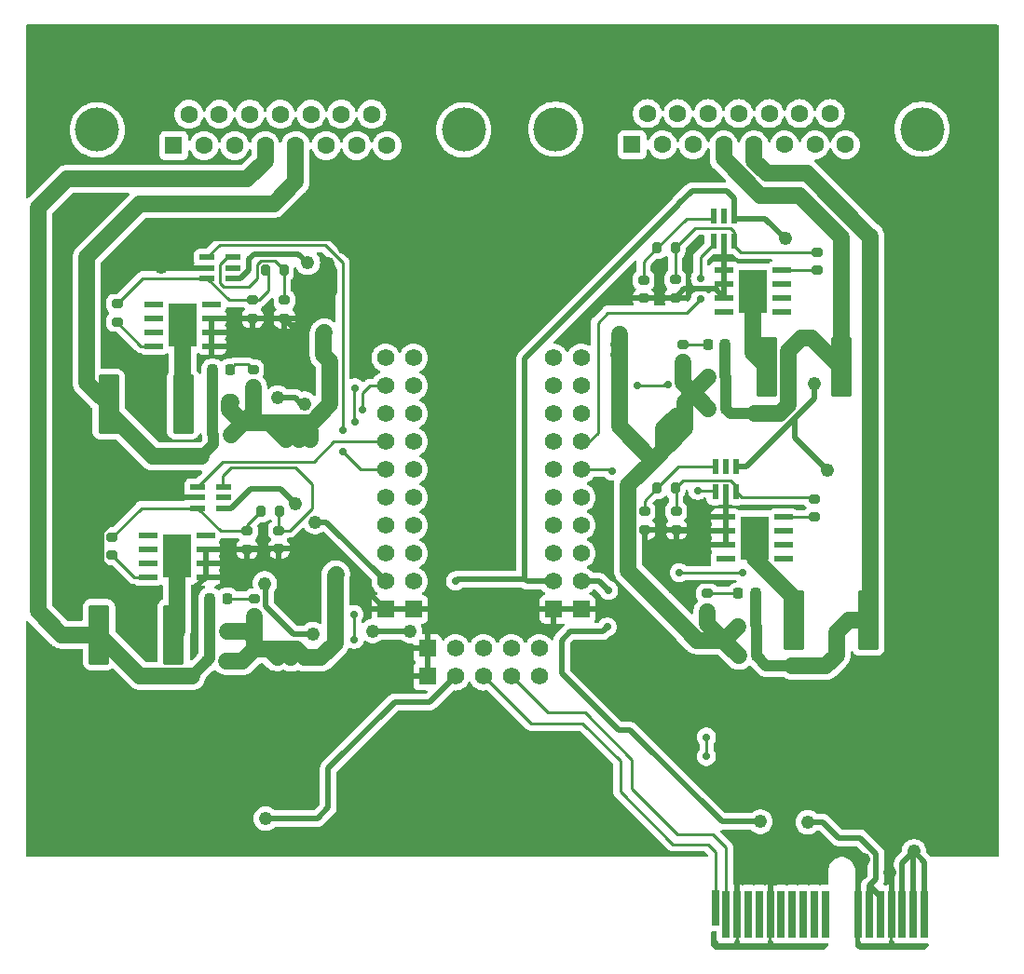
<source format=gbr>
%TF.GenerationSoftware,KiCad,Pcbnew,7.0.7*%
%TF.CreationDate,2023-10-23T22:40:38-07:00*%
%TF.ProjectId,MOSFET-board,4d4f5346-4554-42d6-926f-6172642e6b69,rev?*%
%TF.SameCoordinates,Original*%
%TF.FileFunction,Copper,L2,Bot*%
%TF.FilePolarity,Positive*%
%FSLAX46Y46*%
G04 Gerber Fmt 4.6, Leading zero omitted, Abs format (unit mm)*
G04 Created by KiCad (PCBNEW 7.0.7) date 2023-10-23 22:40:38*
%MOMM*%
%LPD*%
G01*
G04 APERTURE LIST*
G04 Aperture macros list*
%AMRoundRect*
0 Rectangle with rounded corners*
0 $1 Rounding radius*
0 $2 $3 $4 $5 $6 $7 $8 $9 X,Y pos of 4 corners*
0 Add a 4 corners polygon primitive as box body*
4,1,4,$2,$3,$4,$5,$6,$7,$8,$9,$2,$3,0*
0 Add four circle primitives for the rounded corners*
1,1,$1+$1,$2,$3*
1,1,$1+$1,$4,$5*
1,1,$1+$1,$6,$7*
1,1,$1+$1,$8,$9*
0 Add four rect primitives between the rounded corners*
20,1,$1+$1,$2,$3,$4,$5,0*
20,1,$1+$1,$4,$5,$6,$7,0*
20,1,$1+$1,$6,$7,$8,$9,0*
20,1,$1+$1,$8,$9,$2,$3,0*%
G04 Aperture macros list end*
%TA.AperFunction,ComponentPad*%
%ADD10C,1.560000*%
%TD*%
%TA.AperFunction,ComponentPad*%
%ADD11R,1.560000X1.560000*%
%TD*%
%TA.AperFunction,ComponentPad*%
%ADD12C,4.000000*%
%TD*%
%TA.AperFunction,ComponentPad*%
%ADD13R,1.600000X1.600000*%
%TD*%
%TA.AperFunction,ComponentPad*%
%ADD14C,1.600000*%
%TD*%
%TA.AperFunction,ConnectorPad*%
%ADD15R,0.700000X3.200000*%
%TD*%
%TA.AperFunction,ConnectorPad*%
%ADD16R,0.700000X4.300000*%
%TD*%
%TA.AperFunction,SMDPad,CuDef*%
%ADD17RoundRect,0.250000X-0.712500X-2.475000X0.712500X-2.475000X0.712500X2.475000X-0.712500X2.475000X0*%
%TD*%
%TA.AperFunction,SMDPad,CuDef*%
%ADD18RoundRect,0.200000X-0.275000X0.200000X-0.275000X-0.200000X0.275000X-0.200000X0.275000X0.200000X0*%
%TD*%
%TA.AperFunction,SMDPad,CuDef*%
%ADD19RoundRect,0.200000X-0.200000X-0.275000X0.200000X-0.275000X0.200000X0.275000X-0.200000X0.275000X0*%
%TD*%
%TA.AperFunction,SMDPad,CuDef*%
%ADD20RoundRect,0.218750X-0.218750X-0.256250X0.218750X-0.256250X0.218750X0.256250X-0.218750X0.256250X0*%
%TD*%
%TA.AperFunction,SMDPad,CuDef*%
%ADD21RoundRect,0.200000X0.275000X-0.200000X0.275000X0.200000X-0.275000X0.200000X-0.275000X-0.200000X0*%
%TD*%
%TA.AperFunction,SMDPad,CuDef*%
%ADD22RoundRect,0.218750X0.218750X0.256250X-0.218750X0.256250X-0.218750X-0.256250X0.218750X-0.256250X0*%
%TD*%
%TA.AperFunction,SMDPad,CuDef*%
%ADD23RoundRect,0.088500X0.206500X-0.606500X0.206500X0.606500X-0.206500X0.606500X-0.206500X-0.606500X0*%
%TD*%
%TA.AperFunction,SMDPad,CuDef*%
%ADD24RoundRect,0.039900X-0.800100X-0.245100X0.800100X-0.245100X0.800100X0.245100X-0.800100X0.245100X0*%
%TD*%
%TA.AperFunction,SMDPad,CuDef*%
%ADD25R,2.650000X4.000000*%
%TD*%
%TA.AperFunction,SMDPad,CuDef*%
%ADD26RoundRect,0.250000X0.712500X2.475000X-0.712500X2.475000X-0.712500X-2.475000X0.712500X-2.475000X0*%
%TD*%
%TA.AperFunction,SMDPad,CuDef*%
%ADD27RoundRect,0.200000X0.200000X0.275000X-0.200000X0.275000X-0.200000X-0.275000X0.200000X-0.275000X0*%
%TD*%
%TA.AperFunction,SMDPad,CuDef*%
%ADD28RoundRect,0.088500X-0.606500X-0.206500X0.606500X-0.206500X0.606500X0.206500X-0.606500X0.206500X0*%
%TD*%
%TA.AperFunction,SMDPad,CuDef*%
%ADD29RoundRect,0.039900X0.800100X0.245100X-0.800100X0.245100X-0.800100X-0.245100X0.800100X-0.245100X0*%
%TD*%
%TA.AperFunction,ViaPad*%
%ADD30C,0.711200*%
%TD*%
%TA.AperFunction,ViaPad*%
%ADD31C,1.219200*%
%TD*%
%TA.AperFunction,Conductor*%
%ADD32C,0.254000*%
%TD*%
%TA.AperFunction,Conductor*%
%ADD33C,1.524000*%
%TD*%
%TA.AperFunction,Conductor*%
%ADD34C,1.016000*%
%TD*%
%TA.AperFunction,Conductor*%
%ADD35C,0.508000*%
%TD*%
G04 APERTURE END LIST*
D10*
%TO.P,U11,1,P10*%
%TO.N,PYRO1EN*%
X153598900Y-94045500D03*
%TO.P,U11,2,P11*%
%TO.N,PYRO3EN*%
X153598900Y-96585500D03*
%TO.P,U11,3,P12*%
%TO.N,PYRO5EN*%
X153598900Y-99125500D03*
%TO.P,U11,4,P13*%
%TO.N,PYRO7EN*%
X153598900Y-101665500D03*
%TO.P,U11,5,P14*%
%TO.N,PYRO9EN*%
X153598900Y-104205500D03*
%TO.P,U11,6,P15*%
%TO.N,unconnected-(U11-P15-Pad6)*%
X153598900Y-106745500D03*
%TO.P,U11,7,P16*%
%TO.N,unconnected-(U11-P16-Pad7)*%
X153598900Y-109285500D03*
%TO.P,U11,8,P17*%
%TO.N,unconnected-(U11-P17-Pad8)*%
X153598900Y-111825500D03*
%TO.P,U11,9,VDD*%
%TO.N,+5V*%
X153598900Y-114365500D03*
D11*
%TO.P,U11,10,GND*%
%TO.N,GND*%
X153598900Y-116905500D03*
%TO.P,U11,11,GND*%
X157408900Y-123001500D03*
D10*
%TO.P,U11,12,VCC*%
%TO.N,+5V*%
X159948900Y-123001500D03*
%TO.P,U11,13,SDA*%
%TO.N,I2C_SDA*%
X162488900Y-123001500D03*
%TO.P,U11,14,SCL*%
%TO.N,I2C_SCL*%
X165028900Y-123001500D03*
%TO.P,U11,15,INT*%
%TO.N,unconnected-(U11-INT-Pad15)*%
X167568900Y-123001500D03*
D11*
%TO.P,U11,16,GND*%
%TO.N,GND*%
X171378340Y-116905500D03*
D10*
%TO.P,U11,17,VDD*%
%TO.N,+5V*%
X171378340Y-114365500D03*
%TO.P,U11,18,P00*%
%TO.N,unconnected-(U11-P00-Pad18)*%
X171378340Y-111825500D03*
%TO.P,U11,19,P01*%
%TO.N,unconnected-(U11-P01-Pad19)*%
X171378340Y-109285500D03*
%TO.P,U11,20,P02*%
%TO.N,unconnected-(U11-P02-Pad20)*%
X171378340Y-106745500D03*
%TO.P,U11,21,P03*%
%TO.N,PYRO10EN*%
X171378340Y-104205500D03*
%TO.P,U11,22,P04*%
%TO.N,PYRO8EN*%
X171378340Y-101665500D03*
%TO.P,U11,23,P05*%
%TO.N,PYRO6EN*%
X171378340Y-99125500D03*
%TO.P,U11,24,P06*%
%TO.N,PYRO4EN*%
X171378340Y-96585500D03*
%TO.P,U11,25,P07*%
%TO.N,PYRO2EN*%
X171378340Y-94045500D03*
%TD*%
%TO.P,,21,P03*%
%TO.N,PYRO10EN*%
X168860000Y-104210000D03*
%TD*%
D12*
%TO.P,J3,0*%
%TO.N,N/C*%
X160688000Y-73320331D03*
X127388000Y-73320331D03*
D13*
%TO.P,J3,1,1*%
%TO.N,PYRO1*%
X134343000Y-74740331D03*
D14*
%TO.P,J3,2,2*%
%TO.N,PYRO3*%
X137113000Y-74740331D03*
%TO.P,J3,3,3*%
%TO.N,PYRO5*%
X139883000Y-74740331D03*
%TO.P,J3,4,4*%
%TO.N,PYRO7*%
X142653000Y-74740331D03*
%TO.P,J3,5,5*%
%TO.N,PYRO9*%
X145423000Y-74740331D03*
%TO.P,J3,6,6*%
%TO.N,unconnected-(J3-Pad6)*%
X148193000Y-74740331D03*
%TO.P,J3,7,7*%
%TO.N,unconnected-(J3-Pad7)*%
X150963000Y-74740331D03*
%TO.P,J3,8,8*%
%TO.N,unconnected-(J3-Pad8)*%
X153733000Y-74740331D03*
%TO.P,J3,9,P9*%
%TO.N,+12V*%
X135728000Y-71900331D03*
%TO.P,J3,10,P10*%
X138498000Y-71900331D03*
%TO.P,J3,11,P111*%
X141268000Y-71900331D03*
%TO.P,J3,12,P12*%
X144038000Y-71900331D03*
%TO.P,J3,13,P13*%
X146808000Y-71900331D03*
%TO.P,J3,14,P14*%
%TO.N,unconnected-(J3-P14-Pad14)*%
X149578000Y-71900331D03*
%TO.P,J3,15,P15*%
%TO.N,unconnected-(J3-P15-Pad15)*%
X152348000Y-71900331D03*
%TD*%
D11*
%TO.P,,10,GND*%
%TO.N,GND*%
X156160000Y-116910000D03*
%TD*%
D10*
%TO.P,,8,P17*%
%TO.N,unconnected-(U11-P17-Pad8)*%
X156160000Y-111830000D03*
%TD*%
%TO.P,,15,INT*%
%TO.N,unconnected-(U11-INT-Pad15)*%
X167570000Y-120460000D03*
%TD*%
%TO.P,,3,P12*%
%TO.N,PYRO5EN*%
X156160000Y-99130000D03*
%TD*%
%TO.P,,25,P07*%
%TO.N,PYRO2EN*%
X168860000Y-94050000D03*
%TD*%
%TO.P,,7,P16*%
%TO.N,unconnected-(U11-P16-Pad7)*%
X156160000Y-109290000D03*
%TD*%
%TO.P,,20,P02*%
%TO.N,unconnected-(U11-P02-Pad20)*%
X168860000Y-106750000D03*
%TD*%
%TO.P,,19,P01*%
%TO.N,unconnected-(U11-P01-Pad19)*%
X168860000Y-109290000D03*
%TD*%
%TO.P,,24,P06*%
%TO.N,PYRO4EN*%
X168860000Y-96590000D03*
%TD*%
%TO.P,,1,P10*%
%TO.N,PYRO1EN*%
X156160000Y-94050000D03*
%TD*%
D11*
%TO.P,,16,GND*%
%TO.N,GND*%
X168860000Y-116910000D03*
%TD*%
D10*
%TO.P,,9,VDD*%
%TO.N,+5V*%
X156160000Y-114370000D03*
%TD*%
D15*
%TO.P,J1,A1,A1*%
%TO.N,I2C_SDA*%
X183550160Y-144091000D03*
D16*
%TO.P,J1,A2,A2*%
%TO.N,I2C_SCL*%
X184550160Y-144641000D03*
%TO.P,J1,A3,A3*%
%TO.N,GND*%
X185550160Y-144641000D03*
%TO.P,J1,A4,A4*%
%TO.N,unconnected-(J1-PadA4)*%
X186550160Y-144641000D03*
%TO.P,J1,A5,A5*%
%TO.N,unconnected-(J1-PadA5)*%
X187550160Y-144641000D03*
%TO.P,J1,A6,A6*%
%TO.N,GND*%
X188550160Y-144641000D03*
%TO.P,J1,A7,A7*%
%TO.N,unconnected-(J1-PadA7)*%
X189550160Y-144641000D03*
%TO.P,J1,A8,A8*%
%TO.N,unconnected-(J1-PadA8)*%
X190550160Y-144641000D03*
%TO.P,J1,A9,A9*%
%TO.N,unconnected-(J1-PadA9)*%
X191550160Y-144641000D03*
%TO.P,J1,A10,A10*%
%TO.N,unconnected-(J1-PadA10)*%
X192550160Y-144641000D03*
%TO.P,J1,A11,A11*%
%TO.N,unconnected-(J1-PadA11)*%
X193550160Y-144641000D03*
%TO.P,J1,A12,A12*%
%TO.N,GND*%
X196550160Y-144641000D03*
%TO.P,J1,A13,A13*%
%TO.N,+5V*%
X197550160Y-144641000D03*
%TO.P,J1,A14,A14*%
X198550160Y-144641000D03*
%TO.P,J1,A15,A15*%
%TO.N,GND*%
X199550160Y-144641000D03*
%TO.P,J1,A16,A16*%
%TO.N,Net-(F1-Pad1)*%
X200550160Y-144641000D03*
%TO.P,J1,A17,A17*%
X201550160Y-144641000D03*
%TO.P,J1,A18,A18*%
X202550160Y-144641000D03*
%TD*%
D10*
%TO.P,,5,P14*%
%TO.N,PYRO9EN*%
X156160000Y-104210000D03*
%TD*%
%TO.P,,22,P04*%
%TO.N,PYRO8EN*%
X168860000Y-101670000D03*
%TD*%
D12*
%TO.P,J2,0*%
%TO.N,N/C*%
X202344000Y-73256000D03*
X169044000Y-73256000D03*
D13*
%TO.P,J2,1,1*%
%TO.N,PYRO2*%
X175999000Y-74676000D03*
D14*
%TO.P,J2,2,2*%
%TO.N,PYRO4*%
X178769000Y-74676000D03*
%TO.P,J2,3,3*%
%TO.N,PYRO6*%
X181539000Y-74676000D03*
%TO.P,J2,4,4*%
%TO.N,PYRO8*%
X184309000Y-74676000D03*
%TO.P,J2,5,5*%
%TO.N,PYRO10*%
X187079000Y-74676000D03*
%TO.P,J2,6,6*%
%TO.N,unconnected-(J2-Pad6)*%
X189849000Y-74676000D03*
%TO.P,J2,7,7*%
%TO.N,unconnected-(J2-Pad7)*%
X192619000Y-74676000D03*
%TO.P,J2,8,8*%
%TO.N,unconnected-(J2-Pad8)*%
X195389000Y-74676000D03*
%TO.P,J2,9,P9*%
%TO.N,+12V*%
X177384000Y-71836000D03*
%TO.P,J2,10,P10*%
X180154000Y-71836000D03*
%TO.P,J2,11,P111*%
X182924000Y-71836000D03*
%TO.P,J2,12,P12*%
X185694000Y-71836000D03*
%TO.P,J2,13,P13*%
X188464000Y-71836000D03*
%TO.P,J2,14,P14*%
%TO.N,unconnected-(J2-P14-Pad14)*%
X191234000Y-71836000D03*
%TO.P,J2,15,P15*%
%TO.N,unconnected-(J2-P15-Pad15)*%
X194004000Y-71836000D03*
%TD*%
D10*
%TO.P,,12,VCC*%
%TO.N,+5V*%
X159950000Y-120460000D03*
%TD*%
%TO.P,,23,P05*%
%TO.N,PYRO6EN*%
X168860000Y-99130000D03*
%TD*%
D11*
%TO.P,,11,GND*%
%TO.N,GND*%
X157410000Y-120460000D03*
%TD*%
D10*
%TO.P,,18,P00*%
%TO.N,unconnected-(U11-P00-Pad18)*%
X168860000Y-111830000D03*
%TD*%
%TO.P,,6,P15*%
%TO.N,unconnected-(U11-P15-Pad6)*%
X156160000Y-106750000D03*
%TD*%
%TO.P,,13,SDA*%
%TO.N,I2C_SDA*%
X162490000Y-120460000D03*
%TD*%
%TO.P,,4,P13*%
%TO.N,PYRO7EN*%
X156160000Y-101670000D03*
%TD*%
%TO.P,,17,VDD*%
%TO.N,+5V*%
X168860000Y-114370000D03*
%TD*%
%TO.P,,2,P11*%
%TO.N,PYRO3EN*%
X156160000Y-96590000D03*
%TD*%
%TO.P,,14,SCL*%
%TO.N,I2C_SCL*%
X165030000Y-120460000D03*
%TD*%
D17*
%TO.P,F8,1*%
%TO.N,Net-(U8-OUT)*%
X188242500Y-94870000D03*
%TO.P,F8,2*%
%TO.N,PYRO8*%
X195017500Y-94870000D03*
%TD*%
D18*
%TO.P,R97,1*%
%TO.N,Net-(R107-Pad2)*%
X179930000Y-86945000D03*
%TO.P,R97,2*%
%TO.N,GND*%
X179930000Y-88595000D03*
%TD*%
D19*
%TO.P,R26,1*%
%TO.N,+12V*%
X182905000Y-95795000D03*
%TO.P,R26,2*%
%TO.N,PYRO8*%
X184555000Y-95795000D03*
%TD*%
D20*
%TO.P,D48,1,K*%
%TO.N,+12V*%
X185700000Y-121125000D03*
%TO.P,D48,2,A*%
%TO.N,PYRO10*%
X187275000Y-121125000D03*
%TD*%
D21*
%TO.P,R107,1*%
%TO.N,Net-(U8-IN)*%
X192855000Y-86070000D03*
%TO.P,R107,2*%
%TO.N,Net-(R107-Pad2)*%
X192855000Y-84420000D03*
%TD*%
D17*
%TO.P,F9,1*%
%TO.N,Net-(U10-OUT)*%
X190687500Y-117925000D03*
%TO.P,F9,2*%
%TO.N,PYRO10*%
X197462500Y-117925000D03*
%TD*%
D18*
%TO.P,R78,1*%
%TO.N,Net-(R78-Pad1)*%
X177125000Y-108025000D03*
%TO.P,R78,2*%
%TO.N,GND*%
X177125000Y-109675000D03*
%TD*%
D21*
%TO.P,R1,1*%
%TO.N,+12V*%
X141675000Y-117600000D03*
%TO.P,R1,2*%
%TO.N,Net-(D1-A)*%
X141675000Y-115950000D03*
%TD*%
D18*
%TO.P,R71,1*%
%TO.N,Net-(R71-Pad1)*%
X143900000Y-109750000D03*
%TO.P,R71,2*%
%TO.N,GND*%
X143900000Y-111400000D03*
%TD*%
D22*
%TO.P,D25,1,K*%
%TO.N,PYRO8*%
X184467500Y-92820000D03*
%TO.P,D25,2,A*%
%TO.N,Net-(D25-A)*%
X182892500Y-92820000D03*
%TD*%
D23*
%TO.P,U29,1*%
%TO.N,Net-(R108-Pad2)*%
X185450000Y-106252500D03*
%TO.P,U29,2*%
%TO.N,GND*%
X184500000Y-106252500D03*
%TO.P,U29,3*%
%TO.N,PYRO10EN*%
X183550000Y-106252500D03*
%TO.P,U29,4*%
%TO.N,Net-(R78-Pad1)*%
X183550000Y-103922500D03*
%TO.P,U29,5*%
%TO.N,unconnected-(U29-Pad5)*%
X184500000Y-103922500D03*
%TO.P,U29,6*%
%TO.N,+5V*%
X185450000Y-103922500D03*
%TD*%
D24*
%TO.P,U7,1,IN*%
%TO.N,Net-(U7-IN)*%
X132000000Y-113985000D03*
%TO.P,U7,2,NC*%
%TO.N,unconnected-(U7-NC-Pad2)*%
X132000000Y-112715000D03*
%TO.P,U7,3,STATUS*%
%TO.N,unconnected-(U7-STATUS-Pad3)*%
X132000000Y-111445000D03*
%TO.P,U7,4,NC*%
%TO.N,unconnected-(U7-NC-Pad4)*%
X132000000Y-110175000D03*
%TO.P,U7,5,NC*%
%TO.N,unconnected-(U7-NC-Pad5)*%
X137230000Y-110175000D03*
%TO.P,U7,6,GND*%
%TO.N,GND*%
X137230000Y-111445000D03*
%TO.P,U7,7,GND*%
X137230000Y-112715000D03*
%TO.P,U7,8,GND*%
X137230000Y-113985000D03*
D25*
%TO.P,U7,9,OUT*%
%TO.N,Net-(U7-OUT)*%
X134615000Y-112080000D03*
%TD*%
D26*
%TO.P,F2,1*%
%TO.N,Net-(U7-OUT)*%
X134328571Y-119213999D03*
%TO.P,F2,2*%
%TO.N,PYRO7*%
X127553571Y-119213999D03*
%TD*%
D20*
%TO.P,D47,1,K*%
%TO.N,+12V*%
X182917500Y-98645000D03*
%TO.P,D47,2,A*%
%TO.N,PYRO8*%
X184492500Y-98645000D03*
%TD*%
D18*
%TO.P,R77,1*%
%TO.N,Net-(R77-Pad1)*%
X177055000Y-86995000D03*
%TO.P,R77,2*%
%TO.N,GND*%
X177055000Y-88645000D03*
%TD*%
D21*
%TO.P,R5,1*%
%TO.N,+12V*%
X141554750Y-96736000D03*
%TO.P,R5,2*%
%TO.N,Net-(D5-A)*%
X141554750Y-95086000D03*
%TD*%
D27*
%TO.P,R88,1*%
%TO.N,Net-(R108-Pad2)*%
X179925000Y-105875000D03*
%TO.P,R88,2*%
%TO.N,Net-(R78-Pad1)*%
X178275000Y-105875000D03*
%TD*%
D20*
%TO.P,D5,1,K*%
%TO.N,PYRO9*%
X137862500Y-95125000D03*
%TO.P,D5,2,A*%
%TO.N,Net-(D5-A)*%
X139437500Y-95125000D03*
%TD*%
D21*
%TO.P,R102,1*%
%TO.N,Net-(U9-IN)*%
X129204750Y-90786000D03*
%TO.P,R102,2*%
%TO.N,Net-(R102-Pad2)*%
X129204750Y-89136000D03*
%TD*%
D27*
%TO.P,R2,1*%
%TO.N,+12V*%
X139228571Y-118875000D03*
%TO.P,R2,2*%
%TO.N,PYRO7*%
X137578571Y-118875000D03*
%TD*%
D19*
%TO.P,R30,1*%
%TO.N,+12V*%
X185650000Y-118450000D03*
%TO.P,R30,2*%
%TO.N,PYRO10*%
X187300000Y-118450000D03*
%TD*%
D18*
%TO.P,R91,1*%
%TO.N,Net-(R101-Pad2)*%
X141025000Y-109775000D03*
%TO.P,R91,2*%
%TO.N,GND*%
X141025000Y-111425000D03*
%TD*%
D27*
%TO.P,R87,1*%
%TO.N,Net-(R107-Pad2)*%
X179930000Y-84070000D03*
%TO.P,R87,2*%
%TO.N,Net-(R77-Pad1)*%
X178280000Y-84070000D03*
%TD*%
D19*
%TO.P,R82,1*%
%TO.N,Net-(R102-Pad2)*%
X142704750Y-86086000D03*
%TO.P,R82,2*%
%TO.N,Net-(R72-Pad1)*%
X144354750Y-86086000D03*
%TD*%
D21*
%TO.P,R29,1*%
%TO.N,+12V*%
X182825000Y-117125000D03*
%TO.P,R29,2*%
%TO.N,Net-(D29-A)*%
X182825000Y-115475000D03*
%TD*%
D26*
%TO.P,F3,1*%
%TO.N,Net-(U9-OUT)*%
X135217250Y-98261000D03*
%TO.P,F3,2*%
%TO.N,PYRO9*%
X128442250Y-98261000D03*
%TD*%
D23*
%TO.P,U28,1*%
%TO.N,Net-(R107-Pad2)*%
X185305000Y-83452500D03*
%TO.P,U28,2*%
%TO.N,GND*%
X184355000Y-83452500D03*
%TO.P,U28,3*%
%TO.N,PYRO8EN*%
X183405000Y-83452500D03*
%TO.P,U28,4*%
%TO.N,Net-(R77-Pad1)*%
X183405000Y-81122500D03*
%TO.P,U28,5*%
%TO.N,unconnected-(U28-Pad5)*%
X184355000Y-81122500D03*
%TO.P,U28,6*%
%TO.N,+5V*%
X185305000Y-81122500D03*
%TD*%
D28*
%TO.P,U22,1*%
%TO.N,Net-(R101-Pad2)*%
X136510000Y-107700000D03*
%TO.P,U22,2*%
%TO.N,GND*%
X136510000Y-106750000D03*
%TO.P,U22,3*%
%TO.N,PYRO7EN*%
X136510000Y-105800000D03*
%TO.P,U22,4*%
%TO.N,Net-(R71-Pad1)*%
X138840000Y-105800000D03*
%TO.P,U22,5*%
%TO.N,unconnected-(U22-Pad5)*%
X138840000Y-106750000D03*
%TO.P,U22,6*%
%TO.N,+5V*%
X138840000Y-107700000D03*
%TD*%
D20*
%TO.P,D1,1,K*%
%TO.N,PYRO7*%
X137637500Y-115950000D03*
%TO.P,D1,2,A*%
%TO.N,Net-(D1-A)*%
X139212500Y-115950000D03*
%TD*%
D22*
%TO.P,D41,1,K*%
%TO.N,+12V*%
X138928571Y-121613999D03*
%TO.P,D41,2,A*%
%TO.N,PYRO7*%
X137353571Y-121613999D03*
%TD*%
D21*
%TO.P,R101,1*%
%TO.N,Net-(U7-IN)*%
X128750000Y-112000000D03*
%TO.P,R101,2*%
%TO.N,Net-(R101-Pad2)*%
X128750000Y-110350000D03*
%TD*%
D29*
%TO.P,U8,1,IN*%
%TO.N,Net-(U8-IN)*%
X189605000Y-86070000D03*
%TO.P,U8,2,NC*%
%TO.N,unconnected-(U8-NC-Pad2)*%
X189605000Y-87340000D03*
%TO.P,U8,3,STATUS*%
%TO.N,unconnected-(U8-STATUS-Pad3)*%
X189605000Y-88610000D03*
%TO.P,U8,4,NC*%
%TO.N,unconnected-(U8-NC-Pad4)*%
X189605000Y-89880000D03*
%TO.P,U8,5,NC*%
%TO.N,unconnected-(U8-NC-Pad5)*%
X184375000Y-89880000D03*
%TO.P,U8,6,GND*%
%TO.N,GND*%
X184375000Y-88610000D03*
%TO.P,U8,7,GND*%
X184375000Y-87340000D03*
%TO.P,U8,8,GND*%
X184375000Y-86070000D03*
D25*
%TO.P,U8,9,OUT*%
%TO.N,Net-(U8-OUT)*%
X186990000Y-87975000D03*
%TD*%
D18*
%TO.P,R98,1*%
%TO.N,Net-(R108-Pad2)*%
X180000000Y-108000000D03*
%TO.P,R98,2*%
%TO.N,GND*%
X180000000Y-109650000D03*
%TD*%
D22*
%TO.P,D42,1,K*%
%TO.N,+12V*%
X139542250Y-101036000D03*
%TO.P,D42,2,A*%
%TO.N,PYRO9*%
X137967250Y-101036000D03*
%TD*%
D18*
%TO.P,R92,1*%
%TO.N,Net-(R102-Pad2)*%
X141529750Y-88786000D03*
%TO.P,R92,2*%
%TO.N,GND*%
X141529750Y-90436000D03*
%TD*%
D22*
%TO.P,D29,1,K*%
%TO.N,PYRO10*%
X187212500Y-115475000D03*
%TO.P,D29,2,A*%
%TO.N,Net-(D29-A)*%
X185637500Y-115475000D03*
%TD*%
D21*
%TO.P,R25,1*%
%TO.N,+12V*%
X180605000Y-94470000D03*
%TO.P,R25,2*%
%TO.N,Net-(D25-A)*%
X180605000Y-92820000D03*
%TD*%
D29*
%TO.P,U10,1,IN*%
%TO.N,Net-(U10-IN)*%
X189730000Y-108540000D03*
%TO.P,U10,2,NC*%
%TO.N,unconnected-(U10-NC-Pad2)*%
X189730000Y-109810000D03*
%TO.P,U10,3,STATUS*%
%TO.N,unconnected-(U10-STATUS-Pad3)*%
X189730000Y-111080000D03*
%TO.P,U10,4,NC*%
%TO.N,unconnected-(U10-NC-Pad4)*%
X189730000Y-112350000D03*
%TO.P,U10,5,NC*%
%TO.N,unconnected-(U10-NC-Pad5)*%
X184500000Y-112350000D03*
%TO.P,U10,6,GND*%
%TO.N,GND*%
X184500000Y-111080000D03*
%TO.P,U10,7,GND*%
X184500000Y-109810000D03*
%TO.P,U10,8,GND*%
X184500000Y-108540000D03*
D25*
%TO.P,U10,9,OUT*%
%TO.N,Net-(U10-OUT)*%
X187115000Y-110445000D03*
%TD*%
D18*
%TO.P,R72,1*%
%TO.N,Net-(R72-Pad1)*%
X144404750Y-88811000D03*
%TO.P,R72,2*%
%TO.N,GND*%
X144404750Y-90461000D03*
%TD*%
D19*
%TO.P,R81,1*%
%TO.N,Net-(R101-Pad2)*%
X142278571Y-108025000D03*
%TO.P,R81,2*%
%TO.N,Net-(R71-Pad1)*%
X143928571Y-108025000D03*
%TD*%
D28*
%TO.P,U23,1*%
%TO.N,Net-(R102-Pad2)*%
X137387500Y-86820000D03*
%TO.P,U23,2*%
%TO.N,GND*%
X137387500Y-85870000D03*
%TO.P,U23,3*%
%TO.N,PYRO9EN*%
X137387500Y-84920000D03*
%TO.P,U23,4*%
%TO.N,Net-(R72-Pad1)*%
X139717500Y-84920000D03*
%TO.P,U23,5*%
%TO.N,unconnected-(U23-Pad5)*%
X139717500Y-85870000D03*
%TO.P,U23,6*%
%TO.N,+5V*%
X139717500Y-86820000D03*
%TD*%
D24*
%TO.P,U9,1,IN*%
%TO.N,Net-(U9-IN)*%
X132549750Y-92966000D03*
%TO.P,U9,2,NC*%
%TO.N,unconnected-(U9-NC-Pad2)*%
X132549750Y-91696000D03*
%TO.P,U9,3,STATUS*%
%TO.N,unconnected-(U9-STATUS-Pad3)*%
X132549750Y-90426000D03*
%TO.P,U9,4,NC*%
%TO.N,unconnected-(U9-NC-Pad4)*%
X132549750Y-89156000D03*
%TO.P,U9,5,NC*%
%TO.N,unconnected-(U9-NC-Pad5)*%
X137779750Y-89156000D03*
%TO.P,U9,6,GND*%
%TO.N,GND*%
X137779750Y-90426000D03*
%TO.P,U9,7,GND*%
X137779750Y-91696000D03*
%TO.P,U9,8,GND*%
X137779750Y-92966000D03*
D25*
%TO.P,U9,9,OUT*%
%TO.N,Net-(U9-OUT)*%
X135164750Y-91061000D03*
%TD*%
D21*
%TO.P,R108,1*%
%TO.N,Net-(U10-IN)*%
X192550000Y-108525000D03*
%TO.P,R108,2*%
%TO.N,Net-(R108-Pad2)*%
X192550000Y-106875000D03*
%TD*%
D27*
%TO.P,R6,1*%
%TO.N,+12V*%
X139554750Y-98111000D03*
%TO.P,R6,2*%
%TO.N,PYRO9*%
X137904750Y-98111000D03*
%TD*%
D30*
%TO.N,+12V*%
X145700000Y-101450000D03*
X180375000Y-118150000D03*
X148025000Y-91750000D03*
X146250000Y-121300000D03*
X178875000Y-100475000D03*
X146775000Y-101475000D03*
X149075000Y-114700000D03*
X174800000Y-93750000D03*
X181750000Y-119525000D03*
X149100000Y-113725000D03*
X147975000Y-93775000D03*
X174800000Y-92800000D03*
X144550000Y-101450000D03*
X148000000Y-92750000D03*
X181025000Y-118850000D03*
X149050000Y-115625000D03*
X145000000Y-121300000D03*
X180775000Y-100500000D03*
X143750000Y-121275000D03*
X179825000Y-100475000D03*
X174825000Y-91875000D03*
D31*
%TO.N,GND*%
X171560000Y-90970000D03*
X179750000Y-114975000D03*
X140616784Y-132528481D03*
X178500000Y-88645000D03*
X161690000Y-116020000D03*
X151190100Y-126247002D03*
X137175000Y-135125000D03*
X132100000Y-116100000D03*
X145625000Y-91550000D03*
X175375000Y-116900000D03*
X197057900Y-139664909D03*
X190650000Y-138625000D03*
X148387393Y-85487607D03*
X133225000Y-85820900D03*
X149800000Y-84050000D03*
X178700000Y-109675000D03*
D30*
X136280000Y-115820000D03*
D31*
X142550000Y-111925000D03*
X148875000Y-126275000D03*
X199433060Y-140825160D03*
D30*
%TO.N,PYRO1EN*%
X150788900Y-99825000D03*
X150750000Y-119650000D03*
X150850000Y-96788900D03*
X150725000Y-117375000D03*
%TO.N,PYRO2EN*%
X179245841Y-96513065D03*
X176438900Y-96550000D03*
%TO.N,PYRO3EN*%
X151500000Y-98750000D03*
%TO.N,PYRO4EN*%
X180275000Y-113575000D03*
X186025000Y-113600000D03*
%TO.N,PYRO6EN*%
X182750000Y-128526900D03*
X182750000Y-130300000D03*
%TO.N,PYRO8EN*%
X182200000Y-86850000D03*
X182200000Y-88725000D03*
%TO.N,PYRO9EN*%
X149750000Y-102600000D03*
X149700000Y-100600000D03*
%TO.N,PYRO10EN*%
X181950000Y-106100000D03*
X174211100Y-104350000D03*
D31*
%TO.N,Net-(F1-Pad1)*%
X201600000Y-138925000D03*
%TO.N,+5V*%
X146250000Y-98225000D03*
X146975000Y-119175000D03*
X152425000Y-118875000D03*
X147200000Y-108975000D03*
X189900000Y-83200000D03*
X187640000Y-136220000D03*
X146525000Y-85400000D03*
X143799893Y-97659900D03*
D30*
X173730000Y-118520000D03*
X173860000Y-115200000D03*
D31*
X145400000Y-107300000D03*
X142725000Y-135950000D03*
X142625000Y-114565100D03*
X155822400Y-118875000D03*
D30*
X159950000Y-114340000D03*
D31*
X193775000Y-104300000D03*
X191975000Y-136275000D03*
X192575000Y-96375000D03*
%TD*%
D32*
%TO.N,Net-(D1-A)*%
X139212500Y-115950000D02*
X141675000Y-115950000D01*
%TO.N,Net-(D5-A)*%
X139937500Y-94625000D02*
X141093750Y-94625000D01*
X139437500Y-95125000D02*
X139937500Y-94625000D01*
X141093750Y-94625000D02*
X141554750Y-95086000D01*
D33*
%TO.N,PYRO7*%
X124163999Y-119213999D02*
X122025000Y-117075000D01*
X122025000Y-117075000D02*
X122025000Y-80375000D01*
X127553571Y-119213999D02*
X124163999Y-119213999D01*
D34*
X137578571Y-121388999D02*
X137353571Y-121613999D01*
D33*
X122025000Y-80375000D02*
X124625000Y-77775000D01*
D34*
X137578571Y-118875000D02*
X137578571Y-121388999D01*
D33*
X142653000Y-76122000D02*
X142653000Y-74740331D01*
X136012571Y-122954999D02*
X131294571Y-122954999D01*
D34*
X137637500Y-115950000D02*
X137637500Y-118816071D01*
D33*
X124625000Y-77775000D02*
X141000000Y-77775000D01*
X141000000Y-77775000D02*
X142653000Y-76122000D01*
X131294571Y-122954999D02*
X127553571Y-119213999D01*
D34*
X137637500Y-118816071D02*
X137578571Y-118875000D01*
X137353571Y-121613999D02*
X136012571Y-122954999D01*
D32*
%TO.N,Net-(D25-A)*%
X182892500Y-92820000D02*
X180605000Y-92820000D01*
D34*
%TO.N,PYRO8*%
X184555000Y-98582500D02*
X184492500Y-98645000D01*
D33*
X189450000Y-99075000D02*
X187100000Y-99075000D01*
D34*
X184467500Y-95707500D02*
X184555000Y-95795000D01*
D33*
X184309000Y-75898472D02*
X184309000Y-74676000D01*
X192275000Y-92250000D02*
X191375000Y-92250000D01*
X195017500Y-94870000D02*
X195017500Y-83067500D01*
X190221000Y-98304000D02*
X189450000Y-99075000D01*
X191200000Y-79250000D02*
X187660528Y-79250000D01*
D34*
X184922500Y-99075000D02*
X187100000Y-99075000D01*
D33*
X187660528Y-79250000D02*
X184309000Y-75898472D01*
X190221000Y-93404000D02*
X190221000Y-98304000D01*
X191375000Y-92250000D02*
X190221000Y-93404000D01*
X194895000Y-94870000D02*
X192275000Y-92250000D01*
X195017500Y-94870000D02*
X194895000Y-94870000D01*
X195017500Y-83067500D02*
X191200000Y-79250000D01*
D34*
X184555000Y-95795000D02*
X184555000Y-98582500D01*
X184492500Y-98645000D02*
X184922500Y-99075000D01*
X184467500Y-92820000D02*
X184467500Y-95707500D01*
D32*
%TO.N,Net-(D29-A)*%
X182825000Y-115475000D02*
X185637500Y-115475000D01*
D33*
%TO.N,PYRO9*%
X145423000Y-78052000D02*
X145423000Y-74740331D01*
D34*
X137904750Y-100973500D02*
X137967250Y-101036000D01*
X137862500Y-95125000D02*
X137862500Y-98068750D01*
X137967250Y-101925200D02*
X136867450Y-103025000D01*
D33*
X126450000Y-84875000D02*
X131275000Y-80050000D01*
X128442250Y-98992250D02*
X132475000Y-103025000D01*
X132475000Y-103025000D02*
X136867450Y-103025000D01*
X127713750Y-97532500D02*
X127632500Y-97532500D01*
X127632500Y-97532500D02*
X126450000Y-96350000D01*
X126450000Y-96350000D02*
X126450000Y-84875000D01*
X131275000Y-80050000D02*
X143425000Y-80050000D01*
D34*
X137904750Y-98111000D02*
X137904750Y-100973500D01*
D33*
X128442250Y-98261000D02*
X128442250Y-98992250D01*
X128442250Y-98261000D02*
X127713750Y-97532500D01*
D34*
X137862500Y-98068750D02*
X137904750Y-98111000D01*
D33*
X143425000Y-80050000D02*
X145423000Y-78052000D01*
D34*
X137967250Y-101036000D02*
X137967250Y-101925200D01*
D33*
%TO.N,PYRO10*%
X197575000Y-82975000D02*
X197625000Y-82975000D01*
D34*
X187212500Y-118362500D02*
X187300000Y-118450000D01*
D33*
X195675000Y-117925000D02*
X194575000Y-119025000D01*
D34*
X188175000Y-122025000D02*
X190550000Y-122025000D01*
D33*
X197462500Y-117925000D02*
X195675000Y-117925000D01*
X194575000Y-121075000D02*
X193600000Y-122050000D01*
D34*
X187300000Y-121100000D02*
X187275000Y-121125000D01*
D33*
X191875000Y-77275000D02*
X197575000Y-82975000D01*
X197625000Y-82975000D02*
X197625000Y-117762500D01*
X193600000Y-122050000D02*
X190575000Y-122050000D01*
X187079000Y-74676000D02*
X187079000Y-76154000D01*
D34*
X187300000Y-118450000D02*
X187300000Y-121100000D01*
D33*
X197625000Y-117762500D02*
X197462500Y-117925000D01*
D34*
X187212500Y-115475000D02*
X187212500Y-118362500D01*
D33*
X188200000Y-77275000D02*
X191875000Y-77275000D01*
X194575000Y-119025000D02*
X194575000Y-121075000D01*
X190575000Y-122050000D02*
X190550000Y-122025000D01*
X187079000Y-76154000D02*
X188200000Y-77275000D01*
D34*
X187275000Y-121125000D02*
X188175000Y-122025000D01*
D33*
%TO.N,+12V*%
X175634000Y-113409000D02*
X175634000Y-105641000D01*
X144775000Y-99925000D02*
X145700000Y-100850000D01*
X184300000Y-119725000D02*
X181950000Y-119725000D01*
X174825000Y-96025000D02*
X174825000Y-93775000D01*
X141554750Y-96736000D02*
X141554750Y-99023500D01*
X180775000Y-98050000D02*
X180775000Y-99350000D01*
X174825000Y-93775000D02*
X174800000Y-93750000D01*
X139554750Y-98111000D02*
X139439000Y-98111000D01*
X139428750Y-98121250D02*
X139428750Y-98728750D01*
X179000000Y-102275000D02*
X178875000Y-102150000D01*
X185650000Y-118450000D02*
X184375000Y-119725000D01*
X180775000Y-99350000D02*
X180000000Y-99350000D01*
X181548750Y-97151250D02*
X181548750Y-97276250D01*
X141675000Y-119475000D02*
X141675000Y-120550000D01*
X149025000Y-116700000D02*
X149025000Y-120000000D01*
X181548750Y-97276250D02*
X182917500Y-98645000D01*
X182905000Y-95795000D02*
X181548750Y-97151250D01*
X180775000Y-99350000D02*
X180775000Y-99525000D01*
X141675000Y-120550000D02*
X140611001Y-121613999D01*
X180000000Y-99350000D02*
X178875000Y-100475000D01*
X145500000Y-120550000D02*
X146250000Y-121300000D01*
X141075000Y-118875000D02*
X141675000Y-119475000D01*
X175634000Y-105641000D02*
X177887500Y-103387500D01*
X149025000Y-114750000D02*
X149075000Y-114700000D01*
X149025000Y-113800000D02*
X149100000Y-113725000D01*
X174825000Y-96025000D02*
X174825000Y-91875000D01*
X181950000Y-119725000D02*
X180375000Y-118150000D01*
X180605000Y-94470000D02*
X180605000Y-96332500D01*
X143025000Y-120550000D02*
X143750000Y-121275000D01*
X182825000Y-118250000D02*
X184300000Y-119725000D01*
X181548750Y-97276250D02*
X180775000Y-98050000D01*
X177887500Y-103387500D02*
X174825000Y-100325000D01*
X146775000Y-100750000D02*
X146775000Y-101475000D01*
X145950000Y-99925000D02*
X146775000Y-100750000D01*
X144250000Y-120550000D02*
X145000000Y-121300000D01*
X174800000Y-93750000D02*
X174825000Y-93725000D01*
X179000000Y-102275000D02*
X180775000Y-100500000D01*
X174825000Y-96025000D02*
X174825000Y-92825000D01*
X184300000Y-119725000D02*
X181900000Y-119725000D01*
X145700000Y-100850000D02*
X145700000Y-101450000D01*
X180605000Y-96332500D02*
X181548750Y-97276250D01*
X184375000Y-119725000D02*
X184300000Y-119725000D01*
X148557000Y-98268000D02*
X146900000Y-99925000D01*
X139428750Y-98728750D02*
X140639125Y-99939125D01*
X177887500Y-103387500D02*
X179000000Y-102275000D01*
X178875000Y-102150000D02*
X178875000Y-100475000D01*
X144775000Y-99925000D02*
X145950000Y-99925000D01*
X144250000Y-120550000D02*
X145500000Y-120550000D01*
X147975000Y-91800000D02*
X148025000Y-91750000D01*
X140611001Y-121613999D02*
X139102571Y-121613999D01*
X180775000Y-99350000D02*
X180775000Y-100500000D01*
X149025000Y-116700000D02*
X149025000Y-113800000D01*
X174825000Y-98525000D02*
X174825000Y-96025000D01*
X179825000Y-101450000D02*
X179825000Y-100475000D01*
X174825000Y-92825000D02*
X174800000Y-92800000D01*
X141554750Y-99023500D02*
X140639125Y-99939125D01*
X140639125Y-99939125D02*
X139542250Y-101036000D01*
X139228571Y-118875000D02*
X141075000Y-118875000D01*
X143039125Y-99939125D02*
X144550000Y-101450000D01*
X182825000Y-117125000D02*
X182825000Y-118250000D01*
X141675000Y-117600000D02*
X141675000Y-119475000D01*
X148557000Y-94357000D02*
X148557000Y-98268000D01*
X140639125Y-99939125D02*
X143039125Y-99939125D01*
X147975000Y-93775000D02*
X147975000Y-91800000D01*
X143053250Y-99925000D02*
X144775000Y-99925000D01*
X141675000Y-120550000D02*
X143025000Y-120550000D01*
X180375000Y-118150000D02*
X175634000Y-113409000D01*
X181900000Y-119725000D02*
X181025000Y-118850000D01*
X149025000Y-115650000D02*
X149050000Y-115625000D01*
X147975000Y-93775000D02*
X148557000Y-94357000D01*
X143025000Y-120550000D02*
X144250000Y-120550000D01*
X139439000Y-98111000D02*
X139428750Y-98121250D01*
X149025000Y-120000000D02*
X147725000Y-121300000D01*
X180775000Y-99525000D02*
X179825000Y-100475000D01*
X174825000Y-100325000D02*
X174825000Y-98525000D01*
X149025000Y-116700000D02*
X149025000Y-115650000D01*
X147725000Y-121300000D02*
X146250000Y-121300000D01*
X146900000Y-99925000D02*
X145950000Y-99925000D01*
X179000000Y-102275000D02*
X179825000Y-101450000D01*
X149025000Y-116700000D02*
X149025000Y-114750000D01*
X143039125Y-99939125D02*
X143053250Y-99925000D01*
X184300000Y-119725000D02*
X185700000Y-121125000D01*
D32*
%TO.N,I2C_SDA*%
X174925000Y-133500000D02*
X179725000Y-138300000D01*
X182875000Y-138300000D02*
X183550160Y-138975160D01*
X162488900Y-123001500D02*
X166787400Y-127300000D01*
X179725000Y-138300000D02*
X182875000Y-138300000D01*
X171500000Y-127300000D02*
X174925000Y-130725000D01*
X174925000Y-130725000D02*
X174925000Y-133500000D01*
X183550160Y-138975160D02*
X183550160Y-144091000D01*
X166787400Y-127300000D02*
X171500000Y-127300000D01*
%TO.N,I2C_SCL*%
X180100000Y-137350000D02*
X176000000Y-133250000D01*
X176000000Y-133250000D02*
X176000000Y-130600000D01*
X176000000Y-130600000D02*
X171700000Y-126300000D01*
X171700000Y-126300000D02*
X168327400Y-126300000D01*
X184550160Y-138575160D02*
X183325000Y-137350000D01*
X184550160Y-144641000D02*
X184550160Y-138575160D01*
X168327400Y-126300000D02*
X165028900Y-123001500D01*
X183325000Y-137350000D02*
X180100000Y-137350000D01*
D35*
%TO.N,GND*%
X199550160Y-144641000D02*
X199550160Y-140942260D01*
X130873737Y-106750000D02*
X136510000Y-106750000D01*
X175375000Y-116900000D02*
X171383840Y-116900000D01*
X153618400Y-116925000D02*
X153598900Y-116905500D01*
X136280000Y-115820000D02*
X136280000Y-114935000D01*
X127767000Y-112667000D02*
X127767000Y-109856737D01*
X189125000Y-138625000D02*
X188550160Y-139199840D01*
X137789750Y-90436000D02*
X137779750Y-90426000D01*
X137779750Y-91696000D02*
X137779750Y-90426000D01*
X151268400Y-114575000D02*
X153598900Y-116905500D01*
X141529750Y-90436000D02*
X137789750Y-90436000D01*
X133225000Y-85820900D02*
X134565903Y-85820900D01*
X135650000Y-84325000D02*
X135650000Y-84736803D01*
X148550000Y-111400000D02*
X149075000Y-111400000D01*
X137250000Y-111425000D02*
X137230000Y-111445000D01*
X141025000Y-111425000D02*
X137250000Y-111425000D01*
X196550160Y-140410149D02*
X196550160Y-140172649D01*
X187950160Y-139199840D02*
X188550160Y-139199840D01*
X184355000Y-83657500D02*
X184355000Y-86050000D01*
X179880000Y-88645000D02*
X179930000Y-88595000D01*
X184500000Y-108540000D02*
X184500000Y-109810000D01*
X146021875Y-91053125D02*
X144996875Y-91053125D01*
X171383840Y-116900000D02*
X171378340Y-116905500D01*
X137779750Y-92966000D02*
X137779750Y-91696000D01*
X135298402Y-85088402D02*
X136080000Y-85870000D01*
X127767000Y-109856737D02*
X130873737Y-106750000D01*
X143900000Y-111400000D02*
X143075000Y-111400000D01*
X131200000Y-116100000D02*
X127767000Y-112667000D01*
X145625000Y-91550000D02*
X145493750Y-91550000D01*
X199550160Y-140942260D02*
X199433060Y-140825160D01*
X136825000Y-83150000D02*
X135650000Y-84325000D01*
X151162102Y-126275000D02*
X151190100Y-126247002D01*
X180160000Y-109810000D02*
X180000000Y-109650000D01*
X143179850Y-93995150D02*
X145625000Y-91550000D01*
X196550160Y-140172649D02*
X197057900Y-139664909D01*
X183565000Y-87800000D02*
X184375000Y-88610000D01*
X149075000Y-111400000D02*
X151225000Y-113550000D01*
X196550160Y-140410149D02*
X196550160Y-144641000D01*
X136080000Y-85870000D02*
X137387500Y-85870000D01*
X178700000Y-113925000D02*
X179750000Y-114975000D01*
X143075000Y-111400000D02*
X142550000Y-111925000D01*
X185550160Y-144641000D02*
X185550160Y-141599840D01*
X151225000Y-114575000D02*
X151268400Y-114575000D01*
X178500000Y-88645000D02*
X179880000Y-88645000D01*
X173885000Y-88645000D02*
X171560000Y-90970000D01*
X177055000Y-88645000D02*
X178500000Y-88645000D01*
X190650000Y-138625000D02*
X189125000Y-138625000D01*
X184375000Y-87340000D02*
X184375000Y-88610000D01*
X137230000Y-113985000D02*
X137230000Y-112715000D01*
X188550160Y-144641000D02*
X188550160Y-139199840D01*
X151225000Y-113550000D02*
X151225000Y-114575000D01*
X148387393Y-85487607D02*
X148975000Y-86075214D01*
X148975000Y-88100000D02*
X146021875Y-91053125D01*
X144996875Y-91053125D02*
X144404750Y-90461000D01*
X143900000Y-111400000D02*
X149075000Y-111400000D01*
X184500000Y-108540000D02*
X184500000Y-106252500D01*
X132100000Y-116100000D02*
X131200000Y-116100000D01*
X134565903Y-85820900D02*
X135298402Y-85088402D01*
X177125000Y-109675000D02*
X178700000Y-109675000D01*
X184500000Y-111080000D02*
X184500000Y-109810000D01*
X138020265Y-135125000D02*
X140616784Y-132528481D01*
X178700000Y-109675000D02*
X178700000Y-113925000D01*
X136280000Y-114935000D02*
X137230000Y-113985000D01*
X180725000Y-87800000D02*
X183565000Y-87800000D01*
X148975000Y-86075214D02*
X148975000Y-88100000D01*
X141529750Y-90436000D02*
X144379750Y-90436000D01*
X177055000Y-88645000D02*
X174181974Y-88645000D01*
X184375000Y-86070000D02*
X184375000Y-87340000D01*
X179930000Y-88595000D02*
X180725000Y-87800000D01*
X141050000Y-111400000D02*
X141025000Y-111425000D01*
X178700000Y-109675000D02*
X179975000Y-109675000D01*
X185550160Y-141599840D02*
X187950160Y-139199840D01*
X174181974Y-88645000D02*
X173885000Y-88645000D01*
X149800000Y-84050000D02*
X148900000Y-83150000D01*
X137230000Y-111445000D02*
X137230000Y-112715000D01*
X137175000Y-135125000D02*
X138020265Y-135125000D01*
X184355000Y-86050000D02*
X184375000Y-86070000D01*
X148875000Y-126275000D02*
X151162102Y-126275000D01*
X161690000Y-116020000D02*
X160800000Y-116910000D01*
X135298402Y-85088402D02*
X135650000Y-84736803D01*
X143900000Y-111400000D02*
X141050000Y-111400000D01*
X179975000Y-109675000D02*
X180000000Y-109650000D01*
X145493750Y-91550000D02*
X144996875Y-91053125D01*
X184500000Y-109810000D02*
X180160000Y-109810000D01*
X160800000Y-116910000D02*
X156160000Y-116910000D01*
X148900000Y-83150000D02*
X136825000Y-83150000D01*
X144379750Y-90436000D02*
X144404750Y-90461000D01*
D32*
%TO.N,PYRO1EN*%
X150750000Y-119650000D02*
X150750000Y-117400000D01*
X150763400Y-99799500D02*
X150763400Y-96875500D01*
X150750000Y-117400000D02*
X150725000Y-117375000D01*
X150788900Y-99825000D02*
X150763400Y-99799500D01*
X150763400Y-96875500D02*
X150850000Y-96788900D01*
%TO.N,PYRO2EN*%
X178911935Y-96513065D02*
X178875000Y-96550000D01*
X176438900Y-96550000D02*
X178875000Y-96550000D01*
X179245841Y-96513065D02*
X178911935Y-96513065D01*
%TO.N,PYRO3EN*%
X151500000Y-98750000D02*
X151500000Y-97275000D01*
X151500000Y-97275000D02*
X152189500Y-96585500D01*
X152189500Y-96585500D02*
X153598900Y-96585500D01*
%TO.N,PYRO4EN*%
X180300000Y-113600000D02*
X180275000Y-113575000D01*
X186025000Y-113600000D02*
X180300000Y-113600000D01*
%TO.N,PYRO6EN*%
X182750000Y-130300000D02*
X182750000Y-128526900D01*
%TO.N,PYRO7EN*%
X138810000Y-103500000D02*
X136510000Y-105800000D01*
X148909500Y-101665500D02*
X147075000Y-103500000D01*
X147075000Y-103500000D02*
X138810000Y-103500000D01*
X153598900Y-101665500D02*
X148909500Y-101665500D01*
%TO.N,PYRO8EN*%
X182200000Y-88725000D02*
X181000000Y-89925000D01*
X172109500Y-101665500D02*
X171378340Y-101665500D01*
X181000000Y-89925000D02*
X173800000Y-89925000D01*
X172875000Y-90850000D02*
X172875000Y-100900000D01*
X172875000Y-100900000D02*
X172109500Y-101665500D01*
X183405000Y-83657500D02*
X182200000Y-84862500D01*
X182200000Y-84862500D02*
X182200000Y-86850000D01*
X173800000Y-89925000D02*
X172875000Y-90850000D01*
%TO.N,PYRO9EN*%
X138507500Y-83800000D02*
X137387500Y-84920000D01*
X151355500Y-104205500D02*
X153598900Y-104205500D01*
X149700000Y-85400000D02*
X148100000Y-83800000D01*
X149700000Y-100600000D02*
X149700000Y-85400000D01*
X148100000Y-83800000D02*
X138507500Y-83800000D01*
X149750000Y-102600000D02*
X151355500Y-104205500D01*
%TO.N,PYRO10EN*%
X183397500Y-106100000D02*
X183550000Y-106252500D01*
X174211100Y-104350000D02*
X174066600Y-104205500D01*
X174066600Y-104205500D02*
X171378340Y-104205500D01*
X181950000Y-106100000D02*
X183397500Y-106100000D01*
D35*
%TO.N,Net-(F1-Pad1)*%
X202550160Y-144641000D02*
X202550160Y-139875160D01*
X200550160Y-139974840D02*
X201600000Y-138925000D01*
X201550160Y-138974840D02*
X201600000Y-138925000D01*
X201550160Y-144641000D02*
X201550160Y-138974840D01*
X202550160Y-139875160D02*
X201600000Y-138925000D01*
X200550160Y-144641000D02*
X200550160Y-139974840D01*
D33*
%TO.N,Net-(U7-OUT)*%
X134615000Y-112080000D02*
X134615000Y-118927570D01*
X134615000Y-118927570D02*
X134328571Y-119213999D01*
%TO.N,Net-(U9-OUT)*%
X135164750Y-98208500D02*
X135217250Y-98261000D01*
X135164750Y-91061000D02*
X135164750Y-98208500D01*
%TO.N,Net-(U8-OUT)*%
X186990000Y-87975000D02*
X186990000Y-93617500D01*
X186990000Y-93617500D02*
X188242500Y-94870000D01*
%TO.N,Net-(U10-OUT)*%
X187115000Y-110445000D02*
X187115000Y-112273468D01*
X190687500Y-115845968D02*
X190687500Y-117925000D01*
X187115000Y-112273468D02*
X190687500Y-115845968D01*
D35*
%TO.N,+5V*%
X145695000Y-84595000D02*
X146500000Y-85400000D01*
X186371052Y-103950000D02*
X185477500Y-103950000D01*
X175825000Y-127900000D02*
X174750000Y-127900000D01*
X173025500Y-114365500D02*
X173860000Y-115200000D01*
X139717500Y-86820000D02*
X140433948Y-86820000D01*
X160130000Y-114160000D02*
X159950000Y-114340000D01*
X180225000Y-80085000D02*
X181450000Y-78860000D01*
X145925000Y-98225000D02*
X146250000Y-98225000D01*
X148208400Y-108975000D02*
X153598900Y-114365500D01*
X173330000Y-118920000D02*
X173730000Y-118520000D01*
X187640000Y-136220000D02*
X184145000Y-136220000D01*
X168860000Y-114370000D02*
X166460000Y-114370000D01*
X193350000Y-136275000D02*
X191975000Y-136275000D01*
X166250000Y-114160000D02*
X160130000Y-114160000D01*
X147200000Y-108975000D02*
X148208400Y-108975000D01*
X197550160Y-142050000D02*
X198175000Y-141425160D01*
X146500000Y-85400000D02*
X146525000Y-85400000D01*
X145359900Y-97659900D02*
X145925000Y-98225000D01*
X184610000Y-78860000D02*
X185305000Y-79555000D01*
X190760526Y-99560526D02*
X192575000Y-97746052D01*
X189900000Y-83200000D02*
X188082500Y-81382500D01*
X188082500Y-81382500D02*
X185305000Y-81382500D01*
X198550160Y-143050000D02*
X197550160Y-142050000D01*
X142658000Y-114598100D02*
X142658000Y-116588526D01*
X141200000Y-85050000D02*
X141655000Y-84595000D01*
X181450000Y-78860000D02*
X184610000Y-78860000D01*
X197550160Y-144641000D02*
X197550160Y-142050000D01*
X144025000Y-105925000D02*
X145400000Y-107300000D01*
X174750000Y-127900000D02*
X169575000Y-122725000D01*
X198175000Y-141425160D02*
X198175000Y-139150000D01*
X141200000Y-86053948D02*
X141200000Y-85050000D01*
X142725000Y-135950000D02*
X147400000Y-135950000D01*
X196700000Y-137675000D02*
X194750000Y-137675000D01*
X185477500Y-103950000D02*
X185450000Y-103922500D01*
X140433948Y-86820000D02*
X141200000Y-86053948D01*
X194750000Y-137675000D02*
X193350000Y-136275000D01*
X170380000Y-118920000D02*
X173330000Y-118920000D01*
X190760526Y-101285526D02*
X190760526Y-99560526D01*
X145244474Y-119175000D02*
X146975000Y-119175000D01*
X166250000Y-94075000D02*
X180225000Y-80100000D01*
X184145000Y-136220000D02*
X175825000Y-127900000D01*
X171378340Y-114365500D02*
X173025500Y-114365500D01*
X185305000Y-81382500D02*
X185305000Y-81180000D01*
X166460000Y-114370000D02*
X166250000Y-114160000D01*
X142625000Y-114565100D02*
X142658000Y-114598100D01*
X192575000Y-97746052D02*
X192575000Y-96375000D01*
X169575000Y-119725000D02*
X170380000Y-118920000D01*
X154425000Y-125325000D02*
X157625400Y-125325000D01*
X198550160Y-144641000D02*
X198550160Y-143050000D01*
X139546578Y-107700000D02*
X141321578Y-105925000D01*
X148400000Y-134950000D02*
X148400000Y-131350000D01*
X166250000Y-114160000D02*
X166250000Y-94075000D01*
X185305000Y-79555000D02*
X185305000Y-81122500D01*
X141360000Y-105925000D02*
X144025000Y-105925000D01*
X138840000Y-107700000D02*
X139546578Y-107700000D01*
X152425000Y-118875000D02*
X155822400Y-118875000D01*
X198175000Y-139150000D02*
X196700000Y-137675000D01*
X142658000Y-116588526D02*
X145244474Y-119175000D01*
X141321578Y-105925000D02*
X141360000Y-105925000D01*
X141655000Y-84595000D02*
X145695000Y-84595000D01*
X148400000Y-131350000D02*
X154425000Y-125325000D01*
X180225000Y-80100000D02*
X180225000Y-80085000D01*
X169575000Y-122725000D02*
X169575000Y-119725000D01*
X193775000Y-104300000D02*
X190760526Y-101285526D01*
X147400000Y-135950000D02*
X148400000Y-134950000D01*
X143799893Y-97659900D02*
X145359900Y-97659900D01*
X186371052Y-103950000D02*
X190760526Y-99560526D01*
X157625400Y-125325000D02*
X159948900Y-123001500D01*
D32*
%TO.N,Net-(R101-Pad2)*%
X136537500Y-107700000D02*
X138612500Y-109775000D01*
X141025000Y-109775000D02*
X141025000Y-109278571D01*
X131400000Y-107700000D02*
X136510000Y-107700000D01*
X131400000Y-107700000D02*
X128750000Y-110350000D01*
X141025000Y-109278571D02*
X142278571Y-108025000D01*
X136510000Y-107700000D02*
X136537500Y-107700000D01*
X138612500Y-109775000D02*
X141025000Y-109775000D01*
%TO.N,Net-(R102-Pad2)*%
X141529750Y-88786000D02*
X142139000Y-88786000D01*
X142975000Y-86356250D02*
X142704750Y-86086000D01*
X131529750Y-86811000D02*
X137378500Y-86811000D01*
X142975000Y-87950000D02*
X142975000Y-86356250D01*
X139353500Y-88786000D02*
X141529750Y-88786000D01*
X142139000Y-88786000D02*
X142975000Y-87950000D01*
X137378500Y-86811000D02*
X137387500Y-86820000D01*
X137387500Y-86820000D02*
X139353500Y-88786000D01*
X129204750Y-89136000D02*
X131529750Y-86811000D01*
%TO.N,Net-(R107-Pad2)*%
X181760000Y-82240000D02*
X184970000Y-82240000D01*
X179930000Y-84070000D02*
X181760000Y-82240000D01*
X185305000Y-82575000D02*
X185305000Y-83452500D01*
X185305000Y-83845000D02*
X185880000Y-84420000D01*
X184970000Y-82240000D02*
X185305000Y-82575000D01*
X185880000Y-84420000D02*
X192855000Y-84420000D01*
X179930000Y-84070000D02*
X179930000Y-86945000D01*
X185305000Y-83452500D02*
X185305000Y-83845000D01*
%TO.N,Net-(R108-Pad2)*%
X179925000Y-105875000D02*
X180623500Y-105176500D01*
X192400000Y-106725000D02*
X185922500Y-106725000D01*
X184900973Y-105176500D02*
X185450000Y-105725527D01*
X180623500Y-105176500D02*
X184900973Y-105176500D01*
X180000000Y-108000000D02*
X180000000Y-105950000D01*
X180000000Y-105950000D02*
X179925000Y-105875000D01*
X185922500Y-106725000D02*
X185450000Y-106252500D01*
X192550000Y-106875000D02*
X192400000Y-106725000D01*
X185450000Y-105725527D02*
X185450000Y-106252500D01*
%TO.N,Net-(U7-IN)*%
X130735000Y-113985000D02*
X132000000Y-113985000D01*
X128750000Y-112000000D02*
X130735000Y-113985000D01*
%TO.N,Net-(U9-IN)*%
X129204750Y-90786000D02*
X131384750Y-92966000D01*
X131384750Y-92966000D02*
X132549750Y-92966000D01*
%TO.N,Net-(U8-IN)*%
X192855000Y-86070000D02*
X189605000Y-86070000D01*
%TO.N,Net-(U10-IN)*%
X189745000Y-108525000D02*
X189730000Y-108540000D01*
X192550000Y-108525000D02*
X189745000Y-108525000D01*
%TO.N,Net-(R71-Pad1)*%
X138812500Y-105772500D02*
X138840000Y-105800000D01*
X138812500Y-104762500D02*
X138812500Y-105772500D01*
X138812500Y-104762500D02*
X139567000Y-104008000D01*
X143900000Y-108053571D02*
X143928571Y-108025000D01*
X146925000Y-105575000D02*
X146925000Y-107725000D01*
X145358000Y-104008000D02*
X146925000Y-105575000D01*
X143900000Y-109750000D02*
X143900000Y-108053571D01*
X146925000Y-107725000D02*
X144900000Y-109750000D01*
X139567000Y-104008000D02*
X145358000Y-104008000D01*
X144900000Y-109750000D02*
X143900000Y-109750000D01*
%TO.N,Net-(R72-Pad1)*%
X141923750Y-86826250D02*
X141130000Y-87620000D01*
X144354750Y-86086000D02*
X143498750Y-85230000D01*
X144354750Y-86086000D02*
X144354750Y-88761000D01*
X141923750Y-85570342D02*
X141923750Y-86826250D01*
X138550000Y-87264080D02*
X138550000Y-85560527D01*
X138550000Y-85560527D02*
X139190527Y-84920000D01*
X139692250Y-84911000D02*
X139264000Y-84911000D01*
X142264092Y-85230000D02*
X141923750Y-85570342D01*
X138905920Y-87620000D02*
X138550000Y-87264080D01*
X141130000Y-87620000D02*
X138905920Y-87620000D01*
X144354750Y-88761000D02*
X144404750Y-88811000D01*
X143498750Y-85230000D02*
X142264092Y-85230000D01*
X139190527Y-84920000D02*
X139717500Y-84920000D01*
%TO.N,Net-(R77-Pad1)*%
X180967500Y-81382500D02*
X178280000Y-84070000D01*
X178280000Y-84070000D02*
X177055000Y-85295000D01*
X177055000Y-85295000D02*
X177055000Y-86995000D01*
X183405000Y-81382500D02*
X180967500Y-81382500D01*
%TO.N,Net-(R78-Pad1)*%
X178275000Y-105875000D02*
X177125000Y-107025000D01*
X177125000Y-107025000D02*
X177125000Y-108025000D01*
X180200000Y-103950000D02*
X183522500Y-103950000D01*
X178275000Y-105875000D02*
X180200000Y-103950000D01*
X183522500Y-103950000D02*
X183550000Y-103922500D01*
%TD*%
%TA.AperFunction,Conductor*%
%TO.N,GND*%
G36*
X209237621Y-63774502D02*
G01*
X209284114Y-63828158D01*
X209295500Y-63880500D01*
X209295500Y-139318960D01*
X209275498Y-139387081D01*
X209221842Y-139433574D01*
X209169321Y-139444960D01*
X203242087Y-139436558D01*
X203173995Y-139416459D01*
X203143837Y-139386579D01*
X203142959Y-139387316D01*
X203138242Y-139381694D01*
X203081493Y-139328155D01*
X202925664Y-139172326D01*
X202759607Y-139006269D01*
X202725584Y-138943959D01*
X202723241Y-138928801D01*
X202722889Y-138925006D01*
X202722890Y-138925000D01*
X202703771Y-138718670D01*
X202647064Y-138519365D01*
X202647060Y-138519356D01*
X202554703Y-138333879D01*
X202554699Y-138333874D01*
X202429826Y-138168514D01*
X202276692Y-138028914D01*
X202276691Y-138028913D01*
X202276690Y-138028912D01*
X202100526Y-137919836D01*
X202100519Y-137919832D01*
X202100515Y-137919830D01*
X201982148Y-137873974D01*
X201907294Y-137844976D01*
X201703607Y-137806900D01*
X201496393Y-137806900D01*
X201496392Y-137806900D01*
X201292705Y-137844976D01*
X201142997Y-137902973D01*
X201099485Y-137919830D01*
X201099484Y-137919830D01*
X201099483Y-137919831D01*
X201099473Y-137919836D01*
X200923309Y-138028912D01*
X200923308Y-138028913D01*
X200770175Y-138168512D01*
X200645300Y-138333874D01*
X200645296Y-138333879D01*
X200552939Y-138519356D01*
X200552933Y-138519372D01*
X200496229Y-138718668D01*
X200496228Y-138718670D01*
X200496229Y-138718670D01*
X200478775Y-138907037D01*
X200476758Y-138928801D01*
X200450555Y-138994785D01*
X200440390Y-139006271D01*
X200056759Y-139389901D01*
X200042910Y-139401869D01*
X200023344Y-139416436D01*
X200023336Y-139416443D01*
X199989216Y-139457105D01*
X199985509Y-139461151D01*
X199979588Y-139467073D01*
X199979587Y-139467075D01*
X199958914Y-139493219D01*
X199908764Y-139552987D01*
X199904734Y-139559115D01*
X199904683Y-139559082D01*
X199900565Y-139565546D01*
X199900615Y-139565577D01*
X199896767Y-139571814D01*
X199863785Y-139642545D01*
X199828764Y-139712278D01*
X199826255Y-139719172D01*
X199826199Y-139719151D01*
X199823685Y-139726385D01*
X199823742Y-139726404D01*
X199821435Y-139733364D01*
X199805658Y-139809774D01*
X199787659Y-139885718D01*
X199786808Y-139893007D01*
X199786747Y-139892999D01*
X199785969Y-139900613D01*
X199786031Y-139900619D01*
X199785391Y-139907930D01*
X199787660Y-139985915D01*
X199787660Y-142151577D01*
X199767658Y-142219698D01*
X199762528Y-142227086D01*
X199749272Y-142244792D01*
X199749270Y-142244797D01*
X199698171Y-142381795D01*
X199698169Y-142381803D01*
X199691660Y-142442350D01*
X199691659Y-142442367D01*
X199691659Y-146839632D01*
X199691660Y-146839649D01*
X199698169Y-146900196D01*
X199698171Y-146900204D01*
X199749269Y-147037201D01*
X199749270Y-147037202D01*
X199749271Y-147037204D01*
X199779028Y-147076954D01*
X199803839Y-147143474D01*
X199804160Y-147152463D01*
X199804160Y-147299000D01*
X199948745Y-147299000D01*
X199948757Y-147298999D01*
X200009254Y-147292494D01*
X200016930Y-147290681D01*
X200017493Y-147293065D01*
X200076219Y-147288862D01*
X200087469Y-147292164D01*
X200090958Y-147292989D01*
X200151510Y-147299499D01*
X200151515Y-147299499D01*
X200151522Y-147299500D01*
X200151528Y-147299500D01*
X200948792Y-147299500D01*
X200948798Y-147299500D01*
X200948805Y-147299499D01*
X200948809Y-147299499D01*
X201009361Y-147292989D01*
X201017031Y-147291177D01*
X201017551Y-147293379D01*
X201076940Y-147289130D01*
X201086477Y-147291930D01*
X201090958Y-147292989D01*
X201151510Y-147299499D01*
X201151515Y-147299499D01*
X201151522Y-147299500D01*
X201151528Y-147299500D01*
X201948792Y-147299500D01*
X201948798Y-147299500D01*
X202009361Y-147292989D01*
X202009364Y-147292987D01*
X202017038Y-147291175D01*
X202017559Y-147293382D01*
X202076914Y-147289123D01*
X202086464Y-147291926D01*
X202090963Y-147292990D01*
X202151510Y-147299499D01*
X202151515Y-147299499D01*
X202151522Y-147299500D01*
X202819660Y-147299500D01*
X202887781Y-147319502D01*
X202934274Y-147373158D01*
X202945660Y-147425500D01*
X202945660Y-147433391D01*
X202925658Y-147501512D01*
X202908756Y-147522485D01*
X202631645Y-147799596D01*
X202569335Y-147833620D01*
X202542552Y-147836500D01*
X196657768Y-147836500D01*
X196589647Y-147816498D01*
X196568672Y-147799595D01*
X196291564Y-147522486D01*
X196257539Y-147460174D01*
X196254660Y-147433391D01*
X196254660Y-147392691D01*
X196274662Y-147324570D01*
X196291565Y-147303596D01*
X196296160Y-147299001D01*
X196296160Y-141982999D01*
X196291565Y-141978404D01*
X196257539Y-141916092D01*
X196254660Y-141889309D01*
X196254660Y-140535620D01*
X196218062Y-140328063D01*
X196218060Y-140328057D01*
X196145981Y-140130018D01*
X196145975Y-140130007D01*
X196040600Y-139947490D01*
X196040593Y-139947481D01*
X195951603Y-139841428D01*
X195905124Y-139786036D01*
X195830235Y-139723197D01*
X195743678Y-139650566D01*
X195743669Y-139650559D01*
X195561152Y-139545184D01*
X195561141Y-139545178D01*
X195363102Y-139473099D01*
X195363096Y-139473097D01*
X195199971Y-139444334D01*
X195155540Y-139436500D01*
X194944780Y-139436500D01*
X194908183Y-139442953D01*
X194737223Y-139473097D01*
X194737217Y-139473099D01*
X194539178Y-139545178D01*
X194539167Y-139545184D01*
X194356650Y-139650559D01*
X194356641Y-139650566D01*
X194195196Y-139786036D01*
X194059726Y-139947481D01*
X194059719Y-139947490D01*
X193954344Y-140130007D01*
X193954338Y-140130018D01*
X193882259Y-140328057D01*
X193882257Y-140328063D01*
X193845659Y-140535621D01*
X193845658Y-140668106D01*
X193845660Y-140668125D01*
X193845660Y-141856500D01*
X193825658Y-141924621D01*
X193772002Y-141971114D01*
X193719660Y-141982500D01*
X193151510Y-141982500D01*
X193090964Y-141989009D01*
X193083293Y-141990823D01*
X193082773Y-141988624D01*
X193023361Y-141992866D01*
X193013832Y-141990068D01*
X193009355Y-141989009D01*
X192948809Y-141982500D01*
X192948798Y-141982500D01*
X192151522Y-141982500D01*
X192151510Y-141982500D01*
X192090958Y-141989010D01*
X192083288Y-141990823D01*
X192082768Y-141988623D01*
X192023366Y-141992867D01*
X192013842Y-141990070D01*
X192009356Y-141989009D01*
X191948809Y-141982500D01*
X191948798Y-141982500D01*
X191151522Y-141982500D01*
X191151510Y-141982500D01*
X191090964Y-141989009D01*
X191083293Y-141990823D01*
X191082773Y-141988624D01*
X191023361Y-141992866D01*
X191013832Y-141990068D01*
X191009355Y-141989009D01*
X190948809Y-141982500D01*
X190948798Y-141982500D01*
X190151522Y-141982500D01*
X190151510Y-141982500D01*
X190090958Y-141989010D01*
X190083288Y-141990823D01*
X190082768Y-141988623D01*
X190023366Y-141992867D01*
X190013842Y-141990070D01*
X190009356Y-141989009D01*
X189948809Y-141982500D01*
X189948798Y-141982500D01*
X189151522Y-141982500D01*
X189151510Y-141982500D01*
X189090964Y-141989009D01*
X189083293Y-141990823D01*
X189082823Y-141988836D01*
X189022646Y-141993133D01*
X189014558Y-141990758D01*
X189009256Y-141989505D01*
X188948757Y-141983000D01*
X188804160Y-141983000D01*
X188804160Y-142129536D01*
X188784158Y-142197657D01*
X188779028Y-142205046D01*
X188749270Y-142244796D01*
X188749270Y-142244797D01*
X188698171Y-142381795D01*
X188698169Y-142381803D01*
X188691660Y-142442350D01*
X188691659Y-142442367D01*
X188691659Y-146839632D01*
X188691660Y-146839649D01*
X188698169Y-146900196D01*
X188698171Y-146900204D01*
X188749269Y-147037201D01*
X188749270Y-147037202D01*
X188749271Y-147037204D01*
X188779028Y-147076954D01*
X188803839Y-147143474D01*
X188804160Y-147152463D01*
X188804160Y-147299000D01*
X188948745Y-147299000D01*
X188948757Y-147298999D01*
X189009254Y-147292494D01*
X189016930Y-147290681D01*
X189017493Y-147293065D01*
X189076219Y-147288862D01*
X189087469Y-147292164D01*
X189090958Y-147292989D01*
X189151510Y-147299499D01*
X189151515Y-147299499D01*
X189151522Y-147299500D01*
X189151528Y-147299500D01*
X189948792Y-147299500D01*
X189948798Y-147299500D01*
X190009361Y-147292989D01*
X190009364Y-147292987D01*
X190017038Y-147291175D01*
X190017559Y-147293382D01*
X190076914Y-147289123D01*
X190086464Y-147291926D01*
X190090963Y-147292990D01*
X190151510Y-147299499D01*
X190151515Y-147299499D01*
X190151522Y-147299500D01*
X190151528Y-147299500D01*
X190948792Y-147299500D01*
X190948798Y-147299500D01*
X190948805Y-147299499D01*
X190948809Y-147299499D01*
X191009361Y-147292989D01*
X191017031Y-147291177D01*
X191017551Y-147293379D01*
X191076940Y-147289130D01*
X191086477Y-147291930D01*
X191090958Y-147292989D01*
X191151510Y-147299499D01*
X191151515Y-147299499D01*
X191151522Y-147299500D01*
X191151528Y-147299500D01*
X191948792Y-147299500D01*
X191948798Y-147299500D01*
X192009361Y-147292989D01*
X192009364Y-147292987D01*
X192017038Y-147291175D01*
X192017559Y-147293382D01*
X192076914Y-147289123D01*
X192086464Y-147291926D01*
X192090963Y-147292990D01*
X192151510Y-147299499D01*
X192151515Y-147299499D01*
X192151522Y-147299500D01*
X192151528Y-147299500D01*
X192948792Y-147299500D01*
X192948798Y-147299500D01*
X192948805Y-147299499D01*
X192948809Y-147299499D01*
X193009361Y-147292989D01*
X193017031Y-147291177D01*
X193017551Y-147293379D01*
X193076940Y-147289130D01*
X193086477Y-147291930D01*
X193090958Y-147292989D01*
X193151510Y-147299499D01*
X193151515Y-147299499D01*
X193151522Y-147299500D01*
X193719660Y-147299500D01*
X193787781Y-147319502D01*
X193834274Y-147373158D01*
X193845660Y-147425500D01*
X193845660Y-147433392D01*
X193825658Y-147501513D01*
X193808755Y-147522487D01*
X193531647Y-147799595D01*
X193469335Y-147833621D01*
X193442552Y-147836500D01*
X183557768Y-147836500D01*
X183489647Y-147816498D01*
X183468672Y-147799595D01*
X183191564Y-147522486D01*
X183157539Y-147460174D01*
X183154660Y-147433391D01*
X183154660Y-146325500D01*
X183174662Y-146257379D01*
X183228318Y-146210886D01*
X183280660Y-146199500D01*
X183565660Y-146199500D01*
X183633781Y-146219502D01*
X183680274Y-146273158D01*
X183691660Y-146325500D01*
X183691660Y-146839649D01*
X183698169Y-146900196D01*
X183698171Y-146900204D01*
X183749270Y-147037202D01*
X183749272Y-147037207D01*
X183836898Y-147154261D01*
X183953952Y-147241887D01*
X183953954Y-147241888D01*
X183953956Y-147241889D01*
X184013035Y-147263924D01*
X184090955Y-147292988D01*
X184090963Y-147292990D01*
X184151510Y-147299499D01*
X184151515Y-147299499D01*
X184151522Y-147299500D01*
X184151528Y-147299500D01*
X184948792Y-147299500D01*
X184948798Y-147299500D01*
X185009361Y-147292989D01*
X185009364Y-147292987D01*
X185017038Y-147291175D01*
X185017509Y-147293169D01*
X185077635Y-147288857D01*
X185085723Y-147291232D01*
X185091066Y-147292494D01*
X185151562Y-147298999D01*
X185151575Y-147299000D01*
X185296160Y-147299000D01*
X185296160Y-147152463D01*
X185316162Y-147084342D01*
X185321292Y-147076954D01*
X185351049Y-147037204D01*
X185402149Y-146900201D01*
X185408660Y-146839638D01*
X185408660Y-146839632D01*
X185691659Y-146839632D01*
X185691660Y-146839649D01*
X185698169Y-146900196D01*
X185698171Y-146900204D01*
X185749269Y-147037201D01*
X185749270Y-147037202D01*
X185749271Y-147037204D01*
X185779028Y-147076954D01*
X185803839Y-147143474D01*
X185804160Y-147152463D01*
X185804160Y-147299000D01*
X185948745Y-147299000D01*
X185948757Y-147298999D01*
X186009254Y-147292494D01*
X186016930Y-147290681D01*
X186017493Y-147293065D01*
X186076219Y-147288862D01*
X186087469Y-147292164D01*
X186090958Y-147292989D01*
X186151510Y-147299499D01*
X186151515Y-147299499D01*
X186151522Y-147299500D01*
X186151528Y-147299500D01*
X186948792Y-147299500D01*
X186948798Y-147299500D01*
X186948805Y-147299499D01*
X186948809Y-147299499D01*
X187009361Y-147292989D01*
X187017031Y-147291177D01*
X187017551Y-147293379D01*
X187076940Y-147289130D01*
X187086477Y-147291930D01*
X187090958Y-147292989D01*
X187151510Y-147299499D01*
X187151515Y-147299499D01*
X187151522Y-147299500D01*
X187151528Y-147299500D01*
X187948792Y-147299500D01*
X187948798Y-147299500D01*
X188009361Y-147292989D01*
X188009364Y-147292987D01*
X188017038Y-147291175D01*
X188017509Y-147293169D01*
X188077635Y-147288857D01*
X188085723Y-147291232D01*
X188091066Y-147292494D01*
X188151562Y-147298999D01*
X188151575Y-147299000D01*
X188296160Y-147299000D01*
X188296160Y-147152463D01*
X188316162Y-147084342D01*
X188321292Y-147076954D01*
X188351049Y-147037204D01*
X188402149Y-146900201D01*
X188408660Y-146839638D01*
X188408660Y-142442362D01*
X188408659Y-142442350D01*
X188402150Y-142381803D01*
X188402148Y-142381795D01*
X188351049Y-142244797D01*
X188351049Y-142244796D01*
X188321292Y-142205046D01*
X188296481Y-142138525D01*
X188296160Y-142129536D01*
X188296160Y-141983000D01*
X188151562Y-141983000D01*
X188091063Y-141989505D01*
X188083394Y-141991318D01*
X188082832Y-141988940D01*
X188024066Y-141993131D01*
X188012835Y-141989832D01*
X188009355Y-141989009D01*
X187948809Y-141982500D01*
X187948798Y-141982500D01*
X187151522Y-141982500D01*
X187151510Y-141982500D01*
X187090964Y-141989009D01*
X187083293Y-141990823D01*
X187082773Y-141988624D01*
X187023361Y-141992866D01*
X187013832Y-141990068D01*
X187009355Y-141989009D01*
X186948809Y-141982500D01*
X186948798Y-141982500D01*
X186151522Y-141982500D01*
X186151510Y-141982500D01*
X186090964Y-141989009D01*
X186083293Y-141990823D01*
X186082823Y-141988836D01*
X186022646Y-141993133D01*
X186014558Y-141990758D01*
X186009256Y-141989505D01*
X185948757Y-141983000D01*
X185804160Y-141983000D01*
X185804160Y-142129536D01*
X185784158Y-142197657D01*
X185779028Y-142205046D01*
X185749270Y-142244796D01*
X185749270Y-142244797D01*
X185698171Y-142381795D01*
X185698169Y-142381803D01*
X185691660Y-142442350D01*
X185691659Y-142442367D01*
X185691659Y-146839632D01*
X185408660Y-146839632D01*
X185408660Y-142442362D01*
X185408659Y-142442350D01*
X185402150Y-142381803D01*
X185402148Y-142381795D01*
X185351049Y-142244797D01*
X185351049Y-142244796D01*
X185321292Y-142205046D01*
X185296481Y-142138525D01*
X185296160Y-142129536D01*
X185296160Y-141982999D01*
X185289718Y-141976557D01*
X185243539Y-141962998D01*
X185197046Y-141909342D01*
X185185660Y-141857000D01*
X185185660Y-138659235D01*
X185187412Y-138643362D01*
X185187123Y-138643335D01*
X185187869Y-138635442D01*
X185185660Y-138565156D01*
X185185660Y-138535180D01*
X185185660Y-138535177D01*
X185184775Y-138528180D01*
X185184312Y-138522296D01*
X185182825Y-138474955D01*
X185177144Y-138455403D01*
X185173137Y-138436055D01*
X185170587Y-138415861D01*
X185153155Y-138371833D01*
X185151241Y-138366243D01*
X185138029Y-138320767D01*
X185127667Y-138303247D01*
X185118969Y-138285491D01*
X185111479Y-138266572D01*
X185083646Y-138228264D01*
X185080394Y-138223314D01*
X185056294Y-138182562D01*
X185056291Y-138182558D01*
X185041909Y-138168176D01*
X185029068Y-138153143D01*
X185017100Y-138136670D01*
X184980617Y-138106490D01*
X184976234Y-138102502D01*
X184071326Y-137197593D01*
X184037302Y-137135283D01*
X184042367Y-137064467D01*
X184084914Y-137007632D01*
X184151434Y-136982821D01*
X184160423Y-136982500D01*
X186767958Y-136982500D01*
X186836079Y-137002502D01*
X186852844Y-137015385D01*
X186963308Y-137116086D01*
X186963309Y-137116087D01*
X187139473Y-137225163D01*
X187139476Y-137225164D01*
X187139485Y-137225170D01*
X187332707Y-137300024D01*
X187536393Y-137338100D01*
X187536397Y-137338100D01*
X187743603Y-137338100D01*
X187743607Y-137338100D01*
X187947293Y-137300024D01*
X188140515Y-137225170D01*
X188316692Y-137116086D01*
X188469826Y-136976486D01*
X188594700Y-136811125D01*
X188594701Y-136811121D01*
X188594703Y-136811120D01*
X188687060Y-136625643D01*
X188687059Y-136625643D01*
X188687064Y-136625635D01*
X188743771Y-136426330D01*
X188757794Y-136275000D01*
X190852110Y-136275000D01*
X190871229Y-136481332D01*
X190927933Y-136680627D01*
X190927939Y-136680643D01*
X191020296Y-136866120D01*
X191020300Y-136866125D01*
X191143692Y-137029524D01*
X191145175Y-137031487D01*
X191298308Y-137171086D01*
X191298309Y-137171087D01*
X191474473Y-137280163D01*
X191474476Y-137280164D01*
X191474485Y-137280170D01*
X191667707Y-137355024D01*
X191871393Y-137393100D01*
X191871397Y-137393100D01*
X192078603Y-137393100D01*
X192078607Y-137393100D01*
X192282293Y-137355024D01*
X192475515Y-137280170D01*
X192651692Y-137171086D01*
X192762155Y-137070385D01*
X192825973Y-137039274D01*
X192847042Y-137037500D01*
X192981973Y-137037500D01*
X193050094Y-137057502D01*
X193071068Y-137074405D01*
X194165058Y-138168396D01*
X194177031Y-138182250D01*
X194191602Y-138201822D01*
X194220254Y-138225864D01*
X194232269Y-138235945D01*
X194236315Y-138239653D01*
X194242235Y-138245573D01*
X194242236Y-138245574D01*
X194268379Y-138266245D01*
X194328148Y-138316397D01*
X194334279Y-138320429D01*
X194334244Y-138320480D01*
X194340697Y-138324591D01*
X194340729Y-138324540D01*
X194346975Y-138328392D01*
X194346977Y-138328393D01*
X194346980Y-138328395D01*
X194417705Y-138361374D01*
X194487434Y-138396394D01*
X194487436Y-138396394D01*
X194494331Y-138398904D01*
X194494309Y-138398962D01*
X194501538Y-138401475D01*
X194501558Y-138401416D01*
X194508524Y-138403723D01*
X194508527Y-138403725D01*
X194584934Y-138419501D01*
X194660872Y-138437499D01*
X194660873Y-138437499D01*
X194660877Y-138437500D01*
X194660881Y-138437500D01*
X194668166Y-138438352D01*
X194668158Y-138438412D01*
X194675773Y-138439190D01*
X194675779Y-138439129D01*
X194683083Y-138439767D01*
X194683091Y-138439769D01*
X194761076Y-138437500D01*
X196331973Y-138437500D01*
X196400094Y-138457502D01*
X196421068Y-138474405D01*
X197375594Y-139428931D01*
X197409620Y-139491243D01*
X197412499Y-139518026D01*
X197412500Y-141057131D01*
X197392498Y-141125252D01*
X197375599Y-141146221D01*
X197107737Y-141414084D01*
X197056762Y-141465059D01*
X197042913Y-141477028D01*
X197023339Y-141491601D01*
X197023335Y-141491604D01*
X197007654Y-141510292D01*
X196994902Y-141523420D01*
X196976683Y-141539634D01*
X196976673Y-141539645D01*
X196946219Y-141583136D01*
X196942873Y-141587495D01*
X196908767Y-141628142D01*
X196904734Y-141634275D01*
X196904683Y-141634242D01*
X196900566Y-141640704D01*
X196900617Y-141640735D01*
X196896761Y-141646985D01*
X196891948Y-141657307D01*
X196880975Y-141676313D01*
X196874441Y-141685644D01*
X196874435Y-141685656D01*
X196854838Y-141734985D01*
X196852588Y-141740000D01*
X196828766Y-141787432D01*
X196826254Y-141794335D01*
X196826198Y-141794314D01*
X196823685Y-141801547D01*
X196823741Y-141801566D01*
X196821435Y-141808522D01*
X196819131Y-141819684D01*
X196812834Y-141840718D01*
X196808627Y-141851307D01*
X196800934Y-141903823D01*
X196799901Y-141909220D01*
X196787660Y-141960878D01*
X196786808Y-141968168D01*
X196786747Y-141968160D01*
X196785969Y-141975774D01*
X196786031Y-141975780D01*
X196785390Y-141983098D01*
X196785721Y-141994485D01*
X196784445Y-142016391D01*
X196782793Y-142027667D01*
X196782793Y-142027668D01*
X196787420Y-142080555D01*
X196787660Y-142086048D01*
X196787660Y-142151577D01*
X196767658Y-142219698D01*
X196762528Y-142227086D01*
X196749272Y-142244792D01*
X196749270Y-142244797D01*
X196698171Y-142381795D01*
X196698169Y-142381803D01*
X196691660Y-142442350D01*
X196691659Y-142442367D01*
X196691659Y-146839632D01*
X196691660Y-146839649D01*
X196698169Y-146900196D01*
X196698171Y-146900204D01*
X196749269Y-147037201D01*
X196749270Y-147037202D01*
X196749271Y-147037204D01*
X196779028Y-147076954D01*
X196803839Y-147143474D01*
X196804160Y-147152463D01*
X196804160Y-147299000D01*
X196948745Y-147299000D01*
X196948757Y-147298999D01*
X197009254Y-147292494D01*
X197016930Y-147290681D01*
X197017493Y-147293065D01*
X197076219Y-147288862D01*
X197087469Y-147292164D01*
X197090958Y-147292989D01*
X197151510Y-147299499D01*
X197151515Y-147299499D01*
X197151522Y-147299500D01*
X197151528Y-147299500D01*
X197948792Y-147299500D01*
X197948798Y-147299500D01*
X198009361Y-147292989D01*
X198009364Y-147292987D01*
X198017038Y-147291175D01*
X198017559Y-147293382D01*
X198076914Y-147289123D01*
X198086464Y-147291926D01*
X198090963Y-147292990D01*
X198151510Y-147299499D01*
X198151515Y-147299499D01*
X198151522Y-147299500D01*
X198151528Y-147299500D01*
X198948792Y-147299500D01*
X198948798Y-147299500D01*
X199009361Y-147292989D01*
X199009364Y-147292987D01*
X199017038Y-147291175D01*
X199017509Y-147293169D01*
X199077635Y-147288857D01*
X199085723Y-147291232D01*
X199091066Y-147292494D01*
X199151562Y-147298999D01*
X199151575Y-147299000D01*
X199296160Y-147299000D01*
X199296160Y-147152463D01*
X199316162Y-147084342D01*
X199321292Y-147076954D01*
X199351049Y-147037204D01*
X199402149Y-146900201D01*
X199408660Y-146839638D01*
X199408660Y-142442362D01*
X199408659Y-142442350D01*
X199402150Y-142381803D01*
X199402148Y-142381795D01*
X199351049Y-142244797D01*
X199351049Y-142244796D01*
X199321292Y-142205046D01*
X199296481Y-142138525D01*
X199296160Y-142129536D01*
X199296160Y-141983000D01*
X199151562Y-141983000D01*
X199091063Y-141989505D01*
X199083394Y-141991318D01*
X199082832Y-141988940D01*
X199024066Y-141993131D01*
X199012835Y-141989832D01*
X199009355Y-141989009D01*
X198948800Y-141982499D01*
X198947405Y-141982425D01*
X198947099Y-141982317D01*
X198945443Y-141982139D01*
X198945485Y-141981747D01*
X198880456Y-141958797D01*
X198836908Y-141902725D01*
X198830588Y-141832010D01*
X198839968Y-141803360D01*
X198861377Y-141757448D01*
X198896394Y-141687726D01*
X198896394Y-141687724D01*
X198896396Y-141687721D01*
X198898908Y-141680821D01*
X198898966Y-141680842D01*
X198901475Y-141673622D01*
X198901416Y-141673603D01*
X198903722Y-141666638D01*
X198903725Y-141666634D01*
X198919502Y-141590221D01*
X198937500Y-141514283D01*
X198937500Y-141514276D01*
X198938352Y-141506994D01*
X198938412Y-141507001D01*
X198939189Y-141499387D01*
X198939129Y-141499382D01*
X198939767Y-141492076D01*
X198939769Y-141492069D01*
X198937499Y-141414084D01*
X198937499Y-139214714D01*
X198938830Y-139196464D01*
X198942366Y-139172328D01*
X198939754Y-139142482D01*
X198937740Y-139119444D01*
X198937500Y-139113951D01*
X198937500Y-139105585D01*
X198933631Y-139072489D01*
X198927838Y-139006272D01*
X198926831Y-138994760D01*
X198926830Y-138994756D01*
X198925347Y-138987573D01*
X198925406Y-138987560D01*
X198923750Y-138980085D01*
X198923691Y-138980100D01*
X198921998Y-138972959D01*
X198915644Y-138955502D01*
X198895309Y-138899630D01*
X198870765Y-138825560D01*
X198870762Y-138825556D01*
X198867664Y-138818910D01*
X198867718Y-138818884D01*
X198864380Y-138811988D01*
X198864325Y-138812016D01*
X198861031Y-138805456D01*
X198818151Y-138740261D01*
X198804832Y-138718668D01*
X198777188Y-138673851D01*
X198777186Y-138673849D01*
X198777185Y-138673847D01*
X198772639Y-138668097D01*
X198772686Y-138668059D01*
X198767845Y-138662116D01*
X198767799Y-138662156D01*
X198763082Y-138656534D01*
X198706316Y-138602978D01*
X197284942Y-137181604D01*
X197272970Y-137167752D01*
X197258398Y-137148178D01*
X197258396Y-137148176D01*
X197217730Y-137114052D01*
X197213676Y-137110338D01*
X197207771Y-137104432D01*
X197181619Y-137083753D01*
X197121855Y-137033605D01*
X197115728Y-137029576D01*
X197115761Y-137029524D01*
X197109303Y-137025410D01*
X197109272Y-137025461D01*
X197103022Y-137021606D01*
X197032294Y-136988625D01*
X196962572Y-136953608D01*
X196955671Y-136951097D01*
X196955691Y-136951039D01*
X196948459Y-136948525D01*
X196948440Y-136948583D01*
X196941476Y-136946275D01*
X196865065Y-136930498D01*
X196789120Y-136912499D01*
X196781833Y-136911648D01*
X196781840Y-136911587D01*
X196774226Y-136910809D01*
X196774221Y-136910871D01*
X196766909Y-136910231D01*
X196688924Y-136912500D01*
X195118027Y-136912500D01*
X195049906Y-136892498D01*
X195028932Y-136875595D01*
X193934942Y-135781604D01*
X193922970Y-135767752D01*
X193908398Y-135748178D01*
X193903026Y-135743670D01*
X193867730Y-135714052D01*
X193863676Y-135710338D01*
X193857771Y-135704432D01*
X193831619Y-135683753D01*
X193771855Y-135633605D01*
X193765728Y-135629576D01*
X193765761Y-135629524D01*
X193759303Y-135625410D01*
X193759272Y-135625461D01*
X193753022Y-135621606D01*
X193682294Y-135588625D01*
X193612572Y-135553608D01*
X193605671Y-135551097D01*
X193605691Y-135551039D01*
X193598459Y-135548525D01*
X193598440Y-135548583D01*
X193591476Y-135546275D01*
X193515065Y-135530498D01*
X193439120Y-135512499D01*
X193431833Y-135511648D01*
X193431840Y-135511587D01*
X193424226Y-135510809D01*
X193424221Y-135510871D01*
X193416909Y-135510231D01*
X193338924Y-135512500D01*
X192847042Y-135512500D01*
X192778921Y-135492498D01*
X192762156Y-135479615D01*
X192651691Y-135378913D01*
X192651690Y-135378912D01*
X192475526Y-135269836D01*
X192475519Y-135269832D01*
X192475515Y-135269830D01*
X192333545Y-135214831D01*
X192282294Y-135194976D01*
X192078607Y-135156900D01*
X191871393Y-135156900D01*
X191871392Y-135156900D01*
X191667705Y-135194976D01*
X191517996Y-135252973D01*
X191474485Y-135269830D01*
X191474484Y-135269830D01*
X191474483Y-135269831D01*
X191474473Y-135269836D01*
X191298309Y-135378912D01*
X191298308Y-135378913D01*
X191145175Y-135518512D01*
X191020300Y-135683874D01*
X191020296Y-135683879D01*
X190927939Y-135869356D01*
X190927933Y-135869372D01*
X190871229Y-136068667D01*
X190852110Y-136275000D01*
X188757794Y-136275000D01*
X188762890Y-136220000D01*
X188743771Y-136013670D01*
X188687064Y-135814365D01*
X188670751Y-135781604D01*
X188594703Y-135628879D01*
X188594699Y-135628874D01*
X188592083Y-135625410D01*
X188469826Y-135463514D01*
X188463517Y-135457763D01*
X188316691Y-135323913D01*
X188316690Y-135323912D01*
X188140526Y-135214836D01*
X188140519Y-135214832D01*
X188140515Y-135214830D01*
X188018336Y-135167498D01*
X187947294Y-135139976D01*
X187743607Y-135101900D01*
X187536393Y-135101900D01*
X187536392Y-135101900D01*
X187332705Y-135139976D01*
X187194508Y-135193514D01*
X187139485Y-135214830D01*
X187139484Y-135214830D01*
X187139483Y-135214831D01*
X187139473Y-135214836D01*
X186963309Y-135323912D01*
X186963308Y-135323913D01*
X186852844Y-135424615D01*
X186789027Y-135455726D01*
X186767958Y-135457500D01*
X184513028Y-135457500D01*
X184444907Y-135437498D01*
X184423933Y-135420595D01*
X179303338Y-130300000D01*
X181881140Y-130300000D01*
X181899085Y-130470733D01*
X181900128Y-130480651D01*
X181956254Y-130653391D01*
X181956258Y-130653399D01*
X182047075Y-130810700D01*
X182047080Y-130810707D01*
X182168616Y-130945687D01*
X182315565Y-131052452D01*
X182315567Y-131052453D01*
X182315570Y-131052455D01*
X182481507Y-131126335D01*
X182659179Y-131164100D01*
X182840821Y-131164100D01*
X183018493Y-131126335D01*
X183184430Y-131052455D01*
X183331381Y-130945689D01*
X183338149Y-130938173D01*
X183452919Y-130810707D01*
X183452923Y-130810703D01*
X183543743Y-130653397D01*
X183599873Y-130480646D01*
X183618860Y-130300000D01*
X183599873Y-130119354D01*
X183543743Y-129946603D01*
X183452923Y-129789297D01*
X183452921Y-129789295D01*
X183452920Y-129789293D01*
X183417863Y-129750358D01*
X183387145Y-129686351D01*
X183385499Y-129666048D01*
X183385499Y-129160850D01*
X183405501Y-129092729D01*
X183417859Y-129076544D01*
X183452923Y-129037603D01*
X183543743Y-128880297D01*
X183599873Y-128707546D01*
X183618860Y-128526900D01*
X183599873Y-128346254D01*
X183543743Y-128173503D01*
X183452923Y-128016197D01*
X183452920Y-128016194D01*
X183452919Y-128016192D01*
X183331383Y-127881212D01*
X183184434Y-127774447D01*
X183143958Y-127756426D01*
X183018493Y-127700565D01*
X182840821Y-127662800D01*
X182659179Y-127662800D01*
X182481506Y-127700565D01*
X182315565Y-127774447D01*
X182168616Y-127881212D01*
X182047080Y-128016192D01*
X182047075Y-128016199D01*
X181956258Y-128173500D01*
X181956254Y-128173508D01*
X181900128Y-128346248D01*
X181900127Y-128346252D01*
X181900127Y-128346254D01*
X181881140Y-128526900D01*
X181899271Y-128699405D01*
X181900128Y-128707551D01*
X181956254Y-128880291D01*
X181956256Y-128880296D01*
X182047077Y-129037603D01*
X182082135Y-129076538D01*
X182112853Y-129140545D01*
X182114500Y-129160850D01*
X182114500Y-129666049D01*
X182094498Y-129734170D01*
X182082136Y-129750359D01*
X182047080Y-129789291D01*
X182047075Y-129789299D01*
X181956258Y-129946600D01*
X181956254Y-129946608D01*
X181900128Y-130119348D01*
X181900127Y-130119352D01*
X181900127Y-130119354D01*
X181881140Y-130300000D01*
X179303338Y-130300000D01*
X176409942Y-127406604D01*
X176397970Y-127392752D01*
X176383398Y-127373178D01*
X176383396Y-127373176D01*
X176342730Y-127339052D01*
X176338676Y-127335338D01*
X176332771Y-127329432D01*
X176306619Y-127308753D01*
X176246855Y-127258605D01*
X176240728Y-127254576D01*
X176240761Y-127254524D01*
X176234303Y-127250410D01*
X176234272Y-127250461D01*
X176228022Y-127246606D01*
X176157294Y-127213625D01*
X176087572Y-127178608D01*
X176080671Y-127176097D01*
X176080691Y-127176039D01*
X176073459Y-127173525D01*
X176073440Y-127173583D01*
X176066476Y-127171275D01*
X175990065Y-127155498D01*
X175914120Y-127137499D01*
X175906833Y-127136648D01*
X175906840Y-127136587D01*
X175899226Y-127135809D01*
X175899221Y-127135871D01*
X175891909Y-127135231D01*
X175813924Y-127137500D01*
X175118028Y-127137500D01*
X175049907Y-127117498D01*
X175028933Y-127100595D01*
X170374405Y-122446066D01*
X170340379Y-122383754D01*
X170337500Y-122356971D01*
X170337500Y-120093028D01*
X170357502Y-120024907D01*
X170374405Y-120003932D01*
X170658934Y-119719404D01*
X170721246Y-119685379D01*
X170748029Y-119682500D01*
X173265272Y-119682500D01*
X173283532Y-119683830D01*
X173285741Y-119684153D01*
X173307672Y-119687366D01*
X173341105Y-119684440D01*
X173360555Y-119682740D01*
X173366048Y-119682500D01*
X173374414Y-119682500D01*
X173407511Y-119678631D01*
X173407510Y-119678631D01*
X173485240Y-119671831D01*
X173485246Y-119671828D01*
X173492425Y-119670347D01*
X173492437Y-119670407D01*
X173499914Y-119668749D01*
X173499900Y-119668690D01*
X173507029Y-119666999D01*
X173507042Y-119666998D01*
X173580369Y-119640309D01*
X173654440Y-119615765D01*
X173654443Y-119615762D01*
X173661090Y-119612664D01*
X173661116Y-119612720D01*
X173668003Y-119609386D01*
X173667976Y-119609331D01*
X173674533Y-119606037D01*
X173674535Y-119606035D01*
X173674539Y-119606034D01*
X173727949Y-119570905D01*
X173739739Y-119563151D01*
X173762930Y-119548845D01*
X173806149Y-119522188D01*
X173806151Y-119522185D01*
X173811909Y-119517634D01*
X173811947Y-119517682D01*
X173817874Y-119512855D01*
X173817834Y-119512807D01*
X173823453Y-119508090D01*
X173823462Y-119508085D01*
X173877019Y-119451317D01*
X173894302Y-119434034D01*
X173952674Y-119375663D01*
X173993252Y-119350800D01*
X173992460Y-119349021D01*
X173998493Y-119346335D01*
X174164430Y-119272455D01*
X174311381Y-119165689D01*
X174323709Y-119151998D01*
X174351894Y-119120693D01*
X174432923Y-119030703D01*
X174523743Y-118873397D01*
X174579873Y-118700646D01*
X174598860Y-118520000D01*
X174579873Y-118339354D01*
X174566613Y-118298545D01*
X174523745Y-118166608D01*
X174523741Y-118166600D01*
X174520720Y-118161368D01*
X174432923Y-118009297D01*
X174432920Y-118009294D01*
X174432919Y-118009292D01*
X174311383Y-117874312D01*
X174164434Y-117767547D01*
X174148934Y-117760646D01*
X173998493Y-117693665D01*
X173820821Y-117655900D01*
X173639179Y-117655900D01*
X173461506Y-117693665D01*
X173295565Y-117767547D01*
X173148616Y-117874312D01*
X173027080Y-118009292D01*
X173027075Y-118009299D01*
X172977885Y-118094500D01*
X172926503Y-118143493D01*
X172868766Y-118157500D01*
X172691292Y-118157500D01*
X172623171Y-118137498D01*
X172576678Y-118083842D01*
X172566574Y-118013568D01*
X172590425Y-117955990D01*
X172608783Y-117931466D01*
X172608784Y-117931464D01*
X172659834Y-117794593D01*
X172666339Y-117734097D01*
X172666340Y-117734085D01*
X172666340Y-117159500D01*
X172016535Y-117159500D01*
X171948414Y-117139498D01*
X171901921Y-117085842D01*
X171892591Y-117020954D01*
X171891662Y-117020891D01*
X171891958Y-117016553D01*
X171891817Y-117015568D01*
X171892159Y-117013617D01*
X171892362Y-117010649D01*
X171902005Y-116869680D01*
X171888176Y-116803136D01*
X171893900Y-116732371D01*
X171936974Y-116675933D01*
X172003723Y-116651743D01*
X172011541Y-116651500D01*
X172666340Y-116651500D01*
X172666340Y-116076914D01*
X172666339Y-116076902D01*
X172659834Y-116016406D01*
X172608784Y-115879535D01*
X172608784Y-115879534D01*
X172521244Y-115762595D01*
X172404305Y-115675055D01*
X172267434Y-115624005D01*
X172219862Y-115618890D01*
X172154271Y-115591719D01*
X172113781Y-115533400D01*
X172111249Y-115462449D01*
X172147477Y-115401391D01*
X172161059Y-115390402D01*
X172209736Y-115356319D01*
X172369159Y-115196896D01*
X172379778Y-115181729D01*
X172435235Y-115137401D01*
X172482992Y-115128000D01*
X172657473Y-115128000D01*
X172725594Y-115148002D01*
X172746568Y-115164905D01*
X173011751Y-115430088D01*
X173042489Y-115480247D01*
X173066254Y-115553392D01*
X173066258Y-115553399D01*
X173157075Y-115710700D01*
X173157080Y-115710707D01*
X173278616Y-115845687D01*
X173425565Y-115952452D01*
X173425567Y-115952453D01*
X173425570Y-115952455D01*
X173591507Y-116026335D01*
X173769179Y-116064100D01*
X173950821Y-116064100D01*
X174128493Y-116026335D01*
X174294430Y-115952455D01*
X174441381Y-115845689D01*
X174457343Y-115827962D01*
X174526874Y-115750739D01*
X174562923Y-115710703D01*
X174653743Y-115553397D01*
X174709873Y-115380646D01*
X174728860Y-115200000D01*
X174709873Y-115019354D01*
X174690976Y-114961194D01*
X174653745Y-114846608D01*
X174653741Y-114846600D01*
X174651430Y-114842598D01*
X174562923Y-114689297D01*
X174562920Y-114689294D01*
X174562919Y-114689292D01*
X174441383Y-114554312D01*
X174294434Y-114447547D01*
X174294430Y-114447545D01*
X174128493Y-114373665D01*
X174128490Y-114373664D01*
X174122461Y-114370980D01*
X174123249Y-114369209D01*
X174082675Y-114344337D01*
X173610442Y-113872104D01*
X173598470Y-113858252D01*
X173597706Y-113857226D01*
X173583898Y-113838678D01*
X173583896Y-113838676D01*
X173543230Y-113804552D01*
X173539176Y-113800838D01*
X173533271Y-113794932D01*
X173507119Y-113774253D01*
X173447355Y-113724105D01*
X173441228Y-113720076D01*
X173441261Y-113720024D01*
X173434803Y-113715910D01*
X173434772Y-113715961D01*
X173428522Y-113712106D01*
X173390360Y-113694311D01*
X173357794Y-113679125D01*
X173337658Y-113669012D01*
X173288072Y-113644108D01*
X173281171Y-113641597D01*
X173281191Y-113641539D01*
X173273959Y-113639025D01*
X173273940Y-113639083D01*
X173266976Y-113636775D01*
X173190565Y-113620998D01*
X173114620Y-113602999D01*
X173107333Y-113602148D01*
X173107340Y-113602087D01*
X173099726Y-113601309D01*
X173099721Y-113601371D01*
X173092409Y-113600731D01*
X173014424Y-113603000D01*
X172482992Y-113603000D01*
X172414871Y-113582998D01*
X172379778Y-113549270D01*
X172369159Y-113534104D01*
X172369156Y-113534101D01*
X172369153Y-113534097D01*
X172209741Y-113374685D01*
X172209731Y-113374676D01*
X172025054Y-113245365D01*
X171974089Y-113221600D01*
X171948557Y-113209694D01*
X171895273Y-113162778D01*
X171875812Y-113094501D01*
X171896354Y-113026541D01*
X171948557Y-112981305D01*
X172025051Y-112945636D01*
X172030298Y-112941962D01*
X172209731Y-112816323D01*
X172209733Y-112816320D01*
X172209736Y-112816319D01*
X172369159Y-112656896D01*
X172377567Y-112644889D01*
X172498474Y-112472214D01*
X172498474Y-112472213D01*
X172498476Y-112472211D01*
X172593759Y-112267876D01*
X172652112Y-112050100D01*
X172671762Y-111825500D01*
X172652112Y-111600900D01*
X172593759Y-111383124D01*
X172498476Y-111178789D01*
X172498475Y-111178788D01*
X172498474Y-111178785D01*
X172369163Y-110994108D01*
X172369153Y-110994097D01*
X172209741Y-110834685D01*
X172209731Y-110834676D01*
X172025054Y-110705365D01*
X171980167Y-110684434D01*
X171948557Y-110669694D01*
X171895273Y-110622778D01*
X171875812Y-110554501D01*
X171896354Y-110486541D01*
X171948557Y-110441305D01*
X172025051Y-110405636D01*
X172047153Y-110390160D01*
X172209731Y-110276323D01*
X172209733Y-110276320D01*
X172209736Y-110276319D01*
X172369159Y-110116896D01*
X172382365Y-110098037D01*
X172498474Y-109932214D01*
X172498474Y-109932213D01*
X172498476Y-109932211D01*
X172593759Y-109727876D01*
X172652112Y-109510100D01*
X172671762Y-109285500D01*
X172652112Y-109060900D01*
X172593759Y-108843124D01*
X172498476Y-108638789D01*
X172498475Y-108638788D01*
X172498474Y-108638785D01*
X172369163Y-108454108D01*
X172369153Y-108454097D01*
X172209741Y-108294685D01*
X172209731Y-108294676D01*
X172025054Y-108165365D01*
X172025050Y-108165363D01*
X171948557Y-108129693D01*
X171895272Y-108082776D01*
X171875812Y-108014499D01*
X171896354Y-107946539D01*
X171948559Y-107901304D01*
X172025051Y-107865636D01*
X172027533Y-107863898D01*
X172209731Y-107736323D01*
X172209733Y-107736320D01*
X172209736Y-107736319D01*
X172369159Y-107576896D01*
X172400531Y-107532093D01*
X172498474Y-107392214D01*
X172498474Y-107392213D01*
X172498476Y-107392211D01*
X172593759Y-107187876D01*
X172652112Y-106970100D01*
X172671762Y-106745500D01*
X172652112Y-106520900D01*
X172593759Y-106303124D01*
X172498476Y-106098789D01*
X172498475Y-106098788D01*
X172498474Y-106098785D01*
X172369163Y-105914108D01*
X172369153Y-105914097D01*
X172209741Y-105754685D01*
X172209731Y-105754676D01*
X172025054Y-105625365D01*
X171980167Y-105604434D01*
X171948557Y-105589694D01*
X171895273Y-105542778D01*
X171875812Y-105474501D01*
X171896354Y-105406541D01*
X171948557Y-105361305D01*
X172025051Y-105325636D01*
X172059330Y-105301634D01*
X172209731Y-105196323D01*
X172209733Y-105196320D01*
X172209736Y-105196319D01*
X172369159Y-105036896D01*
X172468705Y-104894728D01*
X172524160Y-104850401D01*
X172571917Y-104841000D01*
X173434337Y-104841000D01*
X173502458Y-104861002D01*
X173527973Y-104882690D01*
X173629716Y-104995687D01*
X173776665Y-105102452D01*
X173776667Y-105102453D01*
X173776670Y-105102455D01*
X173942607Y-105176335D01*
X174120279Y-105214100D01*
X174267751Y-105214100D01*
X174335872Y-105234102D01*
X174382365Y-105287758D01*
X174392469Y-105358032D01*
X174392200Y-105359810D01*
X174391528Y-105364052D01*
X174381377Y-105428141D01*
X174370124Y-105490152D01*
X174363500Y-105526651D01*
X174363500Y-105531092D01*
X174361949Y-105550800D01*
X174361254Y-105555183D01*
X174361254Y-105555193D01*
X174363500Y-105655251D01*
X174363500Y-113334109D01*
X174363104Y-113341167D01*
X174358686Y-113380377D01*
X174363357Y-113449663D01*
X174363500Y-113453902D01*
X174363500Y-113466054D01*
X174363751Y-113468843D01*
X174367338Y-113508702D01*
X174374071Y-113608554D01*
X174374072Y-113608560D01*
X174375157Y-113612867D01*
X174378465Y-113632334D01*
X174378864Y-113636769D01*
X174378866Y-113636777D01*
X174405501Y-113733288D01*
X174429950Y-113830315D01*
X174429951Y-113830317D01*
X174431787Y-113834360D01*
X174438518Y-113852924D01*
X174439704Y-113857221D01*
X174439705Y-113857223D01*
X174439706Y-113857226D01*
X174483141Y-113947420D01*
X174495203Y-113973975D01*
X174524524Y-114038530D01*
X174524528Y-114038537D01*
X174527058Y-114042188D01*
X174537003Y-114059265D01*
X174538930Y-114063267D01*
X174538935Y-114063275D01*
X174597751Y-114144228D01*
X174654762Y-114226520D01*
X174654774Y-114226534D01*
X174657905Y-114229665D01*
X174670741Y-114244692D01*
X174673353Y-114248287D01*
X174673356Y-114248290D01*
X174745676Y-114317435D01*
X179394086Y-118965844D01*
X179394101Y-118965860D01*
X179395764Y-118967523D01*
X179395765Y-118967524D01*
X179924990Y-119496749D01*
X179939462Y-119514084D01*
X180045760Y-119667517D01*
X180045765Y-119667524D01*
X180948673Y-120570432D01*
X180953375Y-120575694D01*
X180977973Y-120606539D01*
X180977976Y-120606541D01*
X180977978Y-120606544D01*
X181008407Y-120633129D01*
X181030265Y-120652226D01*
X181033363Y-120655122D01*
X181041960Y-120663720D01*
X181074846Y-120691175D01*
X181150200Y-120757010D01*
X181154005Y-120759283D01*
X181170130Y-120770724D01*
X181173541Y-120773571D01*
X181173545Y-120773574D01*
X181260116Y-120822696D01*
X181260617Y-120822980D01*
X181345436Y-120873658D01*
X181346523Y-120874307D01*
X181350679Y-120875866D01*
X181368574Y-120884238D01*
X181372450Y-120886437D01*
X181466930Y-120919497D01*
X181560634Y-120954665D01*
X181564998Y-120955456D01*
X181584129Y-120960506D01*
X181588311Y-120961970D01*
X181687166Y-120977627D01*
X181785653Y-120995500D01*
X181790092Y-120995500D01*
X181809800Y-120997051D01*
X181811369Y-120997299D01*
X181814190Y-120997746D01*
X181846646Y-120997016D01*
X181858500Y-120997825D01*
X181858532Y-120997363D01*
X181864175Y-120997742D01*
X181864190Y-120997745D01*
X181961761Y-120995555D01*
X181964228Y-120995500D01*
X183721551Y-120995500D01*
X183789672Y-121015502D01*
X183810646Y-121032405D01*
X184841955Y-122063714D01*
X184841961Y-122063719D01*
X184841964Y-122063722D01*
X184849157Y-122069727D01*
X184973546Y-122173575D01*
X184973547Y-122173576D01*
X185131329Y-122263104D01*
X185172450Y-122286437D01*
X185388311Y-122361969D01*
X185614190Y-122397746D01*
X185842826Y-122392614D01*
X186066872Y-122346740D01*
X186279126Y-122261599D01*
X186472767Y-122139927D01*
X186575088Y-122046401D01*
X186638863Y-122015207D01*
X186709380Y-122023444D01*
X186726242Y-122032164D01*
X186753053Y-122048701D01*
X186752780Y-122049142D01*
X186782177Y-122069727D01*
X187418733Y-122706282D01*
X187422878Y-122710856D01*
X187452745Y-122747249D01*
X187452746Y-122747250D01*
X187452748Y-122747252D01*
X187491531Y-122779080D01*
X187491534Y-122779083D01*
X187607530Y-122874278D01*
X187758549Y-122954999D01*
X187784120Y-122968667D01*
X187975731Y-123026792D01*
X187975736Y-123026792D01*
X187975738Y-123026793D01*
X188078033Y-123036867D01*
X188125066Y-123041500D01*
X188125067Y-123041500D01*
X188128144Y-123041803D01*
X188174998Y-123046418D01*
X188175000Y-123046418D01*
X188175002Y-123046418D01*
X188221846Y-123041804D01*
X188228026Y-123041500D01*
X189731544Y-123041500D01*
X189799665Y-123061502D01*
X189814442Y-123072611D01*
X189825201Y-123082010D01*
X189825200Y-123082010D01*
X189829005Y-123084283D01*
X189845130Y-123095724D01*
X189848541Y-123098571D01*
X189848545Y-123098574D01*
X189935617Y-123147980D01*
X190021523Y-123199307D01*
X190025679Y-123200866D01*
X190043574Y-123209238D01*
X190047450Y-123211437D01*
X190106378Y-123232056D01*
X190141912Y-123244490D01*
X190171248Y-123255500D01*
X190235634Y-123279665D01*
X190235636Y-123279665D01*
X190235638Y-123279666D01*
X190239998Y-123280457D01*
X190259136Y-123285508D01*
X190263311Y-123286969D01*
X190362122Y-123302619D01*
X190460653Y-123320500D01*
X190465098Y-123320500D01*
X190484808Y-123322051D01*
X190489190Y-123322745D01*
X190589227Y-123320500D01*
X193525110Y-123320500D01*
X193532167Y-123320895D01*
X193571378Y-123325314D01*
X193611046Y-123322639D01*
X193640665Y-123320643D01*
X193644903Y-123320500D01*
X193657047Y-123320500D01*
X193657054Y-123320500D01*
X193699702Y-123316661D01*
X193799553Y-123309929D01*
X193803853Y-123308845D01*
X193823352Y-123305533D01*
X193824807Y-123305401D01*
X193827773Y-123305135D01*
X193924288Y-123278498D01*
X194021315Y-123254050D01*
X194025345Y-123252219D01*
X194043935Y-123245477D01*
X194048226Y-123244294D01*
X194081771Y-123228139D01*
X194138420Y-123200859D01*
X194186163Y-123179172D01*
X194229536Y-123159472D01*
X194233183Y-123156944D01*
X194250273Y-123146992D01*
X194254272Y-123145067D01*
X194335228Y-123086248D01*
X194417524Y-123029235D01*
X194420664Y-123026093D01*
X194435699Y-123013252D01*
X194439290Y-123010644D01*
X194508436Y-122938322D01*
X195420434Y-122026322D01*
X195425700Y-122021618D01*
X195456534Y-121997030D01*
X195456534Y-121997029D01*
X195456544Y-121997022D01*
X195502257Y-121944697D01*
X195505113Y-121941643D01*
X195513722Y-121933036D01*
X195541159Y-121900171D01*
X195607010Y-121824799D01*
X195609283Y-121820993D01*
X195620731Y-121804858D01*
X195623574Y-121801455D01*
X195672980Y-121714382D01*
X195724307Y-121628477D01*
X195725863Y-121624330D01*
X195734244Y-121606414D01*
X195736437Y-121602550D01*
X195769490Y-121508086D01*
X195804665Y-121414366D01*
X195805457Y-121409995D01*
X195810508Y-121390863D01*
X195811969Y-121386689D01*
X195827619Y-121287877D01*
X195845500Y-121189347D01*
X195845500Y-121184900D01*
X195847051Y-121165189D01*
X195847745Y-121160810D01*
X195845500Y-121060773D01*
X195845500Y-120822696D01*
X195865502Y-120754575D01*
X195919158Y-120708082D01*
X195989432Y-120697978D01*
X196054012Y-120727472D01*
X196078737Y-120756544D01*
X196141338Y-120858036D01*
X196150970Y-120873652D01*
X196150975Y-120873658D01*
X196276341Y-120999024D01*
X196276347Y-120999029D01*
X196276348Y-120999030D01*
X196427262Y-121092115D01*
X196595574Y-121147887D01*
X196699455Y-121158500D01*
X198225544Y-121158499D01*
X198329426Y-121147887D01*
X198497738Y-121092115D01*
X198648652Y-120999030D01*
X198774030Y-120873652D01*
X198867115Y-120722738D01*
X198922887Y-120554426D01*
X198933500Y-120450545D01*
X198933499Y-115399456D01*
X198922887Y-115295574D01*
X198901895Y-115232222D01*
X198895500Y-115192590D01*
X198895500Y-83004923D01*
X198895562Y-83002122D01*
X198899351Y-82917769D01*
X198893625Y-82875500D01*
X198888018Y-82834103D01*
X198887701Y-82831293D01*
X198880135Y-82747226D01*
X198873633Y-82723666D01*
X198871930Y-82715350D01*
X198868653Y-82691151D01*
X198868652Y-82691150D01*
X198868652Y-82691145D01*
X198842549Y-82610811D01*
X198841769Y-82608211D01*
X198819294Y-82526774D01*
X198808687Y-82504750D01*
X198805532Y-82496884D01*
X198797982Y-82473644D01*
X198757968Y-82399287D01*
X198756699Y-82396795D01*
X198720067Y-82320728D01*
X198705698Y-82300951D01*
X198701191Y-82293776D01*
X198689609Y-82272254D01*
X198655675Y-82229703D01*
X198636955Y-82206229D01*
X198635256Y-82203996D01*
X198628601Y-82194836D01*
X198585644Y-82135710D01*
X198567973Y-82118814D01*
X198562260Y-82112564D01*
X198547022Y-82093456D01*
X198483435Y-82037902D01*
X198481368Y-82036012D01*
X198420345Y-81977667D01*
X198399949Y-81964204D01*
X198393197Y-81959064D01*
X198374800Y-81942990D01*
X198340146Y-81922285D01*
X198302307Y-81899677D01*
X198299945Y-81898193D01*
X198295894Y-81895519D01*
X198276223Y-81879465D01*
X195558456Y-79161698D01*
X192826329Y-76429571D01*
X192821626Y-76424308D01*
X192797023Y-76393457D01*
X192797022Y-76393456D01*
X192744724Y-76347765D01*
X192741638Y-76344880D01*
X192733036Y-76336278D01*
X192733035Y-76336277D01*
X192733033Y-76336275D01*
X192700172Y-76308841D01*
X192624800Y-76242991D01*
X192624799Y-76242990D01*
X192620983Y-76240710D01*
X192604863Y-76229271D01*
X192601459Y-76226429D01*
X192601448Y-76226421D01*
X192594179Y-76222297D01*
X192544803Y-76171281D01*
X192530847Y-76101670D01*
X192556740Y-76035564D01*
X192614263Y-75993951D01*
X192645373Y-75987190D01*
X192847087Y-75969543D01*
X193068243Y-75910284D01*
X193275749Y-75813523D01*
X193463300Y-75682198D01*
X193625198Y-75520300D01*
X193756523Y-75332749D01*
X193853284Y-75125243D01*
X193882293Y-75016977D01*
X193919245Y-74956356D01*
X193983105Y-74925335D01*
X194053600Y-74933763D01*
X194108347Y-74978966D01*
X194125705Y-75016976D01*
X194135738Y-75054415D01*
X194154715Y-75125240D01*
X194154717Y-75125246D01*
X194178120Y-75175433D01*
X194251477Y-75332749D01*
X194382802Y-75520300D01*
X194544700Y-75682198D01*
X194732251Y-75813523D01*
X194939757Y-75910284D01*
X195160913Y-75969543D01*
X195389000Y-75989498D01*
X195617087Y-75969543D01*
X195838243Y-75910284D01*
X196045749Y-75813523D01*
X196233300Y-75682198D01*
X196395198Y-75520300D01*
X196526523Y-75332749D01*
X196623284Y-75125243D01*
X196682543Y-74904087D01*
X196702498Y-74676000D01*
X196682543Y-74447913D01*
X196623284Y-74226757D01*
X196526523Y-74019251D01*
X196395198Y-73831700D01*
X196233300Y-73669802D01*
X196184080Y-73635338D01*
X196045749Y-73538477D01*
X195838246Y-73441717D01*
X195838240Y-73441715D01*
X195744771Y-73416670D01*
X195617087Y-73382457D01*
X195389000Y-73362502D01*
X195388999Y-73362502D01*
X195160913Y-73382457D01*
X194939759Y-73441715D01*
X194939753Y-73441717D01*
X194732250Y-73538477D01*
X194544703Y-73669799D01*
X194544697Y-73669804D01*
X194382804Y-73831697D01*
X194382799Y-73831703D01*
X194251477Y-74019250D01*
X194154717Y-74226753D01*
X194154715Y-74226759D01*
X194137478Y-74291088D01*
X194130949Y-74315458D01*
X194125707Y-74335020D01*
X194088755Y-74395643D01*
X194024894Y-74426664D01*
X193954400Y-74418236D01*
X193899653Y-74373033D01*
X193882293Y-74335020D01*
X193877341Y-74316539D01*
X193853284Y-74226757D01*
X193756523Y-74019251D01*
X193625198Y-73831700D01*
X193463300Y-73669802D01*
X193414080Y-73635338D01*
X193275749Y-73538477D01*
X193068246Y-73441717D01*
X193068240Y-73441715D01*
X192974771Y-73416670D01*
X192847087Y-73382457D01*
X192619000Y-73362502D01*
X192618999Y-73362502D01*
X192390913Y-73382457D01*
X192169759Y-73441715D01*
X192169753Y-73441717D01*
X191962250Y-73538477D01*
X191774703Y-73669799D01*
X191774697Y-73669804D01*
X191612804Y-73831697D01*
X191612799Y-73831703D01*
X191481477Y-74019250D01*
X191384717Y-74226753D01*
X191384715Y-74226759D01*
X191367478Y-74291088D01*
X191360949Y-74315458D01*
X191355707Y-74335020D01*
X191318755Y-74395643D01*
X191254894Y-74426664D01*
X191184400Y-74418236D01*
X191129653Y-74373033D01*
X191112293Y-74335020D01*
X191107341Y-74316539D01*
X191083284Y-74226757D01*
X190986523Y-74019251D01*
X190855198Y-73831700D01*
X190693300Y-73669802D01*
X190644080Y-73635338D01*
X190505749Y-73538477D01*
X190298246Y-73441717D01*
X190298240Y-73441715D01*
X190204771Y-73416670D01*
X190077087Y-73382457D01*
X189849000Y-73362502D01*
X189620913Y-73382457D01*
X189399759Y-73441715D01*
X189399753Y-73441717D01*
X189192250Y-73538477D01*
X189004703Y-73669799D01*
X189004697Y-73669804D01*
X188842804Y-73831697D01*
X188842799Y-73831703D01*
X188711477Y-74019250D01*
X188614717Y-74226753D01*
X188614712Y-74226767D01*
X188585705Y-74335021D01*
X188548753Y-74395644D01*
X188484892Y-74426665D01*
X188414398Y-74418235D01*
X188359652Y-74373032D01*
X188342293Y-74335021D01*
X188313284Y-74226757D01*
X188216523Y-74019251D01*
X188085198Y-73831700D01*
X187923300Y-73669802D01*
X187874080Y-73635338D01*
X187735749Y-73538477D01*
X187528246Y-73441717D01*
X187528240Y-73441715D01*
X187434771Y-73416670D01*
X187307087Y-73382457D01*
X187079000Y-73362502D01*
X186850913Y-73382457D01*
X186629759Y-73441715D01*
X186629753Y-73441717D01*
X186422250Y-73538477D01*
X186234703Y-73669799D01*
X186234697Y-73669804D01*
X186072804Y-73831697D01*
X186072799Y-73831703D01*
X185941477Y-74019250D01*
X185844717Y-74226753D01*
X185844715Y-74226759D01*
X185827478Y-74291088D01*
X185820949Y-74315458D01*
X185815707Y-74335020D01*
X185778755Y-74395643D01*
X185714894Y-74426664D01*
X185644400Y-74418236D01*
X185589653Y-74373033D01*
X185572293Y-74335020D01*
X185567341Y-74316539D01*
X185543284Y-74226757D01*
X185446523Y-74019251D01*
X185315198Y-73831700D01*
X185153300Y-73669802D01*
X185104080Y-73635338D01*
X184965749Y-73538477D01*
X184758246Y-73441717D01*
X184758240Y-73441715D01*
X184664771Y-73416670D01*
X184537087Y-73382457D01*
X184309000Y-73362502D01*
X184308999Y-73362502D01*
X184080913Y-73382457D01*
X183859759Y-73441715D01*
X183859753Y-73441717D01*
X183652250Y-73538477D01*
X183464703Y-73669799D01*
X183464697Y-73669804D01*
X183302804Y-73831697D01*
X183302799Y-73831703D01*
X183171477Y-74019250D01*
X183074717Y-74226753D01*
X183074715Y-74226759D01*
X183057478Y-74291088D01*
X183050949Y-74315458D01*
X183045707Y-74335020D01*
X183008755Y-74395643D01*
X182944894Y-74426664D01*
X182874400Y-74418236D01*
X182819653Y-74373033D01*
X182802293Y-74335020D01*
X182797341Y-74316539D01*
X182773284Y-74226757D01*
X182676523Y-74019251D01*
X182545198Y-73831700D01*
X182383300Y-73669802D01*
X182334080Y-73635338D01*
X182195749Y-73538477D01*
X181988246Y-73441717D01*
X181988240Y-73441715D01*
X181894771Y-73416670D01*
X181767087Y-73382457D01*
X181539000Y-73362502D01*
X181538999Y-73362502D01*
X181310913Y-73382457D01*
X181089759Y-73441715D01*
X181089753Y-73441717D01*
X180882250Y-73538477D01*
X180694703Y-73669799D01*
X180694697Y-73669804D01*
X180532804Y-73831697D01*
X180532799Y-73831703D01*
X180401477Y-74019250D01*
X180304717Y-74226753D01*
X180304715Y-74226759D01*
X180287478Y-74291088D01*
X180280949Y-74315458D01*
X180275707Y-74335020D01*
X180238755Y-74395643D01*
X180174894Y-74426664D01*
X180104400Y-74418236D01*
X180049653Y-74373033D01*
X180032293Y-74335020D01*
X180027341Y-74316539D01*
X180003284Y-74226757D01*
X179906523Y-74019251D01*
X179775198Y-73831700D01*
X179613300Y-73669802D01*
X179564080Y-73635338D01*
X179425749Y-73538477D01*
X179218246Y-73441717D01*
X179218240Y-73441715D01*
X179124771Y-73416670D01*
X178997087Y-73382457D01*
X178769000Y-73362502D01*
X178540913Y-73382457D01*
X178319759Y-73441715D01*
X178319753Y-73441717D01*
X178112250Y-73538477D01*
X177924703Y-73669799D01*
X177924697Y-73669804D01*
X177762804Y-73831697D01*
X177762799Y-73831703D01*
X177631477Y-74019250D01*
X177547695Y-74198923D01*
X177500778Y-74252208D01*
X177432501Y-74271669D01*
X177364541Y-74251127D01*
X177318475Y-74197105D01*
X177307500Y-74145673D01*
X177307500Y-73827367D01*
X177307499Y-73827350D01*
X177300990Y-73766803D01*
X177300988Y-73766795D01*
X177264811Y-73669804D01*
X177249889Y-73629796D01*
X177249888Y-73629794D01*
X177249887Y-73629792D01*
X177162261Y-73512738D01*
X177045207Y-73425112D01*
X177045202Y-73425110D01*
X176908204Y-73374011D01*
X176908196Y-73374009D01*
X176847649Y-73367500D01*
X176847638Y-73367500D01*
X175150362Y-73367500D01*
X175150350Y-73367500D01*
X175089803Y-73374009D01*
X175089795Y-73374011D01*
X174952797Y-73425110D01*
X174952792Y-73425112D01*
X174835738Y-73512738D01*
X174748112Y-73629792D01*
X174748110Y-73629797D01*
X174697011Y-73766795D01*
X174697009Y-73766803D01*
X174690500Y-73827350D01*
X174690500Y-75524649D01*
X174697009Y-75585196D01*
X174697011Y-75585204D01*
X174748110Y-75722202D01*
X174748112Y-75722207D01*
X174835738Y-75839261D01*
X174952792Y-75926887D01*
X174952794Y-75926888D01*
X174952796Y-75926889D01*
X174996994Y-75943374D01*
X175089795Y-75977988D01*
X175089803Y-75977990D01*
X175150350Y-75984499D01*
X175150355Y-75984499D01*
X175150362Y-75984500D01*
X175150368Y-75984500D01*
X176847632Y-75984500D01*
X176847638Y-75984500D01*
X176847645Y-75984499D01*
X176847649Y-75984499D01*
X176908196Y-75977990D01*
X176908199Y-75977989D01*
X176908201Y-75977989D01*
X177045204Y-75926889D01*
X177067389Y-75910282D01*
X177162261Y-75839261D01*
X177249887Y-75722207D01*
X177249887Y-75722206D01*
X177249889Y-75722204D01*
X177297492Y-75594577D01*
X177300988Y-75585204D01*
X177300990Y-75585196D01*
X177307499Y-75524649D01*
X177307500Y-75524632D01*
X177307500Y-75206326D01*
X177327502Y-75138205D01*
X177381158Y-75091712D01*
X177451432Y-75081608D01*
X177516012Y-75111102D01*
X177547695Y-75153077D01*
X177631475Y-75332747D01*
X177708336Y-75442515D01*
X177762802Y-75520300D01*
X177924700Y-75682198D01*
X178112251Y-75813523D01*
X178319757Y-75910284D01*
X178540913Y-75969543D01*
X178769000Y-75989498D01*
X178997087Y-75969543D01*
X179218243Y-75910284D01*
X179425749Y-75813523D01*
X179613300Y-75682198D01*
X179775198Y-75520300D01*
X179906523Y-75332749D01*
X180003284Y-75125243D01*
X180032293Y-75016977D01*
X180069245Y-74956356D01*
X180133105Y-74925335D01*
X180203600Y-74933763D01*
X180258347Y-74978966D01*
X180275705Y-75016976D01*
X180285738Y-75054415D01*
X180304715Y-75125240D01*
X180304717Y-75125246D01*
X180328120Y-75175433D01*
X180401477Y-75332749D01*
X180532802Y-75520300D01*
X180694700Y-75682198D01*
X180882251Y-75813523D01*
X181089757Y-75910284D01*
X181310913Y-75969543D01*
X181539000Y-75989498D01*
X181767087Y-75969543D01*
X181988243Y-75910284D01*
X182195749Y-75813523D01*
X182383300Y-75682198D01*
X182545198Y-75520300D01*
X182676523Y-75332749D01*
X182773284Y-75125243D01*
X182790793Y-75059897D01*
X182827745Y-74999275D01*
X182891605Y-74968254D01*
X182962100Y-74976682D01*
X183016847Y-75021885D01*
X183038464Y-75089510D01*
X183038500Y-75092509D01*
X183038500Y-75823581D01*
X183038104Y-75830639D01*
X183033686Y-75869849D01*
X183038357Y-75939135D01*
X183038500Y-75943374D01*
X183038500Y-75955526D01*
X183041557Y-75989497D01*
X183042338Y-75998174D01*
X183049071Y-76098026D01*
X183049072Y-76098032D01*
X183050157Y-76102339D01*
X183053465Y-76121806D01*
X183053864Y-76126241D01*
X183053866Y-76126249D01*
X183080501Y-76222760D01*
X183104950Y-76319787D01*
X183104951Y-76319789D01*
X183106787Y-76323832D01*
X183113518Y-76342396D01*
X183114704Y-76346693D01*
X183114705Y-76346695D01*
X183114706Y-76346698D01*
X183158141Y-76436892D01*
X183169258Y-76461366D01*
X183199524Y-76528002D01*
X183199528Y-76528009D01*
X183202058Y-76531660D01*
X183212003Y-76548737D01*
X183213930Y-76552739D01*
X183213935Y-76552747D01*
X183272751Y-76633700D01*
X183329762Y-76715992D01*
X183329774Y-76716006D01*
X183332905Y-76719137D01*
X183345741Y-76734164D01*
X183348353Y-76737759D01*
X183348356Y-76737762D01*
X183420676Y-76806907D01*
X184496176Y-77882406D01*
X184530200Y-77944717D01*
X184525136Y-78015532D01*
X184482589Y-78072368D01*
X184416069Y-78097179D01*
X184407080Y-78097500D01*
X181514735Y-78097500D01*
X181496475Y-78096170D01*
X181490064Y-78095231D01*
X181472328Y-78092633D01*
X181472326Y-78092633D01*
X181472325Y-78092633D01*
X181452343Y-78094381D01*
X181419439Y-78097260D01*
X181413955Y-78097500D01*
X181405588Y-78097500D01*
X181372502Y-78101366D01*
X181372503Y-78101366D01*
X181294759Y-78108168D01*
X181287574Y-78109652D01*
X181287562Y-78109594D01*
X181280083Y-78111252D01*
X181280097Y-78111310D01*
X181272956Y-78113002D01*
X181199630Y-78139690D01*
X181125567Y-78164231D01*
X181118915Y-78167334D01*
X181118890Y-78167280D01*
X181111988Y-78170622D01*
X181112015Y-78170674D01*
X181105466Y-78173962D01*
X181040275Y-78216839D01*
X180973850Y-78257811D01*
X180968094Y-78262363D01*
X180968057Y-78262316D01*
X180962122Y-78267150D01*
X180962161Y-78267196D01*
X180956540Y-78271912D01*
X180902994Y-78328667D01*
X179731602Y-79500058D01*
X179717753Y-79512028D01*
X179698179Y-79526601D01*
X179698176Y-79526603D01*
X179664056Y-79567265D01*
X179660349Y-79571311D01*
X179654428Y-79577233D01*
X179654427Y-79577234D01*
X179633753Y-79603380D01*
X179585830Y-79660492D01*
X179582115Y-79664546D01*
X165756602Y-93490058D01*
X165742753Y-93502028D01*
X165723179Y-93516601D01*
X165723176Y-93516603D01*
X165689056Y-93557265D01*
X165685349Y-93561311D01*
X165679428Y-93567233D01*
X165679427Y-93567235D01*
X165677636Y-93569500D01*
X165658754Y-93593379D01*
X165608604Y-93653147D01*
X165604574Y-93659275D01*
X165604523Y-93659242D01*
X165600405Y-93665706D01*
X165600455Y-93665737D01*
X165596607Y-93671974D01*
X165563625Y-93742705D01*
X165528604Y-93812438D01*
X165526095Y-93819332D01*
X165526039Y-93819311D01*
X165523525Y-93826545D01*
X165523582Y-93826564D01*
X165521275Y-93833524D01*
X165505498Y-93909934D01*
X165487499Y-93985878D01*
X165486648Y-93993167D01*
X165486587Y-93993159D01*
X165485809Y-94000773D01*
X165485871Y-94000779D01*
X165485231Y-94008090D01*
X165485231Y-94008091D01*
X165485692Y-94023922D01*
X165487500Y-94086075D01*
X165487500Y-113271500D01*
X165467498Y-113339621D01*
X165413842Y-113386114D01*
X165361500Y-113397500D01*
X160194727Y-113397500D01*
X160176467Y-113396170D01*
X160152327Y-113392634D01*
X160152325Y-113392634D01*
X160152324Y-113392634D01*
X160132737Y-113394348D01*
X160099449Y-113397260D01*
X160093965Y-113397500D01*
X160085583Y-113397500D01*
X160052472Y-113401370D01*
X159974765Y-113408168D01*
X159967578Y-113409653D01*
X159967565Y-113409594D01*
X159960081Y-113411253D01*
X159960095Y-113411311D01*
X159952950Y-113413004D01*
X159879610Y-113439698D01*
X159805556Y-113464236D01*
X159798910Y-113467336D01*
X159798885Y-113467282D01*
X159791991Y-113470619D01*
X159792018Y-113470672D01*
X159785466Y-113473962D01*
X159765743Y-113486934D01*
X159722708Y-113504906D01*
X159681509Y-113513664D01*
X159515565Y-113587547D01*
X159368616Y-113694312D01*
X159247080Y-113829292D01*
X159247075Y-113829299D01*
X159156258Y-113986600D01*
X159156254Y-113986608D01*
X159100128Y-114159348D01*
X159100127Y-114159352D01*
X159100127Y-114159354D01*
X159081140Y-114340000D01*
X159099827Y-114517796D01*
X159100128Y-114520651D01*
X159156254Y-114693391D01*
X159156258Y-114693399D01*
X159247075Y-114850700D01*
X159247080Y-114850707D01*
X159368616Y-114985687D01*
X159515565Y-115092452D01*
X159515567Y-115092453D01*
X159515570Y-115092455D01*
X159681507Y-115166335D01*
X159859179Y-115204100D01*
X160040821Y-115204100D01*
X160218493Y-115166335D01*
X160384430Y-115092455D01*
X160531381Y-114985689D01*
X160550740Y-114964187D01*
X160611185Y-114926950D01*
X160644375Y-114922500D01*
X165885582Y-114922500D01*
X165953703Y-114942502D01*
X165963731Y-114949663D01*
X165978379Y-114961245D01*
X166038148Y-115011397D01*
X166044279Y-115015429D01*
X166044244Y-115015480D01*
X166050697Y-115019591D01*
X166050729Y-115019540D01*
X166056975Y-115023392D01*
X166056977Y-115023393D01*
X166056980Y-115023395D01*
X166127705Y-115056374D01*
X166197434Y-115091394D01*
X166197436Y-115091394D01*
X166204331Y-115093904D01*
X166204309Y-115093962D01*
X166211538Y-115096475D01*
X166211558Y-115096416D01*
X166218524Y-115098723D01*
X166218527Y-115098725D01*
X166294931Y-115114500D01*
X166370877Y-115132500D01*
X166370883Y-115132500D01*
X166378166Y-115133352D01*
X166378158Y-115133412D01*
X166385774Y-115134190D01*
X166385780Y-115134129D01*
X166393083Y-115134767D01*
X166393092Y-115134769D01*
X166471091Y-115132500D01*
X167755348Y-115132500D01*
X167823469Y-115152502D01*
X167858561Y-115186229D01*
X167869181Y-115201396D01*
X167869183Y-115201398D01*
X167869185Y-115201401D01*
X168028598Y-115360814D01*
X168028601Y-115360816D01*
X168028604Y-115360819D01*
X168077276Y-115394899D01*
X168121604Y-115450355D01*
X168128913Y-115520974D01*
X168096883Y-115584335D01*
X168035682Y-115620320D01*
X168018477Y-115623390D01*
X167970905Y-115628505D01*
X167834035Y-115679555D01*
X167834034Y-115679555D01*
X167717095Y-115767095D01*
X167629555Y-115884034D01*
X167629555Y-115884035D01*
X167578505Y-116020906D01*
X167572000Y-116081402D01*
X167572000Y-116656000D01*
X168221805Y-116656000D01*
X168289926Y-116676002D01*
X168336419Y-116729658D01*
X168345748Y-116794545D01*
X168346678Y-116794609D01*
X168346381Y-116798946D01*
X168346523Y-116799932D01*
X168346180Y-116801882D01*
X168336335Y-116945820D01*
X168350163Y-117012364D01*
X168344440Y-117083129D01*
X168301366Y-117139567D01*
X168234617Y-117163757D01*
X168226799Y-117164000D01*
X167572000Y-117164000D01*
X167572000Y-117738597D01*
X167578505Y-117799093D01*
X167629555Y-117935964D01*
X167629555Y-117935965D01*
X167717095Y-118052904D01*
X167834034Y-118140444D01*
X167970906Y-118191494D01*
X168031402Y-118197999D01*
X168031415Y-118198000D01*
X168606000Y-118198000D01*
X168606000Y-117545013D01*
X168626002Y-117476892D01*
X168679658Y-117430399D01*
X168749932Y-117420295D01*
X168765977Y-117423681D01*
X168788528Y-117430000D01*
X168788530Y-117430000D01*
X168895571Y-117430000D01*
X168895579Y-117429999D01*
X168908639Y-117428203D01*
X168970842Y-117419654D01*
X169041051Y-117430193D01*
X169094418Y-117477017D01*
X169114000Y-117544480D01*
X169114000Y-118198000D01*
X169688585Y-118198000D01*
X169688590Y-118197999D01*
X169708904Y-118195815D01*
X169778773Y-118208419D01*
X169830736Y-118256795D01*
X169848297Y-118325586D01*
X169825879Y-118392950D01*
X169811472Y-118410189D01*
X169081598Y-119140062D01*
X169067749Y-119152031D01*
X169048178Y-119166601D01*
X169048176Y-119166603D01*
X169014056Y-119207265D01*
X169010349Y-119211311D01*
X169004428Y-119217233D01*
X169004428Y-119217234D01*
X168983754Y-119243379D01*
X168933604Y-119303147D01*
X168929574Y-119309275D01*
X168929523Y-119309242D01*
X168925405Y-119315706D01*
X168925455Y-119315737D01*
X168921607Y-119321974D01*
X168888625Y-119392705D01*
X168853604Y-119462438D01*
X168851095Y-119469332D01*
X168851039Y-119469311D01*
X168848525Y-119476545D01*
X168848582Y-119476564D01*
X168846275Y-119483524D01*
X168838292Y-119522188D01*
X168830498Y-119559934D01*
X168817267Y-119615765D01*
X168814899Y-119625755D01*
X168779726Y-119687426D01*
X168716795Y-119720292D01*
X168646085Y-119713917D01*
X168590046Y-119670326D01*
X168589082Y-119668967D01*
X168560823Y-119628608D01*
X168560814Y-119628598D01*
X168401401Y-119469185D01*
X168401391Y-119469176D01*
X168216714Y-119339865D01*
X168012379Y-119244582D01*
X168012374Y-119244580D01*
X167911304Y-119217498D01*
X167794600Y-119186228D01*
X167570000Y-119166578D01*
X167345400Y-119186228D01*
X167287048Y-119201863D01*
X167127625Y-119244580D01*
X167127620Y-119244582D01*
X166923285Y-119339865D01*
X166738608Y-119469176D01*
X166738598Y-119469185D01*
X166579185Y-119628598D01*
X166579176Y-119628608D01*
X166449865Y-119813285D01*
X166414195Y-119889781D01*
X166367277Y-119943066D01*
X166299000Y-119962527D01*
X166231040Y-119941985D01*
X166185805Y-119889781D01*
X166150134Y-119813285D01*
X166020823Y-119628608D01*
X166020814Y-119628598D01*
X165861401Y-119469185D01*
X165861391Y-119469176D01*
X165676714Y-119339865D01*
X165472379Y-119244582D01*
X165472374Y-119244580D01*
X165371304Y-119217498D01*
X165254600Y-119186228D01*
X165030000Y-119166578D01*
X164805400Y-119186228D01*
X164747048Y-119201863D01*
X164587625Y-119244580D01*
X164587620Y-119244582D01*
X164383285Y-119339865D01*
X164198608Y-119469176D01*
X164198598Y-119469185D01*
X164039185Y-119628598D01*
X164039176Y-119628608D01*
X163909865Y-119813285D01*
X163874195Y-119889781D01*
X163827277Y-119943066D01*
X163759000Y-119962527D01*
X163691040Y-119941985D01*
X163645805Y-119889781D01*
X163610134Y-119813285D01*
X163480823Y-119628608D01*
X163480814Y-119628598D01*
X163321401Y-119469185D01*
X163321391Y-119469176D01*
X163136714Y-119339865D01*
X162932379Y-119244582D01*
X162932374Y-119244580D01*
X162831304Y-119217498D01*
X162714600Y-119186228D01*
X162490000Y-119166578D01*
X162489999Y-119166578D01*
X162428026Y-119172000D01*
X162265400Y-119186228D01*
X162207048Y-119201863D01*
X162047625Y-119244580D01*
X162047620Y-119244582D01*
X161843285Y-119339865D01*
X161658608Y-119469176D01*
X161658598Y-119469185D01*
X161499185Y-119628598D01*
X161499176Y-119628608D01*
X161369865Y-119813285D01*
X161369862Y-119813290D01*
X161334193Y-119889782D01*
X161287275Y-119943067D01*
X161218998Y-119962527D01*
X161151038Y-119941984D01*
X161105804Y-119889780D01*
X161070136Y-119813288D01*
X161070134Y-119813285D01*
X160940823Y-119628608D01*
X160940814Y-119628598D01*
X160781401Y-119469185D01*
X160781391Y-119469176D01*
X160596714Y-119339865D01*
X160392379Y-119244582D01*
X160392374Y-119244580D01*
X160291304Y-119217498D01*
X160174600Y-119186228D01*
X159950000Y-119166578D01*
X159725400Y-119186228D01*
X159667048Y-119201863D01*
X159507625Y-119244580D01*
X159507620Y-119244582D01*
X159303285Y-119339865D01*
X159118608Y-119469176D01*
X159118598Y-119469185D01*
X158959185Y-119628598D01*
X158959180Y-119628604D01*
X158925100Y-119677276D01*
X158869642Y-119721604D01*
X158799023Y-119728913D01*
X158735663Y-119696882D01*
X158699678Y-119635681D01*
X158696609Y-119618475D01*
X158691494Y-119570905D01*
X158640444Y-119434035D01*
X158640444Y-119434034D01*
X158552904Y-119317095D01*
X158435965Y-119229555D01*
X158299093Y-119178505D01*
X158238597Y-119172000D01*
X157664000Y-119172000D01*
X157664000Y-119824986D01*
X157643998Y-119893107D01*
X157590342Y-119939600D01*
X157520068Y-119949704D01*
X157504009Y-119946314D01*
X157481472Y-119940000D01*
X157374429Y-119940000D01*
X157374415Y-119940000D01*
X157299157Y-119950345D01*
X157228947Y-119939805D01*
X157175581Y-119892980D01*
X157156000Y-119825519D01*
X157156000Y-119172000D01*
X157055984Y-119172000D01*
X156987863Y-119151998D01*
X156941370Y-119098342D01*
X156930522Y-119034374D01*
X156932468Y-119013377D01*
X156945290Y-118875000D01*
X156926171Y-118668670D01*
X156869464Y-118469365D01*
X156859822Y-118450001D01*
X156825047Y-118380163D01*
X156812587Y-118310269D01*
X156839894Y-118244733D01*
X156898297Y-118204365D01*
X156937837Y-118198000D01*
X156988585Y-118198000D01*
X156988597Y-118197999D01*
X157049093Y-118191494D01*
X157185964Y-118140444D01*
X157185965Y-118140444D01*
X157302904Y-118052904D01*
X157390444Y-117935965D01*
X157390444Y-117935964D01*
X157441494Y-117799093D01*
X157447999Y-117738597D01*
X157448000Y-117738585D01*
X157448000Y-117164000D01*
X156798195Y-117164000D01*
X156730074Y-117143998D01*
X156683581Y-117090342D01*
X156674251Y-117025454D01*
X156673322Y-117025391D01*
X156673618Y-117021053D01*
X156673477Y-117020068D01*
X156673819Y-117018117D01*
X156673926Y-117016553D01*
X156683665Y-116874180D01*
X156669836Y-116807636D01*
X156675560Y-116736871D01*
X156718634Y-116680433D01*
X156785383Y-116656243D01*
X156793201Y-116656000D01*
X157448000Y-116656000D01*
X157448000Y-116081414D01*
X157447999Y-116081402D01*
X157441494Y-116020906D01*
X157390444Y-115884035D01*
X157390444Y-115884034D01*
X157302904Y-115767095D01*
X157185965Y-115679555D01*
X157049094Y-115628505D01*
X157001522Y-115623390D01*
X156935931Y-115596219D01*
X156895441Y-115537900D01*
X156892909Y-115466949D01*
X156929137Y-115405891D01*
X156942719Y-115394902D01*
X156991396Y-115360819D01*
X157150819Y-115201396D01*
X157151797Y-115200000D01*
X157280134Y-115016714D01*
X157280134Y-115016713D01*
X157280136Y-115016711D01*
X157375419Y-114812376D01*
X157433772Y-114594600D01*
X157453422Y-114370000D01*
X157433772Y-114145400D01*
X157375419Y-113927624D01*
X157280136Y-113723289D01*
X157280135Y-113723288D01*
X157280134Y-113723285D01*
X157150823Y-113538608D01*
X157150814Y-113538598D01*
X156991401Y-113379185D01*
X156991391Y-113379176D01*
X156806714Y-113249865D01*
X156746105Y-113221603D01*
X156730217Y-113214194D01*
X156676933Y-113167278D01*
X156657472Y-113099001D01*
X156678014Y-113031041D01*
X156730217Y-112985805D01*
X156806711Y-112950136D01*
X156832801Y-112931868D01*
X156991391Y-112820823D01*
X156991393Y-112820820D01*
X156991396Y-112820819D01*
X157150819Y-112661396D01*
X157153967Y-112656901D01*
X157280134Y-112476714D01*
X157280134Y-112476713D01*
X157280136Y-112476711D01*
X157375419Y-112272376D01*
X157433772Y-112054600D01*
X157453422Y-111830000D01*
X157433772Y-111605400D01*
X157375419Y-111387624D01*
X157280136Y-111183289D01*
X157280135Y-111183288D01*
X157280134Y-111183285D01*
X157150823Y-110998608D01*
X157150814Y-110998598D01*
X156991401Y-110839185D01*
X156991391Y-110839176D01*
X156806714Y-110709865D01*
X156806710Y-110709863D01*
X156730217Y-110674193D01*
X156676932Y-110627276D01*
X156657472Y-110558999D01*
X156678014Y-110491039D01*
X156730219Y-110445804D01*
X156800492Y-110413036D01*
X156806707Y-110410138D01*
X156806714Y-110410134D01*
X156991391Y-110280823D01*
X156991393Y-110280820D01*
X156991396Y-110280819D01*
X157150819Y-110121396D01*
X157153967Y-110116901D01*
X157280134Y-109936714D01*
X157280134Y-109936713D01*
X157280136Y-109936711D01*
X157375419Y-109732376D01*
X157433772Y-109514600D01*
X157453422Y-109290000D01*
X157433772Y-109065400D01*
X157375419Y-108847624D01*
X157280136Y-108643289D01*
X157280135Y-108643288D01*
X157280134Y-108643285D01*
X157150823Y-108458608D01*
X157150814Y-108458598D01*
X156991401Y-108299185D01*
X156991391Y-108299176D01*
X156806714Y-108169865D01*
X156761827Y-108148934D01*
X156730217Y-108134194D01*
X156676933Y-108087278D01*
X156657472Y-108019001D01*
X156678014Y-107951041D01*
X156730217Y-107905805D01*
X156806711Y-107870136D01*
X156829737Y-107854013D01*
X156991391Y-107740823D01*
X156991393Y-107740820D01*
X156991396Y-107740819D01*
X157150819Y-107581396D01*
X157153967Y-107576901D01*
X157280134Y-107396714D01*
X157280134Y-107396713D01*
X157280136Y-107396711D01*
X157375419Y-107192376D01*
X157433772Y-106974600D01*
X157453422Y-106750000D01*
X157433772Y-106525400D01*
X157375419Y-106307624D01*
X157280136Y-106103289D01*
X157280135Y-106103288D01*
X157280134Y-106103285D01*
X157150823Y-105918608D01*
X157150814Y-105918598D01*
X156991401Y-105759185D01*
X156991391Y-105759176D01*
X156806714Y-105629865D01*
X156757394Y-105606867D01*
X156730217Y-105594194D01*
X156676933Y-105547278D01*
X156657472Y-105479001D01*
X156678014Y-105411041D01*
X156730217Y-105365805D01*
X156806711Y-105330136D01*
X156813141Y-105325634D01*
X156991391Y-105200823D01*
X156991393Y-105200820D01*
X156991396Y-105200819D01*
X157150819Y-105041396D01*
X157153967Y-105036901D01*
X157280134Y-104856714D01*
X157280134Y-104856713D01*
X157280136Y-104856711D01*
X157375419Y-104652376D01*
X157433772Y-104434600D01*
X157453422Y-104210000D01*
X157433772Y-103985400D01*
X157375419Y-103767624D01*
X157280136Y-103563289D01*
X157280135Y-103563288D01*
X157280134Y-103563285D01*
X157150823Y-103378608D01*
X157150814Y-103378598D01*
X156991401Y-103219185D01*
X156991391Y-103219176D01*
X156806714Y-103089865D01*
X156761827Y-103068934D01*
X156730217Y-103054194D01*
X156676933Y-103007278D01*
X156657472Y-102939001D01*
X156678014Y-102871041D01*
X156730217Y-102825805D01*
X156806711Y-102790136D01*
X156813141Y-102785634D01*
X156991391Y-102660823D01*
X156991393Y-102660820D01*
X156991396Y-102660819D01*
X157150819Y-102501396D01*
X157152795Y-102498575D01*
X157280134Y-102316714D01*
X157280134Y-102316713D01*
X157280136Y-102316711D01*
X157375419Y-102112376D01*
X157433772Y-101894600D01*
X157453422Y-101670000D01*
X157433772Y-101445400D01*
X157375419Y-101227624D01*
X157280136Y-101023289D01*
X157280135Y-101023288D01*
X157280134Y-101023285D01*
X157150823Y-100838608D01*
X157150814Y-100838598D01*
X156991401Y-100679185D01*
X156991391Y-100679176D01*
X156806714Y-100549865D01*
X156752431Y-100524553D01*
X156730217Y-100514194D01*
X156676933Y-100467278D01*
X156657472Y-100399001D01*
X156678014Y-100331041D01*
X156730217Y-100285805D01*
X156806711Y-100250136D01*
X156813141Y-100245634D01*
X156991391Y-100120823D01*
X156991393Y-100120820D01*
X156991396Y-100120819D01*
X157150819Y-99961396D01*
X157153967Y-99956901D01*
X157280134Y-99776714D01*
X157280134Y-99776713D01*
X157280136Y-99776711D01*
X157375419Y-99572376D01*
X157433772Y-99354600D01*
X157453422Y-99130000D01*
X157433772Y-98905400D01*
X157375419Y-98687624D01*
X157280136Y-98483289D01*
X157280135Y-98483288D01*
X157280134Y-98483285D01*
X157150823Y-98298608D01*
X157150814Y-98298598D01*
X156991401Y-98139185D01*
X156991391Y-98139176D01*
X156806714Y-98009865D01*
X156753051Y-97984842D01*
X156730217Y-97974194D01*
X156676933Y-97927278D01*
X156657472Y-97859001D01*
X156678014Y-97791041D01*
X156730217Y-97745805D01*
X156806711Y-97710136D01*
X156867262Y-97667738D01*
X156991391Y-97580823D01*
X156991393Y-97580820D01*
X156991396Y-97580819D01*
X157150819Y-97421396D01*
X157153967Y-97416901D01*
X157280134Y-97236714D01*
X157280134Y-97236713D01*
X157280136Y-97236711D01*
X157375419Y-97032376D01*
X157433772Y-96814600D01*
X157453422Y-96590000D01*
X157433772Y-96365400D01*
X157375419Y-96147624D01*
X157280136Y-95943289D01*
X157280135Y-95943288D01*
X157280134Y-95943285D01*
X157150823Y-95758608D01*
X157150814Y-95758598D01*
X156991401Y-95599185D01*
X156991391Y-95599176D01*
X156806714Y-95469865D01*
X156747527Y-95442266D01*
X156730217Y-95434194D01*
X156676933Y-95387278D01*
X156657472Y-95319001D01*
X156678014Y-95251041D01*
X156730217Y-95205805D01*
X156806711Y-95170136D01*
X156806714Y-95170134D01*
X156991391Y-95040823D01*
X156991393Y-95040820D01*
X156991396Y-95040819D01*
X157150819Y-94881396D01*
X157153967Y-94876901D01*
X157280134Y-94696714D01*
X157280134Y-94696713D01*
X157280136Y-94696711D01*
X157375419Y-94492376D01*
X157433772Y-94274600D01*
X157453422Y-94050000D01*
X157433772Y-93825400D01*
X157375419Y-93607624D01*
X157280136Y-93403289D01*
X157280135Y-93403288D01*
X157280134Y-93403285D01*
X157150823Y-93218608D01*
X157150814Y-93218598D01*
X156991401Y-93059185D01*
X156991391Y-93059176D01*
X156806714Y-92929865D01*
X156602379Y-92834582D01*
X156602374Y-92834580D01*
X156501303Y-92807498D01*
X156384600Y-92776228D01*
X156160000Y-92756578D01*
X155935400Y-92776228D01*
X155877048Y-92791863D01*
X155717625Y-92834580D01*
X155717620Y-92834582D01*
X155513285Y-92929865D01*
X155328608Y-93059176D01*
X155328598Y-93059185D01*
X155169185Y-93218598D01*
X155169176Y-93218608D01*
X155039865Y-93403285D01*
X154994694Y-93500155D01*
X154947776Y-93553440D01*
X154879499Y-93572901D01*
X154811539Y-93552359D01*
X154766304Y-93500155D01*
X154721134Y-93403288D01*
X154719036Y-93398789D01*
X154719035Y-93398788D01*
X154719034Y-93398785D01*
X154589723Y-93214108D01*
X154589713Y-93214097D01*
X154430301Y-93054685D01*
X154430291Y-93054676D01*
X154245614Y-92925365D01*
X154041279Y-92830082D01*
X154041274Y-92830080D01*
X153940203Y-92802998D01*
X153823500Y-92771728D01*
X153598900Y-92752078D01*
X153374300Y-92771728D01*
X153346183Y-92779262D01*
X153156525Y-92830080D01*
X153156520Y-92830082D01*
X152952185Y-92925365D01*
X152767508Y-93054676D01*
X152767498Y-93054685D01*
X152608087Y-93214097D01*
X152608076Y-93214108D01*
X152478765Y-93398785D01*
X152383482Y-93603120D01*
X152383480Y-93603125D01*
X152346752Y-93740197D01*
X152325128Y-93820900D01*
X152324152Y-93832054D01*
X152309348Y-94001271D01*
X152305478Y-94045500D01*
X152325128Y-94270100D01*
X152331641Y-94294405D01*
X152383480Y-94487874D01*
X152383482Y-94487879D01*
X152478765Y-94692214D01*
X152608076Y-94876891D01*
X152608085Y-94876901D01*
X152767498Y-95036314D01*
X152767508Y-95036323D01*
X152952185Y-95165634D01*
X152952184Y-95165634D01*
X153028681Y-95201305D01*
X153081966Y-95248223D01*
X153101427Y-95316500D01*
X153080885Y-95384460D01*
X153028681Y-95429695D01*
X152952185Y-95465365D01*
X152767508Y-95594676D01*
X152767498Y-95594685D01*
X152608087Y-95754097D01*
X152608083Y-95754101D01*
X152608080Y-95754104D01*
X152608081Y-95754104D01*
X152508534Y-95896271D01*
X152453080Y-95940599D01*
X152405323Y-95950000D01*
X152273570Y-95950000D01*
X152257701Y-95948247D01*
X152257674Y-95948538D01*
X152249781Y-95947791D01*
X152179515Y-95950000D01*
X152149517Y-95950000D01*
X152142521Y-95950882D01*
X152136614Y-95951347D01*
X152089296Y-95952834D01*
X152089293Y-95952835D01*
X152069744Y-95958514D01*
X152050393Y-95962521D01*
X152030204Y-95965072D01*
X152030203Y-95965072D01*
X151986181Y-95982500D01*
X151980567Y-95984422D01*
X151935111Y-95997629D01*
X151935104Y-95997632D01*
X151917583Y-96007993D01*
X151899843Y-96016684D01*
X151880913Y-96024180D01*
X151842618Y-96052002D01*
X151837657Y-96055261D01*
X151796901Y-96079365D01*
X151782506Y-96093760D01*
X151767481Y-96106592D01*
X151758799Y-96112901D01*
X151751012Y-96118559D01*
X151720828Y-96155043D01*
X151716832Y-96159434D01*
X151668200Y-96208065D01*
X151605888Y-96242091D01*
X151535073Y-96237026D01*
X151485469Y-96203281D01*
X151431381Y-96143211D01*
X151284434Y-96036447D01*
X151256884Y-96024181D01*
X151118493Y-95962565D01*
X150940821Y-95924800D01*
X150759179Y-95924800D01*
X150581506Y-95962565D01*
X150512749Y-95993178D01*
X150442382Y-96002612D01*
X150378085Y-95972506D01*
X150340271Y-95912417D01*
X150335500Y-95878071D01*
X150335500Y-85484075D01*
X150337252Y-85468202D01*
X150336963Y-85468175D01*
X150337709Y-85460282D01*
X150335500Y-85389996D01*
X150335500Y-85360020D01*
X150335500Y-85360017D01*
X150334615Y-85353020D01*
X150334152Y-85347136D01*
X150332665Y-85299795D01*
X150326984Y-85280243D01*
X150322977Y-85260895D01*
X150320427Y-85240701D01*
X150302997Y-85196679D01*
X150301077Y-85191068D01*
X150296023Y-85173674D01*
X150287869Y-85145607D01*
X150277508Y-85128088D01*
X150268812Y-85110336D01*
X150261320Y-85091415D01*
X150261319Y-85091412D01*
X150233486Y-85053104D01*
X150230238Y-85048159D01*
X150206135Y-85007402D01*
X150206134Y-85007401D01*
X150206133Y-85007399D01*
X150191746Y-84993012D01*
X150178905Y-84977978D01*
X150166942Y-84961513D01*
X150166941Y-84961512D01*
X150156405Y-84952796D01*
X150130452Y-84931326D01*
X150126079Y-84927346D01*
X148608815Y-83410081D01*
X148598831Y-83397620D01*
X148598607Y-83397806D01*
X148593554Y-83391698D01*
X148542306Y-83343573D01*
X148521099Y-83322365D01*
X148519464Y-83321097D01*
X148515520Y-83318037D01*
X148511015Y-83314189D01*
X148476506Y-83281783D01*
X148476499Y-83281778D01*
X148458673Y-83271978D01*
X148442147Y-83261123D01*
X148426066Y-83248649D01*
X148426067Y-83248649D01*
X148382612Y-83229845D01*
X148377279Y-83227232D01*
X148335805Y-83204432D01*
X148335803Y-83204431D01*
X148316085Y-83199368D01*
X148297382Y-83192964D01*
X148278706Y-83184882D01*
X148231941Y-83177475D01*
X148226135Y-83176273D01*
X148210861Y-83172351D01*
X148180286Y-83164500D01*
X148180282Y-83164500D01*
X148159934Y-83164500D01*
X148140224Y-83162949D01*
X148120121Y-83159765D01*
X148120120Y-83159765D01*
X148072989Y-83164220D01*
X148067056Y-83164500D01*
X138591570Y-83164500D01*
X138575701Y-83162747D01*
X138575674Y-83163038D01*
X138567781Y-83162291D01*
X138497515Y-83164500D01*
X138467517Y-83164500D01*
X138460521Y-83165382D01*
X138454614Y-83165847D01*
X138407296Y-83167334D01*
X138407293Y-83167335D01*
X138387744Y-83173014D01*
X138368393Y-83177021D01*
X138348204Y-83179572D01*
X138348203Y-83179572D01*
X138304181Y-83197000D01*
X138298567Y-83198922D01*
X138253111Y-83212129D01*
X138253104Y-83212132D01*
X138235583Y-83222493D01*
X138217843Y-83231184D01*
X138198913Y-83238680D01*
X138160618Y-83266502D01*
X138155657Y-83269761D01*
X138114901Y-83293865D01*
X138100506Y-83308260D01*
X138085481Y-83321092D01*
X138069013Y-83333058D01*
X138069012Y-83333059D01*
X138038828Y-83369543D01*
X138034832Y-83373934D01*
X137329170Y-84079595D01*
X137266858Y-84113621D01*
X137240075Y-84116500D01*
X136741876Y-84116500D01*
X136741867Y-84116501D01*
X136636824Y-84130330D01*
X136625152Y-84131867D01*
X136625150Y-84131867D01*
X136625149Y-84131868D01*
X136479924Y-84192020D01*
X136355214Y-84287714D01*
X136259520Y-84412424D01*
X136199367Y-84557651D01*
X136184000Y-84674372D01*
X136184000Y-85165623D01*
X136184001Y-85165632D01*
X136199367Y-85282349D01*
X136226326Y-85347434D01*
X136233915Y-85418024D01*
X136226326Y-85443869D01*
X136199855Y-85507777D01*
X136199853Y-85507782D01*
X136185606Y-85615999D01*
X136185607Y-85616000D01*
X136395478Y-85616000D01*
X136463599Y-85636002D01*
X136472181Y-85642037D01*
X136476908Y-85645664D01*
X136479924Y-85647978D01*
X136625152Y-85708133D01*
X136741875Y-85723500D01*
X137515501Y-85723499D01*
X137583621Y-85743501D01*
X137630114Y-85797157D01*
X137641500Y-85849499D01*
X137641500Y-85890500D01*
X137621498Y-85958621D01*
X137567842Y-86005114D01*
X137515500Y-86016500D01*
X136741876Y-86016500D01*
X136741867Y-86016501D01*
X136636824Y-86030330D01*
X136625152Y-86031867D01*
X136479925Y-86092021D01*
X136479917Y-86092026D01*
X136472181Y-86097963D01*
X136405961Y-86123563D01*
X136395478Y-86124000D01*
X136185608Y-86124000D01*
X136178085Y-86132578D01*
X136118131Y-86170605D01*
X136083354Y-86175500D01*
X131613825Y-86175500D01*
X131597952Y-86173747D01*
X131597925Y-86174037D01*
X131590032Y-86173290D01*
X131519747Y-86175500D01*
X131489764Y-86175500D01*
X131482783Y-86176381D01*
X131476870Y-86176847D01*
X131429547Y-86178334D01*
X131429541Y-86178335D01*
X131409993Y-86184014D01*
X131390643Y-86188021D01*
X131370457Y-86190571D01*
X131370444Y-86190574D01*
X131326436Y-86207999D01*
X131320818Y-86209923D01*
X131275361Y-86223129D01*
X131275356Y-86223131D01*
X131257830Y-86233495D01*
X131240089Y-86242186D01*
X131221161Y-86249681D01*
X131182860Y-86277507D01*
X131177899Y-86280766D01*
X131137152Y-86304865D01*
X131122755Y-86319261D01*
X131107728Y-86332095D01*
X131091263Y-86344058D01*
X131061078Y-86380543D01*
X131057082Y-86384934D01*
X129251420Y-88190595D01*
X129189108Y-88224621D01*
X129162325Y-88227500D01*
X128872488Y-88227500D01*
X128801103Y-88233986D01*
X128801102Y-88233986D01*
X128636843Y-88285170D01*
X128636838Y-88285172D01*
X128489594Y-88374184D01*
X128489589Y-88374188D01*
X128367938Y-88495839D01*
X128367934Y-88495844D01*
X128278922Y-88643088D01*
X128278920Y-88643093D01*
X128227736Y-88807353D01*
X128221250Y-88878737D01*
X128221250Y-89393261D01*
X128227736Y-89464646D01*
X128227736Y-89464647D01*
X128278920Y-89628906D01*
X128278922Y-89628911D01*
X128367934Y-89776155D01*
X128367935Y-89776156D01*
X128463683Y-89871905D01*
X128497708Y-89934217D01*
X128492642Y-90005033D01*
X128463683Y-90050095D01*
X128367934Y-90145844D01*
X128278922Y-90293088D01*
X128278920Y-90293093D01*
X128227736Y-90457353D01*
X128224649Y-90491332D01*
X128221265Y-90528576D01*
X128221250Y-90528737D01*
X128221250Y-91043261D01*
X128227736Y-91114646D01*
X128227736Y-91114647D01*
X128278920Y-91278906D01*
X128278922Y-91278911D01*
X128278923Y-91278913D01*
X128314351Y-91337518D01*
X128367934Y-91426155D01*
X128367938Y-91426160D01*
X128489589Y-91547811D01*
X128489594Y-91547815D01*
X128489595Y-91547816D01*
X128636837Y-91636827D01*
X128801101Y-91688013D01*
X128872485Y-91694500D01*
X129162327Y-91694499D01*
X129230447Y-91714501D01*
X129251422Y-91731404D01*
X130875935Y-93355918D01*
X130885922Y-93368382D01*
X130886146Y-93368197D01*
X130891197Y-93374303D01*
X130942443Y-93422426D01*
X130963649Y-93443633D01*
X130963653Y-93443636D01*
X130963656Y-93443639D01*
X130969222Y-93447956D01*
X130973723Y-93451800D01*
X131008244Y-93484217D01*
X131026079Y-93494022D01*
X131042599Y-93504874D01*
X131049444Y-93510182D01*
X131058684Y-93517350D01*
X131102131Y-93536151D01*
X131107457Y-93538760D01*
X131120017Y-93545664D01*
X131148947Y-93561569D01*
X131168664Y-93566631D01*
X131187360Y-93573031D01*
X131206043Y-93581117D01*
X131252823Y-93588525D01*
X131258608Y-93589724D01*
X131304468Y-93601500D01*
X131314505Y-93601500D01*
X131382626Y-93621502D01*
X131390638Y-93627102D01*
X131477764Y-93693171D01*
X131478347Y-93693613D01*
X131548186Y-93721154D01*
X131617342Y-93748426D01*
X131618588Y-93748917D01*
X131706715Y-93759500D01*
X133392784Y-93759499D01*
X133480912Y-93748917D01*
X133621153Y-93693613D01*
X133692118Y-93639798D01*
X133758481Y-93614576D01*
X133827948Y-93629237D01*
X133878461Y-93679126D01*
X133894250Y-93740197D01*
X133894250Y-95295209D01*
X133875491Y-95361356D01*
X133812637Y-95463257D01*
X133812635Y-95463260D01*
X133812635Y-95463262D01*
X133790748Y-95529314D01*
X133756863Y-95631573D01*
X133756862Y-95631579D01*
X133746250Y-95735446D01*
X133746250Y-100786544D01*
X133756862Y-100890425D01*
X133812635Y-101058738D01*
X133905720Y-101209652D01*
X133905725Y-101209658D01*
X134031091Y-101335024D01*
X134031097Y-101335029D01*
X134031098Y-101335030D01*
X134182012Y-101428115D01*
X134350324Y-101483887D01*
X134454205Y-101494500D01*
X135980294Y-101494499D01*
X136084176Y-101483887D01*
X136252488Y-101428115D01*
X136403402Y-101335030D01*
X136528780Y-101209652D01*
X136621865Y-101058738D01*
X136643104Y-100994640D01*
X136683515Y-100936272D01*
X136749070Y-100909015D01*
X136818956Y-100921527D01*
X136870983Y-100969836D01*
X136888100Y-101021917D01*
X136890027Y-101041477D01*
X136891727Y-101058736D01*
X136902956Y-101172760D01*
X136902958Y-101172769D01*
X136934427Y-101276508D01*
X136945324Y-101312428D01*
X136950750Y-101349005D01*
X136950750Y-101451960D01*
X136930748Y-101520081D01*
X136913846Y-101541055D01*
X136737307Y-101717595D01*
X136674995Y-101751620D01*
X136648211Y-101754500D01*
X133053448Y-101754500D01*
X132985327Y-101734498D01*
X132964353Y-101717595D01*
X129950154Y-98703396D01*
X129916128Y-98641084D01*
X129913249Y-98614301D01*
X129913249Y-95735455D01*
X129902637Y-95631574D01*
X129893754Y-95604766D01*
X129846865Y-95463262D01*
X129753780Y-95312348D01*
X129753779Y-95312347D01*
X129753774Y-95312341D01*
X129628408Y-95186975D01*
X129628402Y-95186970D01*
X129601110Y-95170136D01*
X129477488Y-95093885D01*
X129393332Y-95065998D01*
X129309177Y-95038113D01*
X129309170Y-95038112D01*
X129205303Y-95027500D01*
X129205295Y-95027500D01*
X127846500Y-95027500D01*
X127778379Y-95007498D01*
X127731886Y-94953842D01*
X127720500Y-94901500D01*
X127720500Y-85453448D01*
X127740502Y-85385327D01*
X127757405Y-85364353D01*
X131764353Y-81357405D01*
X131826665Y-81323379D01*
X131853448Y-81320500D01*
X143350110Y-81320500D01*
X143357167Y-81320895D01*
X143396378Y-81325314D01*
X143436046Y-81322639D01*
X143465665Y-81320643D01*
X143469903Y-81320500D01*
X143482047Y-81320500D01*
X143482054Y-81320500D01*
X143524702Y-81316661D01*
X143624553Y-81309929D01*
X143628853Y-81308845D01*
X143648352Y-81305533D01*
X143649807Y-81305401D01*
X143652773Y-81305135D01*
X143749288Y-81278498D01*
X143846315Y-81254050D01*
X143850345Y-81252219D01*
X143868935Y-81245477D01*
X143873226Y-81244294D01*
X143906771Y-81228139D01*
X143963420Y-81200859D01*
X144011163Y-81179172D01*
X144054536Y-81159472D01*
X144058183Y-81156944D01*
X144075273Y-81146992D01*
X144079272Y-81145067D01*
X144160228Y-81086248D01*
X144242524Y-81029235D01*
X144245664Y-81026093D01*
X144260699Y-81013252D01*
X144264290Y-81010644D01*
X144333434Y-80938324D01*
X146268443Y-79003314D01*
X146273686Y-78998628D01*
X146304544Y-78974022D01*
X146350250Y-78921705D01*
X146353106Y-78918651D01*
X146361723Y-78910036D01*
X146389176Y-78877151D01*
X146455010Y-78801799D01*
X146457283Y-78797994D01*
X146468725Y-78781867D01*
X146471575Y-78778454D01*
X146520985Y-78691374D01*
X146572307Y-78605477D01*
X146573863Y-78601330D01*
X146582244Y-78583414D01*
X146584437Y-78579550D01*
X146617497Y-78485069D01*
X146652665Y-78391366D01*
X146653455Y-78387010D01*
X146658507Y-78367871D01*
X146659968Y-78363695D01*
X146659968Y-78363694D01*
X146659970Y-78363689D01*
X146675627Y-78264833D01*
X146693500Y-78166347D01*
X146693500Y-78161907D01*
X146695051Y-78142198D01*
X146695448Y-78139690D01*
X146695746Y-78137810D01*
X146693500Y-78037747D01*
X146693500Y-75156840D01*
X146713502Y-75088719D01*
X146767158Y-75042226D01*
X146837432Y-75032122D01*
X146902012Y-75061616D01*
X146940396Y-75121342D01*
X146941201Y-75124208D01*
X146941479Y-75125246D01*
X146958715Y-75189571D01*
X146958717Y-75189577D01*
X146971695Y-75217408D01*
X147055477Y-75397080D01*
X147186802Y-75584631D01*
X147348700Y-75746529D01*
X147536251Y-75877854D01*
X147743757Y-75974615D01*
X147964913Y-76033874D01*
X148193000Y-76053829D01*
X148421087Y-76033874D01*
X148642243Y-75974615D01*
X148849749Y-75877854D01*
X149037300Y-75746529D01*
X149199198Y-75584631D01*
X149330523Y-75397080D01*
X149427284Y-75189574D01*
X149456293Y-75081308D01*
X149493245Y-75020687D01*
X149557105Y-74989666D01*
X149627600Y-74998094D01*
X149682347Y-75043297D01*
X149699705Y-75081307D01*
X149711479Y-75125246D01*
X149728715Y-75189571D01*
X149728717Y-75189577D01*
X149741695Y-75217408D01*
X149825477Y-75397080D01*
X149956802Y-75584631D01*
X150118700Y-75746529D01*
X150306251Y-75877854D01*
X150513757Y-75974615D01*
X150734913Y-76033874D01*
X150963000Y-76053829D01*
X151191087Y-76033874D01*
X151412243Y-75974615D01*
X151619749Y-75877854D01*
X151807300Y-75746529D01*
X151969198Y-75584631D01*
X152100523Y-75397080D01*
X152197284Y-75189574D01*
X152226293Y-75081308D01*
X152263245Y-75020687D01*
X152327105Y-74989666D01*
X152397600Y-74998094D01*
X152452347Y-75043297D01*
X152469705Y-75081307D01*
X152481479Y-75125246D01*
X152498715Y-75189571D01*
X152498717Y-75189577D01*
X152511695Y-75217408D01*
X152595477Y-75397080D01*
X152726802Y-75584631D01*
X152888700Y-75746529D01*
X153076251Y-75877854D01*
X153283757Y-75974615D01*
X153504913Y-76033874D01*
X153733000Y-76053829D01*
X153961087Y-76033874D01*
X154182243Y-75974615D01*
X154389749Y-75877854D01*
X154577300Y-75746529D01*
X154739198Y-75584631D01*
X154870523Y-75397080D01*
X154967284Y-75189574D01*
X155026543Y-74968418D01*
X155046498Y-74740331D01*
X155026543Y-74512244D01*
X154967284Y-74291088D01*
X154870523Y-74083582D01*
X154739198Y-73896031D01*
X154577300Y-73734133D01*
X154389749Y-73602808D01*
X154182246Y-73506048D01*
X154182240Y-73506046D01*
X154088771Y-73481001D01*
X153961087Y-73446788D01*
X153733000Y-73426833D01*
X153732999Y-73426833D01*
X153504913Y-73446788D01*
X153283759Y-73506046D01*
X153283753Y-73506048D01*
X153076250Y-73602808D01*
X152888703Y-73734130D01*
X152888697Y-73734135D01*
X152726804Y-73896028D01*
X152726799Y-73896034D01*
X152595477Y-74083581D01*
X152498717Y-74291084D01*
X152498715Y-74291090D01*
X152486944Y-74335020D01*
X152470701Y-74395643D01*
X152469707Y-74399351D01*
X152432755Y-74459974D01*
X152368894Y-74490995D01*
X152298400Y-74482567D01*
X152243653Y-74437364D01*
X152226293Y-74399351D01*
X152225300Y-74395644D01*
X152197284Y-74291088D01*
X152100523Y-74083582D01*
X151969198Y-73896031D01*
X151807300Y-73734133D01*
X151619749Y-73602808D01*
X151412246Y-73506048D01*
X151412240Y-73506046D01*
X151318771Y-73481001D01*
X151191087Y-73446788D01*
X150963000Y-73426833D01*
X150734913Y-73446788D01*
X150513759Y-73506046D01*
X150513753Y-73506048D01*
X150306250Y-73602808D01*
X150118703Y-73734130D01*
X150118697Y-73734135D01*
X149956804Y-73896028D01*
X149956799Y-73896034D01*
X149825477Y-74083581D01*
X149728717Y-74291084D01*
X149728715Y-74291090D01*
X149716944Y-74335020D01*
X149700701Y-74395643D01*
X149699707Y-74399351D01*
X149662755Y-74459974D01*
X149598894Y-74490995D01*
X149528400Y-74482567D01*
X149473653Y-74437364D01*
X149456293Y-74399351D01*
X149455300Y-74395644D01*
X149427284Y-74291088D01*
X149330523Y-74083582D01*
X149199198Y-73896031D01*
X149037300Y-73734133D01*
X148849749Y-73602808D01*
X148849748Y-73602807D01*
X148642246Y-73506048D01*
X148642240Y-73506046D01*
X148548771Y-73481001D01*
X148421087Y-73446788D01*
X148193000Y-73426833D01*
X147964913Y-73446788D01*
X147743759Y-73506046D01*
X147743753Y-73506048D01*
X147536250Y-73602808D01*
X147348703Y-73734130D01*
X147348697Y-73734135D01*
X147186804Y-73896028D01*
X147186799Y-73896034D01*
X147055477Y-74083581D01*
X146958717Y-74291084D01*
X146958715Y-74291090D01*
X146946944Y-74335020D01*
X146930701Y-74395643D01*
X146929707Y-74399351D01*
X146892755Y-74459974D01*
X146828894Y-74490995D01*
X146758400Y-74482567D01*
X146703653Y-74437364D01*
X146686293Y-74399351D01*
X146685300Y-74395644D01*
X146657284Y-74291088D01*
X146560523Y-74083582D01*
X146429198Y-73896031D01*
X146267300Y-73734133D01*
X146079749Y-73602808D01*
X146079749Y-73602807D01*
X145872246Y-73506048D01*
X145872240Y-73506046D01*
X145778771Y-73481001D01*
X145651087Y-73446788D01*
X145423000Y-73426833D01*
X145422999Y-73426833D01*
X145194913Y-73446788D01*
X144973759Y-73506046D01*
X144973753Y-73506048D01*
X144766250Y-73602808D01*
X144578703Y-73734130D01*
X144578697Y-73734135D01*
X144416804Y-73896028D01*
X144416799Y-73896034D01*
X144285477Y-74083581D01*
X144188717Y-74291084D01*
X144188715Y-74291090D01*
X144176944Y-74335020D01*
X144160701Y-74395643D01*
X144159707Y-74399351D01*
X144122755Y-74459974D01*
X144058894Y-74490995D01*
X143988400Y-74482567D01*
X143933653Y-74437364D01*
X143916293Y-74399351D01*
X143915300Y-74395644D01*
X143887284Y-74291088D01*
X143790523Y-74083582D01*
X143659198Y-73896031D01*
X143497300Y-73734133D01*
X143309749Y-73602808D01*
X143309748Y-73602807D01*
X143102246Y-73506048D01*
X143102240Y-73506046D01*
X143008771Y-73481001D01*
X142881087Y-73446788D01*
X142653000Y-73426833D01*
X142652999Y-73426833D01*
X142424913Y-73446788D01*
X142203759Y-73506046D01*
X142203753Y-73506048D01*
X141996250Y-73602808D01*
X141808703Y-73734130D01*
X141808697Y-73734135D01*
X141646804Y-73896028D01*
X141646799Y-73896034D01*
X141515477Y-74083581D01*
X141418717Y-74291084D01*
X141418715Y-74291090D01*
X141406944Y-74335020D01*
X141390701Y-74395643D01*
X141389707Y-74399351D01*
X141352755Y-74459974D01*
X141288894Y-74490995D01*
X141218400Y-74482567D01*
X141163653Y-74437364D01*
X141146293Y-74399351D01*
X141145300Y-74395644D01*
X141117284Y-74291088D01*
X141020523Y-74083582D01*
X140889198Y-73896031D01*
X140727300Y-73734133D01*
X140539749Y-73602808D01*
X140539748Y-73602807D01*
X140332246Y-73506048D01*
X140332240Y-73506046D01*
X140238771Y-73481001D01*
X140111087Y-73446788D01*
X139883000Y-73426833D01*
X139654913Y-73446788D01*
X139433759Y-73506046D01*
X139433753Y-73506048D01*
X139226250Y-73602808D01*
X139038703Y-73734130D01*
X139038697Y-73734135D01*
X138876804Y-73896028D01*
X138876799Y-73896034D01*
X138745477Y-74083581D01*
X138648717Y-74291084D01*
X138648715Y-74291090D01*
X138636944Y-74335020D01*
X138620701Y-74395643D01*
X138619707Y-74399351D01*
X138582755Y-74459974D01*
X138518894Y-74490995D01*
X138448400Y-74482567D01*
X138393653Y-74437364D01*
X138376293Y-74399351D01*
X138375300Y-74395644D01*
X138347284Y-74291088D01*
X138250523Y-74083582D01*
X138119198Y-73896031D01*
X137957300Y-73734133D01*
X137769749Y-73602808D01*
X137769748Y-73602807D01*
X137562246Y-73506048D01*
X137562240Y-73506046D01*
X137468771Y-73481001D01*
X137341087Y-73446788D01*
X137113000Y-73426833D01*
X136884913Y-73446788D01*
X136663759Y-73506046D01*
X136663753Y-73506048D01*
X136456250Y-73602808D01*
X136268703Y-73734130D01*
X136268697Y-73734135D01*
X136106804Y-73896028D01*
X136106799Y-73896034D01*
X135975477Y-74083581D01*
X135891695Y-74263254D01*
X135844778Y-74316539D01*
X135776501Y-74336000D01*
X135708541Y-74315458D01*
X135662475Y-74261436D01*
X135651500Y-74210004D01*
X135651500Y-73891698D01*
X135651499Y-73891681D01*
X135644990Y-73831134D01*
X135644988Y-73831126D01*
X135608811Y-73734135D01*
X135593889Y-73694127D01*
X135593888Y-73694125D01*
X135593887Y-73694123D01*
X135506261Y-73577069D01*
X135389207Y-73489443D01*
X135389202Y-73489441D01*
X135252204Y-73438342D01*
X135252196Y-73438340D01*
X135191649Y-73431831D01*
X135191638Y-73431831D01*
X133494362Y-73431831D01*
X133494350Y-73431831D01*
X133433803Y-73438340D01*
X133433795Y-73438342D01*
X133296797Y-73489441D01*
X133296792Y-73489443D01*
X133179738Y-73577069D01*
X133092112Y-73694123D01*
X133092110Y-73694128D01*
X133041011Y-73831126D01*
X133041009Y-73831134D01*
X133034500Y-73891681D01*
X133034500Y-75588980D01*
X133041009Y-75649527D01*
X133041011Y-75649535D01*
X133092110Y-75786533D01*
X133092112Y-75786538D01*
X133179738Y-75903592D01*
X133296792Y-75991218D01*
X133296794Y-75991219D01*
X133296796Y-75991220D01*
X133322237Y-76000709D01*
X133433795Y-76042319D01*
X133433803Y-76042321D01*
X133494350Y-76048830D01*
X133494355Y-76048830D01*
X133494362Y-76048831D01*
X133494368Y-76048831D01*
X135191632Y-76048831D01*
X135191638Y-76048831D01*
X135191645Y-76048830D01*
X135191649Y-76048830D01*
X135252196Y-76042321D01*
X135252199Y-76042320D01*
X135252201Y-76042320D01*
X135389204Y-75991220D01*
X135391505Y-75989498D01*
X135506261Y-75903592D01*
X135593887Y-75786538D01*
X135593887Y-75786537D01*
X135593889Y-75786535D01*
X135644989Y-75649532D01*
X135645322Y-75646443D01*
X135651499Y-75588980D01*
X135651500Y-75588963D01*
X135651500Y-75270657D01*
X135671502Y-75202536D01*
X135725158Y-75156043D01*
X135795432Y-75145939D01*
X135860012Y-75175433D01*
X135891695Y-75217408D01*
X135975475Y-75397078D01*
X136100445Y-75575552D01*
X136106802Y-75584631D01*
X136268700Y-75746529D01*
X136456251Y-75877854D01*
X136663757Y-75974615D01*
X136884913Y-76033874D01*
X137113000Y-76053829D01*
X137341087Y-76033874D01*
X137562243Y-75974615D01*
X137769749Y-75877854D01*
X137957300Y-75746529D01*
X138119198Y-75584631D01*
X138250523Y-75397080D01*
X138347284Y-75189574D01*
X138376293Y-75081308D01*
X138413245Y-75020687D01*
X138477105Y-74989666D01*
X138547600Y-74998094D01*
X138602347Y-75043297D01*
X138619705Y-75081307D01*
X138631479Y-75125246D01*
X138648715Y-75189571D01*
X138648717Y-75189577D01*
X138661695Y-75217408D01*
X138745477Y-75397080D01*
X138876802Y-75584631D01*
X139038700Y-75746529D01*
X139226251Y-75877854D01*
X139433757Y-75974615D01*
X139654913Y-76033874D01*
X139883000Y-76053829D01*
X140111087Y-76033874D01*
X140332243Y-75974615D01*
X140539749Y-75877854D01*
X140727300Y-75746529D01*
X140889198Y-75584631D01*
X141020523Y-75397080D01*
X141117284Y-75189574D01*
X141134793Y-75124228D01*
X141171745Y-75063606D01*
X141235605Y-75032585D01*
X141306100Y-75041013D01*
X141360847Y-75086216D01*
X141382464Y-75153841D01*
X141382500Y-75156840D01*
X141382500Y-75543550D01*
X141362498Y-75611671D01*
X141345596Y-75632645D01*
X140510647Y-76467595D01*
X140448334Y-76501620D01*
X140421551Y-76504500D01*
X124699890Y-76504500D01*
X124692832Y-76504104D01*
X124670786Y-76501620D01*
X124653622Y-76499686D01*
X124584335Y-76504357D01*
X124580097Y-76504500D01*
X124567946Y-76504500D01*
X124525297Y-76508338D01*
X124425444Y-76515071D01*
X124421139Y-76516156D01*
X124401665Y-76519465D01*
X124397225Y-76519864D01*
X124397223Y-76519865D01*
X124300717Y-76546499D01*
X124203680Y-76570951D01*
X124203671Y-76570954D01*
X124199632Y-76572789D01*
X124181064Y-76579521D01*
X124176777Y-76580704D01*
X124086596Y-76624133D01*
X123995460Y-76665529D01*
X123995453Y-76665533D01*
X123991796Y-76668067D01*
X123974735Y-76678003D01*
X123970728Y-76679932D01*
X123889780Y-76738744D01*
X123807473Y-76795766D01*
X123804318Y-76798921D01*
X123789315Y-76811735D01*
X123785715Y-76814351D01*
X123785712Y-76814353D01*
X123716564Y-76886676D01*
X121179575Y-79423666D01*
X121174304Y-79428377D01*
X121143453Y-79452979D01*
X121143452Y-79452980D01*
X121125385Y-79473660D01*
X121065502Y-79511799D01*
X120994506Y-79511508D01*
X120934938Y-79472879D01*
X120905710Y-79408178D01*
X120904500Y-79390758D01*
X120904500Y-73320337D01*
X124874540Y-73320337D01*
X124894357Y-73635338D01*
X124894359Y-73635355D01*
X124953504Y-73945398D01*
X124953507Y-73945411D01*
X125051039Y-74245585D01*
X125051044Y-74245598D01*
X125121650Y-74395643D01*
X125185438Y-74531200D01*
X125185440Y-74531203D01*
X125185443Y-74531209D01*
X125354562Y-74797699D01*
X125555763Y-75040909D01*
X125555766Y-75040911D01*
X125555767Y-75040913D01*
X125714075Y-75189574D01*
X125785860Y-75256985D01*
X125944459Y-75372214D01*
X126041221Y-75442515D01*
X126317821Y-75594578D01*
X126611298Y-75710774D01*
X126917025Y-75789271D01*
X126917033Y-75789272D01*
X126917032Y-75789272D01*
X126970196Y-75795988D01*
X127230179Y-75828831D01*
X127230183Y-75828831D01*
X127545817Y-75828831D01*
X127545821Y-75828831D01*
X127858975Y-75789271D01*
X128164702Y-75710774D01*
X128458179Y-75594578D01*
X128734779Y-75442515D01*
X128990140Y-75256985D01*
X129220233Y-75040913D01*
X129421432Y-74797706D01*
X129421434Y-74797701D01*
X129421437Y-74797699D01*
X129590556Y-74531209D01*
X129590562Y-74531200D01*
X129724956Y-74245597D01*
X129731078Y-74226757D01*
X129798500Y-74019251D01*
X129822495Y-73945403D01*
X129881641Y-73635351D01*
X129881642Y-73635338D01*
X129901460Y-73320337D01*
X158174540Y-73320337D01*
X158194357Y-73635338D01*
X158194359Y-73635355D01*
X158253504Y-73945398D01*
X158253507Y-73945411D01*
X158351039Y-74245585D01*
X158351044Y-74245598D01*
X158421650Y-74395643D01*
X158485438Y-74531200D01*
X158485440Y-74531203D01*
X158485443Y-74531209D01*
X158654562Y-74797699D01*
X158855763Y-75040909D01*
X158855766Y-75040911D01*
X158855767Y-75040913D01*
X159014075Y-75189574D01*
X159085860Y-75256985D01*
X159244459Y-75372214D01*
X159341221Y-75442515D01*
X159617821Y-75594578D01*
X159911298Y-75710774D01*
X160217025Y-75789271D01*
X160217033Y-75789272D01*
X160217032Y-75789272D01*
X160270196Y-75795988D01*
X160530179Y-75828831D01*
X160530183Y-75828831D01*
X160845817Y-75828831D01*
X160845821Y-75828831D01*
X161158975Y-75789271D01*
X161464702Y-75710774D01*
X161758179Y-75594578D01*
X162034779Y-75442515D01*
X162290140Y-75256985D01*
X162520233Y-75040913D01*
X162721432Y-74797706D01*
X162721434Y-74797701D01*
X162721437Y-74797699D01*
X162890556Y-74531209D01*
X162890562Y-74531200D01*
X163024956Y-74245597D01*
X163031078Y-74226757D01*
X163098500Y-74019251D01*
X163122495Y-73945403D01*
X163181641Y-73635351D01*
X163181642Y-73635338D01*
X163201460Y-73320337D01*
X163201460Y-73320324D01*
X163197413Y-73256006D01*
X166530540Y-73256006D01*
X166550357Y-73571007D01*
X166550359Y-73571024D01*
X166609504Y-73881067D01*
X166609507Y-73881080D01*
X166707039Y-74181254D01*
X166707044Y-74181267D01*
X166744769Y-74261436D01*
X166841438Y-74466869D01*
X166841440Y-74466872D01*
X166841443Y-74466878D01*
X167010562Y-74733368D01*
X167211763Y-74976578D01*
X167211766Y-74976580D01*
X167211767Y-74976582D01*
X167441860Y-75192654D01*
X167697221Y-75378184D01*
X167973821Y-75530247D01*
X168267298Y-75646443D01*
X168573025Y-75724940D01*
X168573033Y-75724941D01*
X168573032Y-75724941D01*
X168737129Y-75745670D01*
X168886179Y-75764500D01*
X168886183Y-75764500D01*
X169201817Y-75764500D01*
X169201821Y-75764500D01*
X169514975Y-75724940D01*
X169820702Y-75646443D01*
X170114179Y-75530247D01*
X170390779Y-75378184D01*
X170646140Y-75192654D01*
X170876233Y-74976582D01*
X171077432Y-74733375D01*
X171077434Y-74733370D01*
X171077437Y-74733368D01*
X171188904Y-74557721D01*
X171246562Y-74466869D01*
X171380956Y-74181266D01*
X171478495Y-73881072D01*
X171537641Y-73571020D01*
X171537642Y-73571007D01*
X171557460Y-73256006D01*
X199830540Y-73256006D01*
X199850357Y-73571007D01*
X199850359Y-73571024D01*
X199909504Y-73881067D01*
X199909507Y-73881080D01*
X200007039Y-74181254D01*
X200007044Y-74181267D01*
X200044769Y-74261436D01*
X200141438Y-74466869D01*
X200141440Y-74466872D01*
X200141443Y-74466878D01*
X200310562Y-74733368D01*
X200511763Y-74976578D01*
X200511766Y-74976580D01*
X200511767Y-74976582D01*
X200741860Y-75192654D01*
X200997221Y-75378184D01*
X201273821Y-75530247D01*
X201567298Y-75646443D01*
X201873025Y-75724940D01*
X201873033Y-75724941D01*
X201873032Y-75724941D01*
X202037129Y-75745670D01*
X202186179Y-75764500D01*
X202186183Y-75764500D01*
X202501817Y-75764500D01*
X202501821Y-75764500D01*
X202814975Y-75724940D01*
X203120702Y-75646443D01*
X203414179Y-75530247D01*
X203690779Y-75378184D01*
X203946140Y-75192654D01*
X204176233Y-74976582D01*
X204377432Y-74733375D01*
X204377434Y-74733370D01*
X204377437Y-74733368D01*
X204488904Y-74557721D01*
X204546562Y-74466869D01*
X204680956Y-74181266D01*
X204778495Y-73881072D01*
X204837641Y-73571020D01*
X204837642Y-73571007D01*
X204857460Y-73256006D01*
X204857460Y-73255993D01*
X204837642Y-72940992D01*
X204837640Y-72940975D01*
X204831069Y-72906529D01*
X204778495Y-72630928D01*
X204701862Y-72395076D01*
X204680960Y-72330745D01*
X204680955Y-72330732D01*
X204659551Y-72285246D01*
X204546562Y-72045131D01*
X204546556Y-72045121D01*
X204377437Y-71778631D01*
X204176236Y-71535421D01*
X204133214Y-71495021D01*
X203946140Y-71319346D01*
X203946139Y-71319345D01*
X203690781Y-71133817D01*
X203648385Y-71110509D01*
X203414179Y-70981753D01*
X203120702Y-70865557D01*
X202814975Y-70787060D01*
X202814970Y-70787059D01*
X202814965Y-70787058D01*
X202814967Y-70787058D01*
X202501835Y-70747501D01*
X202501824Y-70747500D01*
X202501821Y-70747500D01*
X202186179Y-70747500D01*
X202186176Y-70747500D01*
X202186164Y-70747501D01*
X201873033Y-70787058D01*
X201567301Y-70865556D01*
X201567299Y-70865556D01*
X201567298Y-70865557D01*
X201404817Y-70929888D01*
X201273821Y-70981753D01*
X200997218Y-71133817D01*
X200741861Y-71319345D01*
X200741860Y-71319345D01*
X200511763Y-71535421D01*
X200310562Y-71778631D01*
X200141443Y-72045121D01*
X200141436Y-72045135D01*
X200007044Y-72330732D01*
X200007039Y-72330745D01*
X199909507Y-72630919D01*
X199909504Y-72630932D01*
X199850359Y-72940975D01*
X199850357Y-72940992D01*
X199830540Y-73255993D01*
X199830540Y-73256006D01*
X171557460Y-73256006D01*
X171557460Y-73255993D01*
X171537642Y-72940992D01*
X171537640Y-72940975D01*
X171531069Y-72906529D01*
X171478495Y-72630928D01*
X171401862Y-72395076D01*
X171380960Y-72330745D01*
X171380955Y-72330732D01*
X171359551Y-72285246D01*
X171246562Y-72045131D01*
X171246556Y-72045121D01*
X171113844Y-71836000D01*
X176070502Y-71836000D01*
X176090457Y-72064087D01*
X176104463Y-72116356D01*
X176149715Y-72285240D01*
X176149717Y-72285246D01*
X176246476Y-72492748D01*
X176246477Y-72492749D01*
X176377802Y-72680300D01*
X176539700Y-72842198D01*
X176727251Y-72973523D01*
X176934757Y-73070284D01*
X177155913Y-73129543D01*
X177384000Y-73149498D01*
X177612087Y-73129543D01*
X177833243Y-73070284D01*
X178040749Y-72973523D01*
X178228300Y-72842198D01*
X178390198Y-72680300D01*
X178521523Y-72492749D01*
X178618284Y-72285243D01*
X178647293Y-72176977D01*
X178684245Y-72116356D01*
X178748105Y-72085335D01*
X178818600Y-72093763D01*
X178873347Y-72138966D01*
X178890705Y-72176976D01*
X178907944Y-72241310D01*
X178919715Y-72285240D01*
X178919717Y-72285246D01*
X179016476Y-72492748D01*
X179016477Y-72492749D01*
X179147802Y-72680300D01*
X179309700Y-72842198D01*
X179497251Y-72973523D01*
X179704757Y-73070284D01*
X179925913Y-73129543D01*
X180154000Y-73149498D01*
X180382087Y-73129543D01*
X180603243Y-73070284D01*
X180810749Y-72973523D01*
X180998300Y-72842198D01*
X181160198Y-72680300D01*
X181291523Y-72492749D01*
X181388284Y-72285243D01*
X181417293Y-72176977D01*
X181454245Y-72116356D01*
X181518105Y-72085335D01*
X181588600Y-72093763D01*
X181643347Y-72138966D01*
X181660705Y-72176976D01*
X181677944Y-72241310D01*
X181689715Y-72285240D01*
X181689717Y-72285246D01*
X181786477Y-72492748D01*
X181786477Y-72492749D01*
X181917802Y-72680300D01*
X182079700Y-72842198D01*
X182267251Y-72973523D01*
X182474757Y-73070284D01*
X182695913Y-73129543D01*
X182924000Y-73149498D01*
X183152087Y-73129543D01*
X183373243Y-73070284D01*
X183580749Y-72973523D01*
X183768300Y-72842198D01*
X183930198Y-72680300D01*
X184061523Y-72492749D01*
X184158284Y-72285243D01*
X184187293Y-72176977D01*
X184224245Y-72116356D01*
X184288105Y-72085335D01*
X184358600Y-72093763D01*
X184413347Y-72138966D01*
X184430705Y-72176976D01*
X184447944Y-72241310D01*
X184459715Y-72285240D01*
X184459717Y-72285246D01*
X184556476Y-72492748D01*
X184556477Y-72492749D01*
X184687802Y-72680300D01*
X184849700Y-72842198D01*
X185037251Y-72973523D01*
X185244757Y-73070284D01*
X185465913Y-73129543D01*
X185694000Y-73149498D01*
X185922087Y-73129543D01*
X186143243Y-73070284D01*
X186350749Y-72973523D01*
X186538300Y-72842198D01*
X186700198Y-72680300D01*
X186831523Y-72492749D01*
X186928284Y-72285243D01*
X186957293Y-72176977D01*
X186994245Y-72116356D01*
X187058105Y-72085335D01*
X187128600Y-72093763D01*
X187183347Y-72138966D01*
X187200705Y-72176976D01*
X187217944Y-72241310D01*
X187229715Y-72285240D01*
X187229717Y-72285246D01*
X187326477Y-72492748D01*
X187326477Y-72492749D01*
X187457802Y-72680300D01*
X187619700Y-72842198D01*
X187807251Y-72973523D01*
X188014757Y-73070284D01*
X188235913Y-73129543D01*
X188464000Y-73149498D01*
X188692087Y-73129543D01*
X188913243Y-73070284D01*
X189120749Y-72973523D01*
X189308300Y-72842198D01*
X189470198Y-72680300D01*
X189601523Y-72492749D01*
X189698284Y-72285243D01*
X189727293Y-72176977D01*
X189764245Y-72116356D01*
X189828105Y-72085335D01*
X189898600Y-72093763D01*
X189953347Y-72138966D01*
X189970705Y-72176976D01*
X189987944Y-72241310D01*
X189999715Y-72285240D01*
X189999717Y-72285246D01*
X190096476Y-72492749D01*
X190096477Y-72492749D01*
X190227802Y-72680300D01*
X190389700Y-72842198D01*
X190577251Y-72973523D01*
X190784757Y-73070284D01*
X191005913Y-73129543D01*
X191234000Y-73149498D01*
X191462087Y-73129543D01*
X191683243Y-73070284D01*
X191890749Y-72973523D01*
X192078300Y-72842198D01*
X192240198Y-72680300D01*
X192371523Y-72492749D01*
X192468284Y-72285243D01*
X192497293Y-72176977D01*
X192534245Y-72116356D01*
X192598105Y-72085335D01*
X192668600Y-72093763D01*
X192723347Y-72138966D01*
X192740705Y-72176976D01*
X192757944Y-72241310D01*
X192769715Y-72285240D01*
X192769717Y-72285246D01*
X192866477Y-72492748D01*
X192866477Y-72492749D01*
X192997802Y-72680300D01*
X193159700Y-72842198D01*
X193347251Y-72973523D01*
X193554757Y-73070284D01*
X193775913Y-73129543D01*
X194004000Y-73149498D01*
X194232087Y-73129543D01*
X194453243Y-73070284D01*
X194660749Y-72973523D01*
X194848300Y-72842198D01*
X195010198Y-72680300D01*
X195141523Y-72492749D01*
X195238284Y-72285243D01*
X195297543Y-72064087D01*
X195317498Y-71836000D01*
X195297543Y-71607913D01*
X195238284Y-71386757D01*
X195141523Y-71179251D01*
X195010198Y-70991700D01*
X194848300Y-70829802D01*
X194787255Y-70787058D01*
X194660749Y-70698477D01*
X194453246Y-70601717D01*
X194453240Y-70601715D01*
X194359771Y-70576670D01*
X194232087Y-70542457D01*
X194004000Y-70522502D01*
X193775913Y-70542457D01*
X193554759Y-70601715D01*
X193554753Y-70601717D01*
X193347250Y-70698477D01*
X193159703Y-70829799D01*
X193159697Y-70829804D01*
X192997804Y-70991697D01*
X192997799Y-70991703D01*
X192866477Y-71179250D01*
X192769717Y-71386753D01*
X192769715Y-71386759D01*
X192740707Y-71495020D01*
X192703755Y-71555643D01*
X192639894Y-71586664D01*
X192569400Y-71578236D01*
X192514653Y-71533033D01*
X192497293Y-71495020D01*
X192485522Y-71451090D01*
X192468284Y-71386757D01*
X192371523Y-71179251D01*
X192240198Y-70991700D01*
X192078300Y-70829802D01*
X192017255Y-70787058D01*
X191890749Y-70698477D01*
X191683246Y-70601717D01*
X191683240Y-70601715D01*
X191589771Y-70576670D01*
X191462087Y-70542457D01*
X191234000Y-70522502D01*
X191005913Y-70542457D01*
X190784759Y-70601715D01*
X190784753Y-70601717D01*
X190577250Y-70698477D01*
X190389703Y-70829799D01*
X190389697Y-70829804D01*
X190227804Y-70991697D01*
X190227799Y-70991703D01*
X190096477Y-71179250D01*
X189999717Y-71386753D01*
X189999715Y-71386759D01*
X189970707Y-71495020D01*
X189933755Y-71555643D01*
X189869894Y-71586664D01*
X189799400Y-71578236D01*
X189744653Y-71533033D01*
X189727293Y-71495020D01*
X189715522Y-71451090D01*
X189698284Y-71386757D01*
X189601523Y-71179251D01*
X189470198Y-70991700D01*
X189308300Y-70829802D01*
X189247255Y-70787058D01*
X189120749Y-70698477D01*
X188913246Y-70601717D01*
X188913240Y-70601715D01*
X188819771Y-70576670D01*
X188692087Y-70542457D01*
X188464000Y-70522502D01*
X188463999Y-70522502D01*
X188235913Y-70542457D01*
X188014759Y-70601715D01*
X188014753Y-70601717D01*
X187807250Y-70698477D01*
X187619703Y-70829799D01*
X187619697Y-70829804D01*
X187457804Y-70991697D01*
X187457799Y-70991703D01*
X187326477Y-71179250D01*
X187229717Y-71386753D01*
X187229715Y-71386759D01*
X187200707Y-71495020D01*
X187163755Y-71555643D01*
X187099894Y-71586664D01*
X187029400Y-71578236D01*
X186974653Y-71533033D01*
X186957293Y-71495020D01*
X186945522Y-71451090D01*
X186928284Y-71386757D01*
X186831523Y-71179251D01*
X186700198Y-70991700D01*
X186538300Y-70829802D01*
X186477255Y-70787058D01*
X186350749Y-70698477D01*
X186143246Y-70601717D01*
X186143240Y-70601715D01*
X186049771Y-70576670D01*
X185922087Y-70542457D01*
X185694000Y-70522502D01*
X185465913Y-70542457D01*
X185244759Y-70601715D01*
X185244753Y-70601717D01*
X185037250Y-70698477D01*
X184849703Y-70829799D01*
X184849697Y-70829804D01*
X184687804Y-70991697D01*
X184687799Y-70991703D01*
X184556477Y-71179250D01*
X184459717Y-71386753D01*
X184459712Y-71386767D01*
X184430705Y-71495021D01*
X184393753Y-71555644D01*
X184329892Y-71586665D01*
X184259398Y-71578235D01*
X184204652Y-71533032D01*
X184187293Y-71495021D01*
X184158284Y-71386757D01*
X184061523Y-71179251D01*
X183930198Y-70991700D01*
X183768300Y-70829802D01*
X183707255Y-70787058D01*
X183580749Y-70698477D01*
X183373246Y-70601717D01*
X183373240Y-70601715D01*
X183279771Y-70576670D01*
X183152087Y-70542457D01*
X182924000Y-70522502D01*
X182695913Y-70542457D01*
X182474759Y-70601715D01*
X182474753Y-70601717D01*
X182267250Y-70698477D01*
X182079703Y-70829799D01*
X182079697Y-70829804D01*
X181917804Y-70991697D01*
X181917799Y-70991703D01*
X181786477Y-71179250D01*
X181689717Y-71386753D01*
X181689715Y-71386759D01*
X181660707Y-71495020D01*
X181623755Y-71555643D01*
X181559894Y-71586664D01*
X181489400Y-71578236D01*
X181434653Y-71533033D01*
X181417293Y-71495020D01*
X181405522Y-71451090D01*
X181388284Y-71386757D01*
X181291523Y-71179251D01*
X181160198Y-70991700D01*
X180998300Y-70829802D01*
X180937255Y-70787058D01*
X180810749Y-70698477D01*
X180603246Y-70601717D01*
X180603240Y-70601715D01*
X180509771Y-70576670D01*
X180382087Y-70542457D01*
X180154000Y-70522502D01*
X179925913Y-70542457D01*
X179704759Y-70601715D01*
X179704753Y-70601717D01*
X179497250Y-70698477D01*
X179309703Y-70829799D01*
X179309697Y-70829804D01*
X179147804Y-70991697D01*
X179147799Y-70991703D01*
X179016477Y-71179250D01*
X178919717Y-71386753D01*
X178919715Y-71386759D01*
X178890707Y-71495020D01*
X178853755Y-71555643D01*
X178789894Y-71586664D01*
X178719400Y-71578236D01*
X178664653Y-71533033D01*
X178647293Y-71495020D01*
X178635522Y-71451090D01*
X178618284Y-71386757D01*
X178521523Y-71179251D01*
X178390198Y-70991700D01*
X178228300Y-70829802D01*
X178167255Y-70787058D01*
X178040749Y-70698477D01*
X177833246Y-70601717D01*
X177833240Y-70601715D01*
X177739771Y-70576670D01*
X177612087Y-70542457D01*
X177384000Y-70522502D01*
X177383999Y-70522502D01*
X177155913Y-70542457D01*
X176934759Y-70601715D01*
X176934753Y-70601717D01*
X176727250Y-70698477D01*
X176539703Y-70829799D01*
X176539697Y-70829804D01*
X176377804Y-70991697D01*
X176377799Y-70991703D01*
X176246477Y-71179250D01*
X176149717Y-71386753D01*
X176149715Y-71386759D01*
X176103469Y-71559351D01*
X176090457Y-71607913D01*
X176070502Y-71836000D01*
X171113844Y-71836000D01*
X171077437Y-71778631D01*
X170876236Y-71535421D01*
X170833214Y-71495021D01*
X170646140Y-71319346D01*
X170646139Y-71319345D01*
X170390781Y-71133817D01*
X170348385Y-71110509D01*
X170114179Y-70981753D01*
X169820702Y-70865557D01*
X169514975Y-70787060D01*
X169514970Y-70787059D01*
X169514965Y-70787058D01*
X169514967Y-70787058D01*
X169201835Y-70747501D01*
X169201824Y-70747500D01*
X169201821Y-70747500D01*
X168886179Y-70747500D01*
X168886176Y-70747500D01*
X168886164Y-70747501D01*
X168573033Y-70787058D01*
X168267301Y-70865556D01*
X168267299Y-70865556D01*
X168267298Y-70865557D01*
X168104817Y-70929888D01*
X167973821Y-70981753D01*
X167697218Y-71133817D01*
X167441861Y-71319345D01*
X167441860Y-71319345D01*
X167211763Y-71535421D01*
X167010562Y-71778631D01*
X166841443Y-72045121D01*
X166841436Y-72045135D01*
X166707044Y-72330732D01*
X166707039Y-72330745D01*
X166609507Y-72630919D01*
X166609504Y-72630932D01*
X166550359Y-72940975D01*
X166550357Y-72940992D01*
X166530540Y-73255993D01*
X166530540Y-73256006D01*
X163197413Y-73256006D01*
X163181642Y-73005323D01*
X163181640Y-73005306D01*
X163169368Y-72940975D01*
X163122495Y-72695259D01*
X163077598Y-72557080D01*
X163024960Y-72395076D01*
X163024955Y-72395063D01*
X163003551Y-72349577D01*
X162890562Y-72109462D01*
X162875251Y-72085335D01*
X162721437Y-71842962D01*
X162520236Y-71599752D01*
X162477213Y-71559351D01*
X162290140Y-71383677D01*
X162201596Y-71319346D01*
X162034781Y-71198148D01*
X161917762Y-71133816D01*
X161758179Y-71046084D01*
X161464702Y-70929888D01*
X161158975Y-70851391D01*
X161158970Y-70851390D01*
X161158965Y-70851389D01*
X161158967Y-70851389D01*
X160845835Y-70811832D01*
X160845824Y-70811831D01*
X160845821Y-70811831D01*
X160530179Y-70811831D01*
X160530176Y-70811831D01*
X160530164Y-70811832D01*
X160217033Y-70851389D01*
X159911301Y-70929887D01*
X159911299Y-70929887D01*
X159911298Y-70929888D01*
X159617820Y-71046084D01*
X159617821Y-71046084D01*
X159341218Y-71198148D01*
X159085861Y-71383676D01*
X159085860Y-71383676D01*
X158855763Y-71599752D01*
X158654562Y-71842962D01*
X158485443Y-72109452D01*
X158485436Y-72109466D01*
X158351044Y-72395063D01*
X158351039Y-72395076D01*
X158253507Y-72695250D01*
X158253504Y-72695263D01*
X158194359Y-73005306D01*
X158194357Y-73005323D01*
X158174540Y-73320324D01*
X158174540Y-73320337D01*
X129901460Y-73320337D01*
X129901460Y-73320324D01*
X129881642Y-73005323D01*
X129881640Y-73005306D01*
X129869368Y-72940975D01*
X129822495Y-72695259D01*
X129777598Y-72557080D01*
X129724960Y-72395076D01*
X129724955Y-72395063D01*
X129703551Y-72349577D01*
X129590562Y-72109462D01*
X129575251Y-72085335D01*
X129457844Y-71900331D01*
X134414502Y-71900331D01*
X134434457Y-72128418D01*
X134442409Y-72158094D01*
X134493715Y-72349571D01*
X134493717Y-72349577D01*
X134560479Y-72492749D01*
X134590477Y-72557080D01*
X134721802Y-72744631D01*
X134883700Y-72906529D01*
X135071251Y-73037854D01*
X135278757Y-73134615D01*
X135499913Y-73193874D01*
X135728000Y-73213829D01*
X135956087Y-73193874D01*
X136177243Y-73134615D01*
X136384749Y-73037854D01*
X136572300Y-72906529D01*
X136734198Y-72744631D01*
X136865523Y-72557080D01*
X136962284Y-72349574D01*
X136991293Y-72241308D01*
X137028245Y-72180687D01*
X137092105Y-72149666D01*
X137162600Y-72158094D01*
X137217347Y-72203297D01*
X137234705Y-72241307D01*
X137246479Y-72285246D01*
X137263715Y-72349571D01*
X137263717Y-72349577D01*
X137330479Y-72492749D01*
X137360477Y-72557080D01*
X137491802Y-72744631D01*
X137653700Y-72906529D01*
X137841251Y-73037854D01*
X138048757Y-73134615D01*
X138269913Y-73193874D01*
X138498000Y-73213829D01*
X138726087Y-73193874D01*
X138947243Y-73134615D01*
X139154749Y-73037854D01*
X139342300Y-72906529D01*
X139504198Y-72744631D01*
X139635523Y-72557080D01*
X139732284Y-72349574D01*
X139761293Y-72241308D01*
X139798245Y-72180687D01*
X139862105Y-72149666D01*
X139932600Y-72158094D01*
X139987347Y-72203297D01*
X140004705Y-72241307D01*
X140016479Y-72285246D01*
X140033715Y-72349571D01*
X140033717Y-72349577D01*
X140100479Y-72492749D01*
X140130477Y-72557080D01*
X140261802Y-72744631D01*
X140423700Y-72906529D01*
X140611251Y-73037854D01*
X140818757Y-73134615D01*
X141039913Y-73193874D01*
X141268000Y-73213829D01*
X141496087Y-73193874D01*
X141717243Y-73134615D01*
X141924749Y-73037854D01*
X142112300Y-72906529D01*
X142274198Y-72744631D01*
X142405523Y-72557080D01*
X142502284Y-72349574D01*
X142531293Y-72241308D01*
X142568245Y-72180687D01*
X142632105Y-72149666D01*
X142702600Y-72158094D01*
X142757347Y-72203297D01*
X142774705Y-72241307D01*
X142786479Y-72285246D01*
X142803715Y-72349571D01*
X142803717Y-72349577D01*
X142870479Y-72492749D01*
X142900477Y-72557080D01*
X143031802Y-72744631D01*
X143193700Y-72906529D01*
X143381251Y-73037854D01*
X143588757Y-73134615D01*
X143809913Y-73193874D01*
X144038000Y-73213829D01*
X144266087Y-73193874D01*
X144487243Y-73134615D01*
X144694749Y-73037854D01*
X144882300Y-72906529D01*
X145044198Y-72744631D01*
X145175523Y-72557080D01*
X145272284Y-72349574D01*
X145301293Y-72241308D01*
X145338245Y-72180687D01*
X145402105Y-72149666D01*
X145472600Y-72158094D01*
X145527347Y-72203297D01*
X145544705Y-72241307D01*
X145556479Y-72285246D01*
X145573715Y-72349571D01*
X145573717Y-72349577D01*
X145640479Y-72492749D01*
X145670477Y-72557080D01*
X145801802Y-72744631D01*
X145963700Y-72906529D01*
X146151251Y-73037854D01*
X146358757Y-73134615D01*
X146579913Y-73193874D01*
X146808000Y-73213829D01*
X147036087Y-73193874D01*
X147257243Y-73134615D01*
X147464749Y-73037854D01*
X147652300Y-72906529D01*
X147814198Y-72744631D01*
X147945523Y-72557080D01*
X148042284Y-72349574D01*
X148071293Y-72241308D01*
X148108245Y-72180687D01*
X148172105Y-72149666D01*
X148242600Y-72158094D01*
X148297347Y-72203297D01*
X148314705Y-72241307D01*
X148326479Y-72285246D01*
X148343715Y-72349571D01*
X148343717Y-72349577D01*
X148410479Y-72492749D01*
X148440477Y-72557080D01*
X148571802Y-72744631D01*
X148733700Y-72906529D01*
X148921251Y-73037854D01*
X149128757Y-73134615D01*
X149349913Y-73193874D01*
X149578000Y-73213829D01*
X149806087Y-73193874D01*
X150027243Y-73134615D01*
X150234749Y-73037854D01*
X150422300Y-72906529D01*
X150584198Y-72744631D01*
X150715523Y-72557080D01*
X150812284Y-72349574D01*
X150841293Y-72241308D01*
X150878245Y-72180687D01*
X150942105Y-72149666D01*
X151012600Y-72158094D01*
X151067347Y-72203297D01*
X151084705Y-72241307D01*
X151096479Y-72285246D01*
X151113715Y-72349571D01*
X151113717Y-72349577D01*
X151180479Y-72492749D01*
X151210477Y-72557080D01*
X151341802Y-72744631D01*
X151503700Y-72906529D01*
X151691251Y-73037854D01*
X151898757Y-73134615D01*
X152119913Y-73193874D01*
X152348000Y-73213829D01*
X152576087Y-73193874D01*
X152797243Y-73134615D01*
X153004749Y-73037854D01*
X153192300Y-72906529D01*
X153354198Y-72744631D01*
X153485523Y-72557080D01*
X153582284Y-72349574D01*
X153641543Y-72128418D01*
X153661498Y-71900331D01*
X153641543Y-71672244D01*
X153582284Y-71451088D01*
X153485523Y-71243582D01*
X153354198Y-71056031D01*
X153192300Y-70894133D01*
X153151489Y-70865557D01*
X153004749Y-70762808D01*
X152797246Y-70666048D01*
X152797240Y-70666046D01*
X152703771Y-70641001D01*
X152576087Y-70606788D01*
X152348000Y-70586833D01*
X152119913Y-70606788D01*
X151898759Y-70666046D01*
X151898753Y-70666048D01*
X151691250Y-70762808D01*
X151503703Y-70894130D01*
X151503697Y-70894135D01*
X151341804Y-71056028D01*
X151341799Y-71056034D01*
X151210477Y-71243581D01*
X151113717Y-71451084D01*
X151113715Y-71451090D01*
X151101944Y-71495020D01*
X151085701Y-71555643D01*
X151084707Y-71559351D01*
X151047755Y-71619974D01*
X150983894Y-71650995D01*
X150913400Y-71642567D01*
X150858653Y-71597364D01*
X150841293Y-71559351D01*
X150840300Y-71555644D01*
X150812284Y-71451088D01*
X150715523Y-71243582D01*
X150584198Y-71056031D01*
X150422300Y-70894133D01*
X150381489Y-70865557D01*
X150234749Y-70762808D01*
X150027246Y-70666048D01*
X150027240Y-70666046D01*
X149933771Y-70641001D01*
X149806087Y-70606788D01*
X149578000Y-70586833D01*
X149577999Y-70586833D01*
X149349913Y-70606788D01*
X149128759Y-70666046D01*
X149128753Y-70666048D01*
X148921250Y-70762808D01*
X148733703Y-70894130D01*
X148733697Y-70894135D01*
X148571804Y-71056028D01*
X148571799Y-71056034D01*
X148440477Y-71243581D01*
X148343717Y-71451084D01*
X148343715Y-71451090D01*
X148331944Y-71495020D01*
X148315701Y-71555643D01*
X148314707Y-71559351D01*
X148277755Y-71619974D01*
X148213894Y-71650995D01*
X148143400Y-71642567D01*
X148088653Y-71597364D01*
X148071293Y-71559351D01*
X148070300Y-71555644D01*
X148042284Y-71451088D01*
X147945523Y-71243582D01*
X147814198Y-71056031D01*
X147652300Y-70894133D01*
X147611489Y-70865557D01*
X147464749Y-70762808D01*
X147257246Y-70666048D01*
X147257240Y-70666046D01*
X147163771Y-70641001D01*
X147036087Y-70606788D01*
X146808000Y-70586833D01*
X146579913Y-70606788D01*
X146358759Y-70666046D01*
X146358753Y-70666048D01*
X146151250Y-70762808D01*
X145963703Y-70894130D01*
X145963697Y-70894135D01*
X145801804Y-71056028D01*
X145801799Y-71056034D01*
X145670477Y-71243581D01*
X145573717Y-71451084D01*
X145573715Y-71451090D01*
X145561944Y-71495020D01*
X145545701Y-71555643D01*
X145544707Y-71559351D01*
X145507755Y-71619974D01*
X145443894Y-71650995D01*
X145373400Y-71642567D01*
X145318653Y-71597364D01*
X145301293Y-71559351D01*
X145300300Y-71555644D01*
X145272284Y-71451088D01*
X145175523Y-71243582D01*
X145044198Y-71056031D01*
X144882300Y-70894133D01*
X144841489Y-70865557D01*
X144694749Y-70762808D01*
X144487246Y-70666048D01*
X144487240Y-70666046D01*
X144393771Y-70641001D01*
X144266087Y-70606788D01*
X144038000Y-70586833D01*
X143809913Y-70606788D01*
X143588759Y-70666046D01*
X143588753Y-70666048D01*
X143381250Y-70762808D01*
X143193703Y-70894130D01*
X143193697Y-70894135D01*
X143031804Y-71056028D01*
X143031799Y-71056034D01*
X142900477Y-71243581D01*
X142803717Y-71451084D01*
X142803715Y-71451090D01*
X142791944Y-71495020D01*
X142775701Y-71555643D01*
X142774707Y-71559351D01*
X142737755Y-71619974D01*
X142673894Y-71650995D01*
X142603400Y-71642567D01*
X142548653Y-71597364D01*
X142531293Y-71559351D01*
X142530300Y-71555644D01*
X142502284Y-71451088D01*
X142405523Y-71243582D01*
X142274198Y-71056031D01*
X142112300Y-70894133D01*
X142071489Y-70865557D01*
X141924749Y-70762808D01*
X141717246Y-70666048D01*
X141717240Y-70666046D01*
X141623771Y-70641001D01*
X141496087Y-70606788D01*
X141268000Y-70586833D01*
X141039913Y-70606788D01*
X140818759Y-70666046D01*
X140818753Y-70666048D01*
X140611250Y-70762808D01*
X140423703Y-70894130D01*
X140423697Y-70894135D01*
X140261804Y-71056028D01*
X140261799Y-71056034D01*
X140130477Y-71243581D01*
X140033717Y-71451084D01*
X140033715Y-71451090D01*
X140021944Y-71495020D01*
X140005701Y-71555643D01*
X140004707Y-71559351D01*
X139967755Y-71619974D01*
X139903894Y-71650995D01*
X139833400Y-71642567D01*
X139778653Y-71597364D01*
X139761293Y-71559351D01*
X139760300Y-71555644D01*
X139732284Y-71451088D01*
X139635523Y-71243582D01*
X139504198Y-71056031D01*
X139342300Y-70894133D01*
X139301489Y-70865557D01*
X139154749Y-70762808D01*
X138947246Y-70666048D01*
X138947240Y-70666046D01*
X138853771Y-70641001D01*
X138726087Y-70606788D01*
X138498000Y-70586833D01*
X138497999Y-70586833D01*
X138269913Y-70606788D01*
X138048759Y-70666046D01*
X138048753Y-70666048D01*
X137841250Y-70762808D01*
X137653703Y-70894130D01*
X137653697Y-70894135D01*
X137491804Y-71056028D01*
X137491799Y-71056034D01*
X137360477Y-71243581D01*
X137263717Y-71451084D01*
X137263715Y-71451090D01*
X137251944Y-71495020D01*
X137235701Y-71555643D01*
X137234707Y-71559351D01*
X137197755Y-71619974D01*
X137133894Y-71650995D01*
X137063400Y-71642567D01*
X137008653Y-71597364D01*
X136991293Y-71559351D01*
X136990300Y-71555644D01*
X136962284Y-71451088D01*
X136865523Y-71243582D01*
X136734198Y-71056031D01*
X136572300Y-70894133D01*
X136531489Y-70865557D01*
X136384749Y-70762808D01*
X136177246Y-70666048D01*
X136177240Y-70666046D01*
X136083771Y-70641001D01*
X135956087Y-70606788D01*
X135728000Y-70586833D01*
X135499913Y-70606788D01*
X135278759Y-70666046D01*
X135278753Y-70666048D01*
X135071250Y-70762808D01*
X134883703Y-70894130D01*
X134883697Y-70894135D01*
X134721804Y-71056028D01*
X134721799Y-71056034D01*
X134590477Y-71243581D01*
X134493717Y-71451084D01*
X134493715Y-71451090D01*
X134448463Y-71619974D01*
X134434457Y-71672244D01*
X134414502Y-71900331D01*
X129457844Y-71900331D01*
X129421437Y-71842962D01*
X129220236Y-71599752D01*
X129177213Y-71559351D01*
X128990140Y-71383677D01*
X128901596Y-71319346D01*
X128734781Y-71198148D01*
X128617762Y-71133816D01*
X128458179Y-71046084D01*
X128164702Y-70929888D01*
X127858975Y-70851391D01*
X127858970Y-70851390D01*
X127858965Y-70851389D01*
X127858967Y-70851389D01*
X127545835Y-70811832D01*
X127545824Y-70811831D01*
X127545821Y-70811831D01*
X127230179Y-70811831D01*
X127230176Y-70811831D01*
X127230164Y-70811832D01*
X126917033Y-70851389D01*
X126611301Y-70929887D01*
X126611299Y-70929887D01*
X126611298Y-70929888D01*
X126317821Y-71046084D01*
X126041218Y-71198148D01*
X125785861Y-71383676D01*
X125785860Y-71383676D01*
X125555763Y-71599752D01*
X125354562Y-71842962D01*
X125185443Y-72109452D01*
X125185436Y-72109466D01*
X125051044Y-72395063D01*
X125051039Y-72395076D01*
X124953507Y-72695250D01*
X124953504Y-72695263D01*
X124894359Y-73005306D01*
X124894357Y-73005323D01*
X124874540Y-73320324D01*
X124874540Y-73320337D01*
X120904500Y-73320337D01*
X120904500Y-63880500D01*
X120924502Y-63812379D01*
X120978158Y-63765886D01*
X121030500Y-63754500D01*
X209169500Y-63754500D01*
X209237621Y-63774502D01*
G37*
%TD.AperFunction*%
%TA.AperFunction,Conductor*%
G36*
X121113012Y-117961019D02*
G01*
X121117564Y-117965162D01*
X121136676Y-117983435D01*
X123212668Y-120059426D01*
X123217370Y-120064688D01*
X123241972Y-120095538D01*
X123241975Y-120095540D01*
X123241977Y-120095543D01*
X123256262Y-120108023D01*
X123294272Y-120141232D01*
X123297370Y-120144128D01*
X123305963Y-120152721D01*
X123334019Y-120176144D01*
X123338827Y-120180158D01*
X123414200Y-120246009D01*
X123414199Y-120246009D01*
X123418004Y-120248282D01*
X123434129Y-120259723D01*
X123437540Y-120262570D01*
X123437544Y-120262573D01*
X123495907Y-120295689D01*
X123524616Y-120311979D01*
X123600136Y-120357101D01*
X123610522Y-120363306D01*
X123614678Y-120364865D01*
X123632573Y-120373237D01*
X123636449Y-120375436D01*
X123707296Y-120400225D01*
X123730911Y-120408489D01*
X123747884Y-120414859D01*
X123824633Y-120443664D01*
X123824635Y-120443664D01*
X123824637Y-120443665D01*
X123828997Y-120444456D01*
X123848135Y-120449507D01*
X123852310Y-120450968D01*
X123951124Y-120466618D01*
X124049652Y-120484499D01*
X124054096Y-120484499D01*
X124073806Y-120486050D01*
X124078188Y-120486744D01*
X124178225Y-120484499D01*
X125956572Y-120484499D01*
X126024693Y-120504501D01*
X126071186Y-120558157D01*
X126082572Y-120610499D01*
X126082572Y-121739543D01*
X126093183Y-121843424D01*
X126148956Y-122011737D01*
X126242041Y-122162651D01*
X126242046Y-122162657D01*
X126367412Y-122288023D01*
X126367418Y-122288028D01*
X126367419Y-122288029D01*
X126518333Y-122381114D01*
X126686645Y-122436886D01*
X126790526Y-122447499D01*
X128316615Y-122447498D01*
X128420497Y-122436886D01*
X128588809Y-122381114D01*
X128711288Y-122305567D01*
X128779763Y-122286831D01*
X128847502Y-122308090D01*
X128866527Y-122323714D01*
X130343240Y-123800426D01*
X130347942Y-123805688D01*
X130372544Y-123836538D01*
X130372547Y-123836540D01*
X130372549Y-123836543D01*
X130403847Y-123863887D01*
X130424844Y-123882232D01*
X130427942Y-123885128D01*
X130436535Y-123893721D01*
X130462791Y-123915641D01*
X130469399Y-123921158D01*
X130544772Y-123987009D01*
X130544771Y-123987009D01*
X130548576Y-123989282D01*
X130564701Y-124000723D01*
X130568112Y-124003570D01*
X130568116Y-124003573D01*
X130655188Y-124052979D01*
X130741094Y-124104306D01*
X130745250Y-124105865D01*
X130763145Y-124114237D01*
X130767021Y-124116436D01*
X130861501Y-124149496D01*
X130955205Y-124184664D01*
X130959569Y-124185455D01*
X130978700Y-124190505D01*
X130982882Y-124191969D01*
X131081737Y-124207626D01*
X131180224Y-124225499D01*
X131184663Y-124225499D01*
X131204371Y-124227050D01*
X131208754Y-124227744D01*
X131208755Y-124227744D01*
X131208761Y-124227745D01*
X131308823Y-124225499D01*
X136069625Y-124225499D01*
X136240344Y-124210134D01*
X136460797Y-124149293D01*
X136666843Y-124050066D01*
X136851861Y-123915643D01*
X137009903Y-123750344D01*
X137135889Y-123559482D01*
X137225772Y-123349192D01*
X137267925Y-123164503D01*
X137301668Y-123103448D01*
X137846391Y-122558725D01*
X137875787Y-122538144D01*
X137875515Y-122537702D01*
X137904107Y-122520066D01*
X138007476Y-122456307D01*
X138075953Y-122437570D01*
X138143691Y-122458829D01*
X138172133Y-122484990D01*
X138180548Y-122495543D01*
X138352770Y-122646008D01*
X138549086Y-122763302D01*
X138549091Y-122763304D01*
X138549094Y-122763306D01*
X138560274Y-122767502D01*
X138763204Y-122843664D01*
X138988221Y-122884499D01*
X138988224Y-122884499D01*
X140536111Y-122884499D01*
X140543168Y-122884894D01*
X140582379Y-122889313D01*
X140622047Y-122886638D01*
X140651666Y-122884642D01*
X140655904Y-122884499D01*
X140668048Y-122884499D01*
X140668055Y-122884499D01*
X140710703Y-122880660D01*
X140810554Y-122873928D01*
X140814854Y-122872844D01*
X140834353Y-122869532D01*
X140835808Y-122869400D01*
X140838774Y-122869134D01*
X140935289Y-122842497D01*
X141032316Y-122818049D01*
X141036346Y-122816218D01*
X141054936Y-122809476D01*
X141059227Y-122808293D01*
X141092772Y-122792138D01*
X141149421Y-122764858D01*
X141197164Y-122743171D01*
X141240537Y-122723471D01*
X141244184Y-122720943D01*
X141261274Y-122710991D01*
X141265273Y-122709066D01*
X141346229Y-122650247D01*
X141428525Y-122593234D01*
X141431665Y-122590092D01*
X141446700Y-122577251D01*
X141450291Y-122574643D01*
X141453874Y-122570896D01*
X141480914Y-122542613D01*
X141519435Y-122502323D01*
X142164354Y-121857404D01*
X142226667Y-121823379D01*
X142253450Y-121820500D01*
X142446551Y-121820500D01*
X142514672Y-121840502D01*
X142535641Y-121857400D01*
X142891964Y-122213723D01*
X143023545Y-122323574D01*
X143023549Y-122323576D01*
X143023550Y-122323577D01*
X143219224Y-122434607D01*
X143222450Y-122436437D01*
X143438311Y-122511970D01*
X143664190Y-122547746D01*
X143892826Y-122542614D01*
X144116872Y-122496740D01*
X144305321Y-122421147D01*
X144375990Y-122414352D01*
X144414409Y-122428503D01*
X144430388Y-122437570D01*
X144468581Y-122459242D01*
X144472450Y-122461437D01*
X144688311Y-122536969D01*
X144914190Y-122572745D01*
X145142826Y-122567614D01*
X145366872Y-122521740D01*
X145578700Y-122436769D01*
X145649369Y-122429974D01*
X145690234Y-122445549D01*
X145696523Y-122449307D01*
X145700679Y-122450866D01*
X145718574Y-122459238D01*
X145722450Y-122461437D01*
X145779789Y-122481500D01*
X145816912Y-122494490D01*
X145863482Y-122511968D01*
X145910634Y-122529665D01*
X145910636Y-122529665D01*
X145910638Y-122529666D01*
X145914998Y-122530457D01*
X145934136Y-122535508D01*
X145938311Y-122536969D01*
X146037122Y-122552619D01*
X146135653Y-122570500D01*
X146140098Y-122570500D01*
X146159808Y-122572051D01*
X146164190Y-122572745D01*
X146264227Y-122570500D01*
X147650110Y-122570500D01*
X147657167Y-122570895D01*
X147696378Y-122575314D01*
X147736046Y-122572639D01*
X147765665Y-122570643D01*
X147769903Y-122570500D01*
X147782047Y-122570500D01*
X147782054Y-122570500D01*
X147824702Y-122566661D01*
X147924553Y-122559929D01*
X147928853Y-122558845D01*
X147948352Y-122555533D01*
X147949807Y-122555401D01*
X147952773Y-122555135D01*
X148049288Y-122528498D01*
X148146315Y-122504050D01*
X148150345Y-122502219D01*
X148168935Y-122495477D01*
X148173226Y-122494294D01*
X148206771Y-122478139D01*
X148263420Y-122450859D01*
X148312635Y-122428504D01*
X148354536Y-122409472D01*
X148358183Y-122406944D01*
X148375273Y-122396992D01*
X148379272Y-122395067D01*
X148460228Y-122336248D01*
X148542524Y-122279235D01*
X148545664Y-122276093D01*
X148560699Y-122263252D01*
X148564290Y-122260644D01*
X148633434Y-122188324D01*
X149870443Y-120951314D01*
X149875686Y-120946628D01*
X149906544Y-120922022D01*
X149952250Y-120869705D01*
X149955106Y-120866651D01*
X149963723Y-120858036D01*
X149991176Y-120825151D01*
X150057010Y-120749799D01*
X150059283Y-120745994D01*
X150070725Y-120729867D01*
X150073575Y-120726454D01*
X150122980Y-120639382D01*
X150174307Y-120553477D01*
X150175865Y-120549323D01*
X150184243Y-120531414D01*
X150186437Y-120527549D01*
X150196527Y-120498712D01*
X150237901Y-120441024D01*
X150303900Y-120414859D01*
X150366702Y-120425220D01*
X150481507Y-120476335D01*
X150659179Y-120514100D01*
X150840821Y-120514100D01*
X151018493Y-120476335D01*
X151184430Y-120402455D01*
X151331381Y-120295689D01*
X151345816Y-120279658D01*
X151417027Y-120200569D01*
X151452923Y-120160703D01*
X151543743Y-120003397D01*
X151547090Y-119993098D01*
X151591219Y-119857280D01*
X151631292Y-119798674D01*
X151696688Y-119771036D01*
X151766645Y-119783142D01*
X151777376Y-119789084D01*
X151924485Y-119880170D01*
X152117707Y-119955024D01*
X152321393Y-119993100D01*
X152321397Y-119993100D01*
X152528603Y-119993100D01*
X152528607Y-119993100D01*
X152732293Y-119955024D01*
X152925515Y-119880170D01*
X153101692Y-119771086D01*
X153212155Y-119670385D01*
X153275973Y-119639274D01*
X153297042Y-119637500D01*
X154950358Y-119637500D01*
X155018479Y-119657502D01*
X155035244Y-119670385D01*
X155145708Y-119771086D01*
X155145709Y-119771087D01*
X155321873Y-119880163D01*
X155321876Y-119880164D01*
X155321885Y-119880170D01*
X155515107Y-119955024D01*
X155718793Y-119993100D01*
X155718797Y-119993100D01*
X155926003Y-119993100D01*
X155926007Y-119993100D01*
X155972846Y-119984344D01*
X156043482Y-119991487D01*
X156099043Y-120035685D01*
X156121889Y-120102906D01*
X156122000Y-120108198D01*
X156122000Y-120206000D01*
X156771805Y-120206000D01*
X156839926Y-120226002D01*
X156886419Y-120279658D01*
X156895748Y-120344545D01*
X156896678Y-120344609D01*
X156896381Y-120348946D01*
X156896523Y-120349932D01*
X156896180Y-120351882D01*
X156886335Y-120495820D01*
X156900163Y-120562364D01*
X156894440Y-120633129D01*
X156851366Y-120689567D01*
X156784617Y-120713757D01*
X156776799Y-120714000D01*
X156122000Y-120714000D01*
X156122000Y-121288597D01*
X156128505Y-121349093D01*
X156179555Y-121485964D01*
X156179555Y-121485965D01*
X156267094Y-121602902D01*
X156302584Y-121629470D01*
X156345130Y-121686306D01*
X156350194Y-121757122D01*
X156316169Y-121819434D01*
X156302584Y-121831205D01*
X156265996Y-121858594D01*
X156178455Y-121975534D01*
X156178455Y-121975535D01*
X156127405Y-122112406D01*
X156120900Y-122172902D01*
X156120900Y-122747500D01*
X156770705Y-122747500D01*
X156838826Y-122767502D01*
X156885319Y-122821158D01*
X156894648Y-122886045D01*
X156895578Y-122886109D01*
X156895281Y-122890446D01*
X156895423Y-122891432D01*
X156895080Y-122893382D01*
X156885235Y-123037320D01*
X156899063Y-123103864D01*
X156893340Y-123174629D01*
X156850266Y-123231067D01*
X156783517Y-123255257D01*
X156775699Y-123255500D01*
X156120900Y-123255500D01*
X156120900Y-123830097D01*
X156127405Y-123890593D01*
X156178455Y-124027464D01*
X156178455Y-124027465D01*
X156265995Y-124144404D01*
X156382934Y-124231944D01*
X156519806Y-124282994D01*
X156580302Y-124289499D01*
X156580315Y-124289500D01*
X157278372Y-124289500D01*
X157346493Y-124309502D01*
X157392986Y-124363158D01*
X157403090Y-124433432D01*
X157373596Y-124498012D01*
X157367467Y-124504595D01*
X157346467Y-124525595D01*
X157284155Y-124559621D01*
X157257372Y-124562500D01*
X154489735Y-124562500D01*
X154471475Y-124561170D01*
X154447330Y-124557633D01*
X154447322Y-124557633D01*
X154418320Y-124560170D01*
X154394439Y-124562260D01*
X154388955Y-124562500D01*
X154380588Y-124562500D01*
X154347503Y-124566366D01*
X154269759Y-124573168D01*
X154262574Y-124574652D01*
X154262562Y-124574594D01*
X154255083Y-124576252D01*
X154255097Y-124576310D01*
X154247956Y-124578002D01*
X154174630Y-124604690D01*
X154100567Y-124629231D01*
X154093915Y-124632334D01*
X154093890Y-124632280D01*
X154086988Y-124635622D01*
X154087015Y-124635674D01*
X154080466Y-124638962D01*
X154015275Y-124681839D01*
X153948850Y-124722811D01*
X153943094Y-124727363D01*
X153943057Y-124727316D01*
X153937122Y-124732150D01*
X153937161Y-124732196D01*
X153931540Y-124736912D01*
X153877994Y-124793667D01*
X147906602Y-130765058D01*
X147892753Y-130777028D01*
X147873179Y-130791601D01*
X147873176Y-130791603D01*
X147839056Y-130832265D01*
X147835349Y-130836311D01*
X147829428Y-130842233D01*
X147829428Y-130842234D01*
X147808754Y-130868379D01*
X147758604Y-130928147D01*
X147754574Y-130934275D01*
X147754523Y-130934242D01*
X147750405Y-130940706D01*
X147750455Y-130940737D01*
X147746607Y-130946974D01*
X147713625Y-131017705D01*
X147678604Y-131087438D01*
X147676095Y-131094332D01*
X147676039Y-131094311D01*
X147673525Y-131101545D01*
X147673582Y-131101564D01*
X147671275Y-131108524D01*
X147655498Y-131184934D01*
X147637499Y-131260878D01*
X147636648Y-131268167D01*
X147636587Y-131268159D01*
X147635809Y-131275773D01*
X147635871Y-131275779D01*
X147635231Y-131283090D01*
X147637500Y-131361075D01*
X147637500Y-134581972D01*
X147617498Y-134650093D01*
X147600595Y-134671067D01*
X147121067Y-135150595D01*
X147058755Y-135184621D01*
X147031972Y-135187500D01*
X143597042Y-135187500D01*
X143528921Y-135167498D01*
X143512156Y-135154615D01*
X143401691Y-135053913D01*
X143401690Y-135053912D01*
X143225526Y-134944836D01*
X143225519Y-134944832D01*
X143225515Y-134944830D01*
X143107147Y-134898974D01*
X143032294Y-134869976D01*
X142828607Y-134831900D01*
X142621393Y-134831900D01*
X142621392Y-134831900D01*
X142417705Y-134869976D01*
X142267996Y-134927973D01*
X142224485Y-134944830D01*
X142224484Y-134944830D01*
X142224483Y-134944831D01*
X142224473Y-134944836D01*
X142048309Y-135053912D01*
X142048308Y-135053913D01*
X141895175Y-135193512D01*
X141770300Y-135358874D01*
X141770296Y-135358879D01*
X141677939Y-135544356D01*
X141677933Y-135544372D01*
X141621229Y-135743667D01*
X141602110Y-135949999D01*
X141621229Y-136156332D01*
X141677933Y-136355627D01*
X141677939Y-136355643D01*
X141770296Y-136541120D01*
X141770300Y-136541125D01*
X141890583Y-136700407D01*
X141895175Y-136706487D01*
X142048308Y-136846086D01*
X142048309Y-136846087D01*
X142224473Y-136955163D01*
X142224476Y-136955164D01*
X142224485Y-136955170D01*
X142417707Y-137030024D01*
X142621393Y-137068100D01*
X142621397Y-137068100D01*
X142828603Y-137068100D01*
X142828607Y-137068100D01*
X143032293Y-137030024D01*
X143225515Y-136955170D01*
X143401692Y-136846086D01*
X143512155Y-136745385D01*
X143575973Y-136714274D01*
X143597042Y-136712500D01*
X147335272Y-136712500D01*
X147353532Y-136713830D01*
X147355741Y-136714153D01*
X147377672Y-136717366D01*
X147411105Y-136714440D01*
X147430555Y-136712740D01*
X147436048Y-136712500D01*
X147444414Y-136712500D01*
X147477511Y-136708631D01*
X147477511Y-136708630D01*
X147555240Y-136701831D01*
X147555246Y-136701828D01*
X147562425Y-136700347D01*
X147562437Y-136700407D01*
X147569914Y-136698749D01*
X147569900Y-136698690D01*
X147577029Y-136696999D01*
X147577042Y-136696998D01*
X147650369Y-136670309D01*
X147724440Y-136645765D01*
X147724443Y-136645762D01*
X147731090Y-136642664D01*
X147731116Y-136642720D01*
X147738003Y-136639386D01*
X147737976Y-136639331D01*
X147744533Y-136636037D01*
X147744535Y-136636035D01*
X147744539Y-136636034D01*
X147783002Y-136610735D01*
X147809739Y-136593151D01*
X147832930Y-136578845D01*
X147876149Y-136552188D01*
X147876151Y-136552185D01*
X147881909Y-136547634D01*
X147881947Y-136547682D01*
X147887874Y-136542855D01*
X147887834Y-136542807D01*
X147893453Y-136538090D01*
X147893462Y-136538085D01*
X147916827Y-136513318D01*
X147947022Y-136481315D01*
X148893398Y-135534939D01*
X148907243Y-135522972D01*
X148926822Y-135508398D01*
X148960952Y-135467721D01*
X148964651Y-135463685D01*
X148970573Y-135457765D01*
X148991242Y-135431624D01*
X149041396Y-135371853D01*
X149041399Y-135371848D01*
X149045430Y-135365720D01*
X149045483Y-135365754D01*
X149049594Y-135359301D01*
X149049541Y-135359268D01*
X149053394Y-135353021D01*
X149086371Y-135282301D01*
X149092634Y-135269830D01*
X149121394Y-135212566D01*
X149121394Y-135212564D01*
X149121396Y-135212561D01*
X149123907Y-135205663D01*
X149123965Y-135205684D01*
X149126475Y-135198463D01*
X149126415Y-135198444D01*
X149128723Y-135191477D01*
X149128722Y-135191477D01*
X149128725Y-135191473D01*
X149144504Y-135115053D01*
X149162500Y-135039123D01*
X149162500Y-135039118D01*
X149163352Y-135031834D01*
X149163412Y-135031841D01*
X149164190Y-135024227D01*
X149164130Y-135024222D01*
X149164768Y-135016915D01*
X149164770Y-135016908D01*
X149162500Y-134938889D01*
X149162500Y-131718027D01*
X149182502Y-131649906D01*
X149199405Y-131628932D01*
X154703933Y-126124405D01*
X154766245Y-126090379D01*
X154793028Y-126087500D01*
X157560672Y-126087500D01*
X157578932Y-126088830D01*
X157581141Y-126089153D01*
X157603072Y-126092366D01*
X157636505Y-126089440D01*
X157655955Y-126087740D01*
X157661448Y-126087500D01*
X157669814Y-126087500D01*
X157702911Y-126083631D01*
X157780640Y-126076831D01*
X157780646Y-126076828D01*
X157787825Y-126075347D01*
X157787837Y-126075407D01*
X157795314Y-126073749D01*
X157795300Y-126073690D01*
X157802429Y-126071999D01*
X157802442Y-126071998D01*
X157875769Y-126045309D01*
X157949840Y-126020765D01*
X157949843Y-126020762D01*
X157956490Y-126017664D01*
X157956516Y-126017720D01*
X157963403Y-126014386D01*
X157963376Y-126014331D01*
X157969933Y-126011037D01*
X157969935Y-126011035D01*
X157969939Y-126011034D01*
X158008402Y-125985735D01*
X158035139Y-125968151D01*
X158058330Y-125953845D01*
X158101549Y-125927188D01*
X158101551Y-125927185D01*
X158107309Y-125922634D01*
X158107347Y-125922682D01*
X158113274Y-125917855D01*
X158113234Y-125917807D01*
X158118853Y-125913090D01*
X158118862Y-125913085D01*
X158142227Y-125888318D01*
X158172422Y-125856315D01*
X158951245Y-125077491D01*
X159709574Y-124319162D01*
X159771884Y-124285139D01*
X159809649Y-124282739D01*
X159837082Y-124285139D01*
X159948900Y-124294922D01*
X160173500Y-124275272D01*
X160391276Y-124216919D01*
X160595611Y-124121636D01*
X160603036Y-124116437D01*
X160780291Y-123992323D01*
X160780293Y-123992320D01*
X160780296Y-123992319D01*
X160939719Y-123832896D01*
X160958771Y-123805688D01*
X161069034Y-123648214D01*
X161069034Y-123648213D01*
X161069036Y-123648211D01*
X161104705Y-123571717D01*
X161151622Y-123518433D01*
X161219899Y-123498972D01*
X161287859Y-123519514D01*
X161333095Y-123571718D01*
X161368765Y-123648214D01*
X161498076Y-123832891D01*
X161498085Y-123832901D01*
X161657498Y-123992314D01*
X161657508Y-123992323D01*
X161842185Y-124121634D01*
X161842188Y-124121635D01*
X161842189Y-124121636D01*
X162046524Y-124216919D01*
X162264300Y-124275272D01*
X162488900Y-124294922D01*
X162713500Y-124275272D01*
X162761881Y-124262308D01*
X162832856Y-124263996D01*
X162883587Y-124294919D01*
X166278585Y-127689918D01*
X166288572Y-127702382D01*
X166288796Y-127702197D01*
X166293847Y-127708303D01*
X166345093Y-127756426D01*
X166366301Y-127777635D01*
X166371872Y-127781956D01*
X166376386Y-127785812D01*
X166410894Y-127818217D01*
X166410896Y-127818218D01*
X166428724Y-127828019D01*
X166445252Y-127838876D01*
X166461333Y-127851350D01*
X166461332Y-127851350D01*
X166473985Y-127856825D01*
X166504794Y-127870157D01*
X166510111Y-127872762D01*
X166525481Y-127881212D01*
X166551597Y-127895569D01*
X166571312Y-127900630D01*
X166590014Y-127907034D01*
X166608692Y-127915117D01*
X166620921Y-127917053D01*
X166655447Y-127922522D01*
X166661260Y-127923724D01*
X166707118Y-127935500D01*
X166727466Y-127935500D01*
X166747175Y-127937050D01*
X166767279Y-127940235D01*
X166801414Y-127937008D01*
X166814411Y-127935780D01*
X166820344Y-127935500D01*
X171184578Y-127935500D01*
X171252699Y-127955502D01*
X171273673Y-127972405D01*
X174252595Y-130951327D01*
X174286621Y-131013639D01*
X174289500Y-131040422D01*
X174289500Y-133415931D01*
X174287748Y-133431801D01*
X174288038Y-133431829D01*
X174287292Y-133439718D01*
X174287292Y-133439719D01*
X174289500Y-133509985D01*
X174289500Y-133539983D01*
X174289500Y-133539986D01*
X174289499Y-133539986D01*
X174290382Y-133546977D01*
X174290847Y-133552885D01*
X174292334Y-133600202D01*
X174292335Y-133600207D01*
X174298014Y-133619756D01*
X174302021Y-133639107D01*
X174304572Y-133659295D01*
X174304572Y-133659297D01*
X174321998Y-133703313D01*
X174323921Y-133708929D01*
X174337129Y-133754390D01*
X174337131Y-133754395D01*
X174347492Y-133771914D01*
X174356189Y-133789666D01*
X174363681Y-133808588D01*
X174391510Y-133846892D01*
X174394764Y-133851845D01*
X174403533Y-133866672D01*
X174418865Y-133892598D01*
X174433250Y-133906983D01*
X174446090Y-133922016D01*
X174458054Y-133938483D01*
X174458057Y-133938486D01*
X174494543Y-133968670D01*
X174498924Y-133972656D01*
X178333167Y-137806900D01*
X179216185Y-138689918D01*
X179226172Y-138702382D01*
X179226396Y-138702197D01*
X179231447Y-138708303D01*
X179282693Y-138756426D01*
X179303901Y-138777635D01*
X179309472Y-138781956D01*
X179313986Y-138785812D01*
X179348494Y-138818217D01*
X179348497Y-138818219D01*
X179348499Y-138818220D01*
X179366328Y-138828022D01*
X179382851Y-138838875D01*
X179398933Y-138851349D01*
X179442375Y-138870148D01*
X179447707Y-138872761D01*
X179489193Y-138895567D01*
X179489194Y-138895567D01*
X179489197Y-138895569D01*
X179508918Y-138900632D01*
X179527620Y-138907037D01*
X179546289Y-138915116D01*
X179546290Y-138915116D01*
X179546292Y-138915117D01*
X179576453Y-138919893D01*
X179593048Y-138922522D01*
X179598860Y-138923724D01*
X179644718Y-138935500D01*
X179665066Y-138935500D01*
X179684775Y-138937050D01*
X179704879Y-138940235D01*
X179739014Y-138937008D01*
X179752011Y-138935780D01*
X179757944Y-138935500D01*
X182559577Y-138935500D01*
X182627698Y-138955502D01*
X182648672Y-138972404D01*
X182877755Y-139201486D01*
X182911780Y-139263799D01*
X182914660Y-139290582D01*
X182914660Y-139310515D01*
X182894658Y-139378636D01*
X182841002Y-139425129D01*
X182788678Y-139436515D01*
X121030518Y-139445444D01*
X120962395Y-139425452D01*
X120915894Y-139371803D01*
X120904500Y-139319444D01*
X120904500Y-118056243D01*
X120924502Y-117988122D01*
X120978158Y-117941629D01*
X121048432Y-117931525D01*
X121113012Y-117961019D01*
G37*
%TD.AperFunction*%
%TA.AperFunction,Conductor*%
G36*
X157591051Y-120980193D02*
G01*
X157644418Y-121027017D01*
X157664000Y-121094480D01*
X157664000Y-121734708D01*
X157662900Y-121738454D01*
X157662900Y-122366486D01*
X157642898Y-122434607D01*
X157589242Y-122481100D01*
X157518968Y-122491204D01*
X157502909Y-122487814D01*
X157480372Y-122481500D01*
X157373329Y-122481500D01*
X157373315Y-122481500D01*
X157298057Y-122491845D01*
X157227847Y-122481305D01*
X157174481Y-122434480D01*
X157154900Y-122367019D01*
X157154900Y-121726791D01*
X157156000Y-121723044D01*
X157156000Y-121095013D01*
X157176002Y-121026892D01*
X157229658Y-120980399D01*
X157299932Y-120970295D01*
X157315977Y-120973681D01*
X157338528Y-120980000D01*
X157338530Y-120980000D01*
X157445571Y-120980000D01*
X157445579Y-120979999D01*
X157467885Y-120976933D01*
X157520842Y-120969654D01*
X157591051Y-120980193D01*
G37*
%TD.AperFunction*%
%TA.AperFunction,Conductor*%
G36*
X130246671Y-79065502D02*
G01*
X130293164Y-79119158D01*
X130303268Y-79189432D01*
X130273774Y-79254012D01*
X130267645Y-79260595D01*
X125604575Y-83923666D01*
X125599304Y-83928377D01*
X125568453Y-83952979D01*
X125522772Y-84005266D01*
X125519881Y-84008359D01*
X125511279Y-84016962D01*
X125483840Y-84049828D01*
X125417992Y-84125197D01*
X125417989Y-84125202D01*
X125415711Y-84129015D01*
X125404278Y-84145127D01*
X125401429Y-84148539D01*
X125352019Y-84235617D01*
X125300696Y-84321516D01*
X125300688Y-84321534D01*
X125299127Y-84325692D01*
X125290761Y-84343575D01*
X125288563Y-84347448D01*
X125288562Y-84347451D01*
X125255509Y-84441913D01*
X125220336Y-84535627D01*
X125220336Y-84535629D01*
X125220335Y-84535633D01*
X125220335Y-84535634D01*
X125220192Y-84536425D01*
X125219541Y-84540011D01*
X125214498Y-84559117D01*
X125213031Y-84563309D01*
X125213031Y-84563311D01*
X125197377Y-84662141D01*
X125184963Y-84730551D01*
X125179500Y-84760651D01*
X125179500Y-84765092D01*
X125177949Y-84784800D01*
X125177254Y-84789183D01*
X125177254Y-84789193D01*
X125179500Y-84889251D01*
X125179499Y-96275108D01*
X125179103Y-96282165D01*
X125174686Y-96321374D01*
X125179356Y-96390664D01*
X125179499Y-96394897D01*
X125179499Y-96407042D01*
X125179500Y-96407054D01*
X125183338Y-96449701D01*
X125190071Y-96549554D01*
X125190072Y-96549560D01*
X125191157Y-96553867D01*
X125194465Y-96573334D01*
X125194864Y-96577769D01*
X125194864Y-96577771D01*
X125194865Y-96577773D01*
X125206974Y-96621649D01*
X125221501Y-96674288D01*
X125245950Y-96771315D01*
X125245951Y-96771317D01*
X125247787Y-96775360D01*
X125254518Y-96793924D01*
X125255704Y-96798221D01*
X125255705Y-96798223D01*
X125255706Y-96798226D01*
X125299141Y-96888420D01*
X125305952Y-96903414D01*
X125340524Y-96979530D01*
X125340528Y-96979537D01*
X125343058Y-96983188D01*
X125353003Y-97000265D01*
X125354930Y-97004267D01*
X125354935Y-97004275D01*
X125413751Y-97085228D01*
X125470762Y-97167520D01*
X125470774Y-97167534D01*
X125473905Y-97170665D01*
X125486741Y-97185692D01*
X125489353Y-97189287D01*
X125489357Y-97189291D01*
X125538958Y-97236714D01*
X125561675Y-97258434D01*
X126681173Y-98377932D01*
X126685875Y-98383194D01*
X126710473Y-98414039D01*
X126710476Y-98414041D01*
X126710478Y-98414044D01*
X126741779Y-98441390D01*
X126762765Y-98459726D01*
X126765863Y-98462622D01*
X126774454Y-98471214D01*
X126774461Y-98471221D01*
X126807349Y-98498677D01*
X126882702Y-98564511D01*
X126886506Y-98566784D01*
X126902627Y-98578222D01*
X126906034Y-98581066D01*
X126906041Y-98581071D01*
X126906046Y-98581075D01*
X126907425Y-98581857D01*
X126907932Y-98582381D01*
X126910695Y-98584295D01*
X126910315Y-98584842D01*
X126956803Y-98632866D01*
X126971250Y-98691448D01*
X126971250Y-100786544D01*
X126981862Y-100890425D01*
X127037635Y-101058738D01*
X127130720Y-101209652D01*
X127130725Y-101209658D01*
X127256091Y-101335024D01*
X127256097Y-101335029D01*
X127256098Y-101335030D01*
X127407012Y-101428115D01*
X127575324Y-101483887D01*
X127679205Y-101494500D01*
X129095550Y-101494499D01*
X129163671Y-101514501D01*
X129184645Y-101531404D01*
X131523672Y-103870431D01*
X131528374Y-103875693D01*
X131543271Y-103894372D01*
X131552978Y-103906544D01*
X131577732Y-103928171D01*
X131605265Y-103952226D01*
X131608363Y-103955122D01*
X131616958Y-103963718D01*
X131616964Y-103963723D01*
X131649842Y-103991171D01*
X131725201Y-104057010D01*
X131727214Y-104058213D01*
X131729018Y-104059291D01*
X131745138Y-104070730D01*
X131748541Y-104073571D01*
X131748543Y-104073573D01*
X131831117Y-104120427D01*
X131835606Y-104122974D01*
X131921523Y-104174307D01*
X131925679Y-104175866D01*
X131943574Y-104184238D01*
X131947450Y-104186437D01*
X132041930Y-104219497D01*
X132135634Y-104254665D01*
X132139998Y-104255456D01*
X132159129Y-104260506D01*
X132163311Y-104261970D01*
X132262166Y-104277627D01*
X132360653Y-104295500D01*
X132365092Y-104295500D01*
X132384800Y-104297051D01*
X132389183Y-104297745D01*
X132389184Y-104297745D01*
X132389190Y-104297746D01*
X132489252Y-104295500D01*
X136811576Y-104295500D01*
X136879697Y-104315502D01*
X136926190Y-104369158D01*
X136936294Y-104439432D01*
X136906800Y-104504012D01*
X136900684Y-104510581D01*
X136675637Y-104735629D01*
X136451670Y-104959596D01*
X136389358Y-104993621D01*
X136362575Y-104996500D01*
X135864376Y-104996500D01*
X135864367Y-104996501D01*
X135759324Y-105010330D01*
X135747652Y-105011867D01*
X135747650Y-105011867D01*
X135747649Y-105011868D01*
X135602424Y-105072020D01*
X135477714Y-105167714D01*
X135382020Y-105292424D01*
X135321867Y-105437651D01*
X135306500Y-105554372D01*
X135306500Y-106045623D01*
X135306501Y-106045632D01*
X135321867Y-106162349D01*
X135348826Y-106227434D01*
X135356415Y-106298024D01*
X135348826Y-106323869D01*
X135322355Y-106387777D01*
X135322353Y-106387782D01*
X135308106Y-106495999D01*
X135308107Y-106496000D01*
X135517978Y-106496000D01*
X135586099Y-106516002D01*
X135594681Y-106522037D01*
X135602417Y-106527973D01*
X135602424Y-106527978D01*
X135747652Y-106588133D01*
X135864375Y-106603500D01*
X136638001Y-106603499D01*
X136706121Y-106623501D01*
X136752614Y-106677157D01*
X136764000Y-106729499D01*
X136764000Y-106770500D01*
X136743998Y-106838621D01*
X136690342Y-106885114D01*
X136638000Y-106896500D01*
X135864376Y-106896500D01*
X135864367Y-106896501D01*
X135759324Y-106910330D01*
X135747652Y-106911867D01*
X135602425Y-106972021D01*
X135602417Y-106972026D01*
X135594681Y-106977963D01*
X135528461Y-107003563D01*
X135517978Y-107004000D01*
X135308108Y-107004000D01*
X135292692Y-107021578D01*
X135232738Y-107059605D01*
X135197961Y-107064500D01*
X131484075Y-107064500D01*
X131468202Y-107062747D01*
X131468175Y-107063037D01*
X131460282Y-107062290D01*
X131389997Y-107064500D01*
X131360014Y-107064500D01*
X131353029Y-107065382D01*
X131347118Y-107065847D01*
X131299798Y-107067334D01*
X131299790Y-107067336D01*
X131280243Y-107073014D01*
X131260893Y-107077021D01*
X131240704Y-107079572D01*
X131240703Y-107079572D01*
X131196681Y-107097000D01*
X131191067Y-107098922D01*
X131145611Y-107112129D01*
X131145604Y-107112132D01*
X131128083Y-107122493D01*
X131110343Y-107131184D01*
X131091411Y-107138680D01*
X131053112Y-107166506D01*
X131048152Y-107169764D01*
X131007400Y-107193867D01*
X130993010Y-107208256D01*
X130977986Y-107221088D01*
X130961513Y-107233057D01*
X130931324Y-107269547D01*
X130927329Y-107273937D01*
X128796670Y-109404595D01*
X128734358Y-109438621D01*
X128707575Y-109441500D01*
X128417738Y-109441500D01*
X128346353Y-109447986D01*
X128346352Y-109447986D01*
X128182093Y-109499170D01*
X128182088Y-109499172D01*
X128034844Y-109588184D01*
X128034839Y-109588188D01*
X127913188Y-109709839D01*
X127913184Y-109709844D01*
X127824172Y-109857088D01*
X127824170Y-109857093D01*
X127772986Y-110021353D01*
X127766500Y-110092737D01*
X127766500Y-110607261D01*
X127772986Y-110678646D01*
X127772986Y-110678647D01*
X127824170Y-110842906D01*
X127824172Y-110842911D01*
X127824173Y-110842913D01*
X127913184Y-110990154D01*
X127913184Y-110990155D01*
X127913188Y-110990160D01*
X128008933Y-111085905D01*
X128042959Y-111148217D01*
X128037894Y-111219032D01*
X128008933Y-111264095D01*
X127913188Y-111359839D01*
X127913184Y-111359844D01*
X127824172Y-111507088D01*
X127824170Y-111507093D01*
X127772986Y-111671353D01*
X127766500Y-111742737D01*
X127766500Y-112257261D01*
X127772986Y-112328646D01*
X127772986Y-112328647D01*
X127824170Y-112492906D01*
X127824172Y-112492911D01*
X127824173Y-112492913D01*
X127841122Y-112520950D01*
X127913184Y-112640155D01*
X127913188Y-112640160D01*
X128034839Y-112761811D01*
X128034844Y-112761815D01*
X128034845Y-112761816D01*
X128182087Y-112850827D01*
X128182091Y-112850828D01*
X128182093Y-112850829D01*
X128202972Y-112857335D01*
X128346351Y-112902013D01*
X128417735Y-112908500D01*
X128707577Y-112908499D01*
X128775697Y-112928501D01*
X128796672Y-112945404D01*
X130226185Y-114374918D01*
X130236172Y-114387382D01*
X130236396Y-114387197D01*
X130241447Y-114393303D01*
X
... [64320 chars truncated]
</source>
